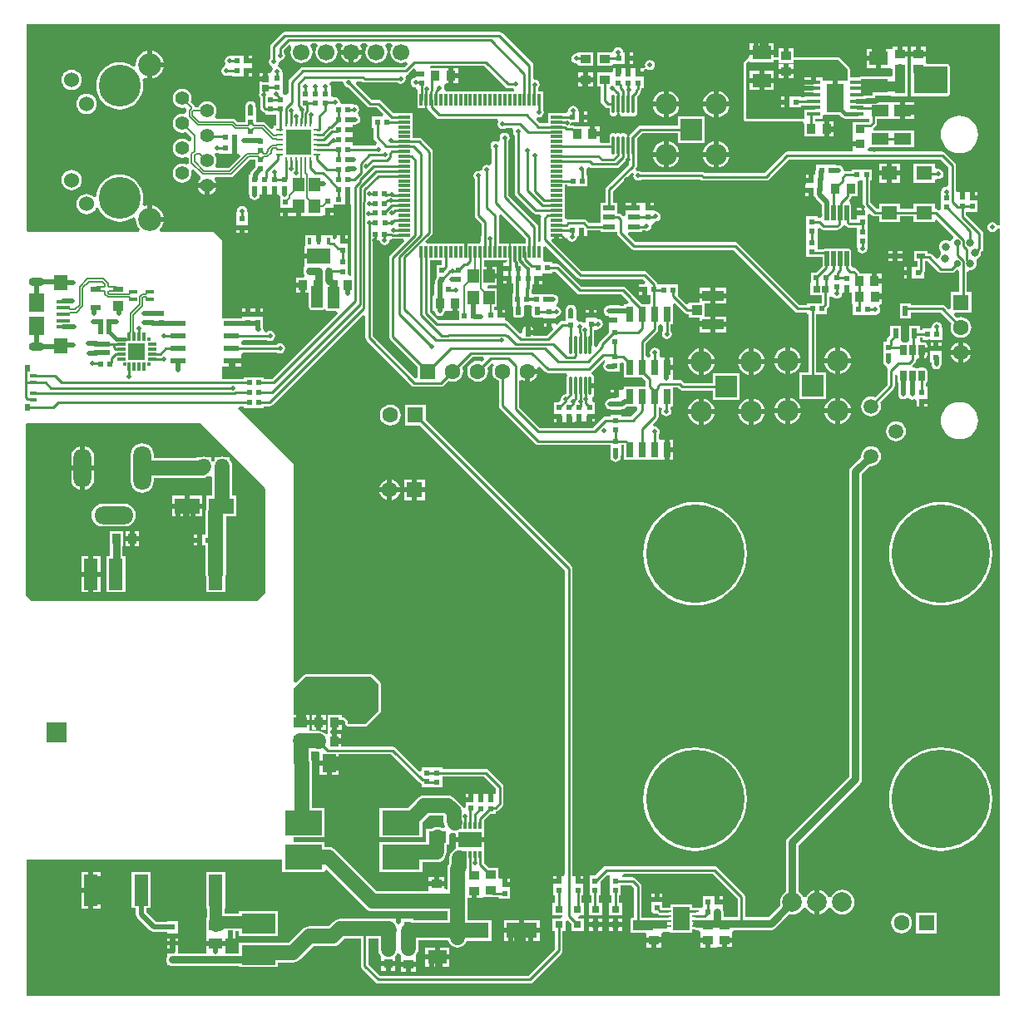
<source format=gtl>
G04*
G04 #@! TF.GenerationSoftware,Altium Limited,Altium Designer,21.2.1 (34)*
G04*
G04 Layer_Physical_Order=1*
G04 Layer_Color=255*
%FSAX24Y24*%
%MOIN*%
G70*
G04*
G04 #@! TF.SameCoordinates,274D9A25-BBB1-47C8-A32C-90C4575193A4*
G04*
G04*
G04 #@! TF.FilePolarity,Positive*
G04*
G01*
G75*
%ADD14C,0.0100*%
%ADD16C,0.0050*%
%ADD17C,0.0060*%
%ADD23R,0.0315X0.0315*%
%ADD24R,0.0244X0.0228*%
%ADD25R,0.0228X0.0244*%
%ADD26R,0.0248X0.0260*%
%ADD27R,0.0315X0.0157*%
%ADD28R,0.0866X0.0433*%
%ADD29R,0.0433X0.0394*%
%ADD30R,0.0374X0.0394*%
%ADD31R,0.0472X0.0236*%
%ADD32R,0.0244X0.0244*%
%ADD33R,0.0244X0.0244*%
%ADD34O,0.0118X0.0787*%
%ADD35R,0.0394X0.0354*%
%ADD36R,0.0256X0.0600*%
%ADD37R,0.0472X0.0118*%
%ADD38R,0.0118X0.0472*%
%ADD39R,0.0236X0.0394*%
G04:AMPARAMS|DCode=40|XSize=43.3mil|YSize=23.6mil|CornerRadius=2mil|HoleSize=0mil|Usage=FLASHONLY|Rotation=90.000|XOffset=0mil|YOffset=0mil|HoleType=Round|Shape=RoundedRectangle|*
%AMROUNDEDRECTD40*
21,1,0.0433,0.0196,0,0,90.0*
21,1,0.0393,0.0236,0,0,90.0*
1,1,0.0040,0.0098,0.0196*
1,1,0.0040,0.0098,-0.0196*
1,1,0.0040,-0.0098,-0.0196*
1,1,0.0040,-0.0098,0.0196*
%
%ADD40ROUNDEDRECTD40*%
G04:AMPARAMS|DCode=41|XSize=21.7mil|YSize=31.5mil|CornerRadius=1.9mil|HoleSize=0mil|Usage=FLASHONLY|Rotation=0.000|XOffset=0mil|YOffset=0mil|HoleType=Round|Shape=RoundedRectangle|*
%AMROUNDEDRECTD41*
21,1,0.0217,0.0276,0,0,0.0*
21,1,0.0178,0.0315,0,0,0.0*
1,1,0.0039,0.0089,-0.0138*
1,1,0.0039,-0.0089,-0.0138*
1,1,0.0039,-0.0089,0.0138*
1,1,0.0039,0.0089,0.0138*
%
%ADD41ROUNDEDRECTD41*%
%ADD42R,0.0413X0.0551*%
G04:AMPARAMS|DCode=43|XSize=17.7mil|YSize=61mil|CornerRadius=1.9mil|HoleSize=0mil|Usage=FLASHONLY|Rotation=180.000|XOffset=0mil|YOffset=0mil|HoleType=Round|Shape=RoundedRectangle|*
%AMROUNDEDRECTD43*
21,1,0.0177,0.0571,0,0,180.0*
21,1,0.0138,0.0610,0,0,180.0*
1,1,0.0039,-0.0069,0.0286*
1,1,0.0039,0.0069,0.0286*
1,1,0.0039,0.0069,-0.0286*
1,1,0.0039,-0.0069,-0.0286*
%
%ADD43ROUNDEDRECTD43*%
%ADD44R,0.0236X0.0244*%
%ADD45R,0.0280X0.0283*%
%ADD46R,0.0354X0.0197*%
%ADD47R,0.0646X0.0551*%
%ADD48R,0.0354X0.0394*%
%ADD49R,0.0709X0.0453*%
%ADD50R,0.0374X0.0374*%
%ADD51R,0.0551X0.0177*%
%ADD52R,0.0689X0.1157*%
%ADD53R,0.0748X0.0571*%
%ADD54R,0.0394X0.0374*%
%ADD55R,0.0453X0.0551*%
%ADD56R,0.0374X0.0394*%
%ADD57R,0.0244X0.0236*%
%ADD58R,0.0283X0.0280*%
%ADD59R,0.0272X0.0110*%
%ADD60R,0.0110X0.0272*%
%ADD61R,0.0984X0.0984*%
%ADD62R,0.0177X0.0295*%
%ADD63R,0.0945X0.0630*%
%ADD64R,0.0118X0.0354*%
%ADD65R,0.0354X0.0118*%
%ADD66R,0.0118X0.0118*%
%ADD67R,0.0610X0.0236*%
%ADD68R,0.0354X0.0157*%
%ADD69R,0.0394X0.0236*%
%ADD70R,0.0394X0.0394*%
%ADD71R,0.0551X0.0630*%
%ADD72R,0.0610X0.0748*%
%ADD73R,0.0531X0.0157*%
%ADD74R,0.1004X0.0630*%
%ADD75R,0.0551X0.1260*%
%ADD76R,0.0787X0.0787*%
%ADD77R,0.0394X0.0374*%
%ADD78R,0.0650X0.0937*%
%ADD79R,0.0276X0.0098*%
%ADD80R,0.0551X0.0413*%
%ADD81R,0.0571X0.0748*%
%ADD82R,0.1516X0.0984*%
%ADD83R,0.0118X0.0295*%
%ADD84R,0.0425X0.0362*%
%ADD85R,0.1240X0.0630*%
%ADD86R,0.0315X0.0709*%
%ADD87R,0.1378X0.0787*%
%ADD88R,0.0551X0.0413*%
%ADD126R,0.0709X0.0709*%
%ADD168C,0.0600*%
%ADD169C,0.0300*%
%ADD170C,0.0200*%
%ADD171C,0.0400*%
%ADD172C,0.0500*%
%ADD173C,0.0120*%
%ADD174C,0.0180*%
%ADD175C,0.0290*%
%ADD176C,0.0150*%
%ADD177R,0.0730X0.1180*%
%ADD178R,0.0810X0.0390*%
%ADD179R,0.1330X0.1090*%
%ADD180R,0.0360X0.0380*%
%ADD181R,0.0860X0.0450*%
%ADD182R,0.0450X0.0860*%
%ADD183R,0.0450X0.0690*%
%ADD184C,0.0866*%
%ADD185R,0.0866X0.0866*%
%ADD186R,0.0630X0.0630*%
%ADD187C,0.0630*%
%ADD188C,0.0591*%
%ADD189R,0.0630X0.0630*%
%ADD190C,0.0276*%
%ADD191C,0.0315*%
%ADD192C,0.0669*%
%ADD193O,0.0630X0.0354*%
%ADD194O,0.0709X0.1575*%
%ADD195O,0.1575X0.0709*%
%ADD196O,0.0709X0.1772*%
%ADD197C,0.3937*%
%ADD198C,0.0787*%
%ADD199C,0.0602*%
%ADD200C,0.0550*%
%ADD201C,0.0927*%
%ADD202C,0.1680*%
%ADD203C,0.0197*%
%ADD204C,0.0260*%
%ADD205C,0.0500*%
G36*
X048430Y052730D02*
Y052390D01*
X048427D01*
Y052250D01*
X048381Y052241D01*
X048377Y052241D01*
X048036D01*
Y051562D01*
X047836D01*
Y052241D01*
X047496D01*
X047492Y052241D01*
X047446Y052250D01*
Y052390D01*
X047170D01*
Y052202D01*
X047070D01*
Y052102D01*
X046694D01*
Y052046D01*
X047070D01*
Y051846D01*
X046694D01*
Y051790D01*
X047070D01*
Y051623D01*
X046694D01*
Y051570D01*
X046589D01*
Y051622D01*
X046105D01*
Y051400D01*
Y051178D01*
X046589D01*
Y051264D01*
X046694D01*
Y050990D01*
Y050734D01*
X046650Y050720D01*
X044380D01*
X044380Y052960D01*
X044476Y053056D01*
X044526Y053035D01*
Y052986D01*
X045474D01*
Y053080D01*
X045673D01*
Y052968D01*
X046267D01*
Y053080D01*
X048080D01*
X048430Y052730D01*
D02*
G37*
G36*
X030194Y053637D02*
X030180Y053619D01*
X030137Y053513D01*
X030122Y053400D01*
X030137Y053287D01*
X030180Y053181D01*
X030250Y053090D01*
X030341Y053020D01*
X030447Y052977D01*
X030560Y052962D01*
X030673Y052977D01*
X030751Y053009D01*
X030808Y052924D01*
X030677Y052793D01*
X026620D01*
X026561Y052781D01*
X026512Y052748D01*
X026072Y052308D01*
X026039Y052259D01*
X026027Y052200D01*
Y051742D01*
X025947Y051693D01*
X025868D01*
X025797Y051764D01*
Y052126D01*
Y052562D01*
X025797D01*
X025769Y052650D01*
X025762Y052683D01*
X025718Y052748D01*
X025653Y052792D01*
X025646Y052800D01*
X025616Y052901D01*
X025637Y052933D01*
X025644Y052967D01*
X025700Y053058D01*
X025777Y053073D01*
X025843Y053117D01*
X025887Y053183D01*
X025902Y053260D01*
X025887Y053337D01*
X025853Y053388D01*
Y053477D01*
X026060Y053683D01*
X026100Y053677D01*
X026109Y053671D01*
X026158Y053566D01*
X026137Y053513D01*
X026122Y053400D01*
X026137Y053287D01*
X026180Y053181D01*
X026250Y053090D01*
X026341Y053020D01*
X026447Y052977D01*
X026560Y052962D01*
X026673Y052977D01*
X026779Y053020D01*
X026870Y053090D01*
X026940Y053181D01*
X026983Y053287D01*
X026998Y053400D01*
X026983Y053513D01*
X026940Y053619D01*
X026926Y053637D01*
X026975Y053737D01*
X027145D01*
X027194Y053637D01*
X027180Y053619D01*
X027137Y053513D01*
X027122Y053400D01*
X027137Y053287D01*
X027180Y053181D01*
X027250Y053090D01*
X027341Y053020D01*
X027447Y052977D01*
X027560Y052962D01*
X027673Y052977D01*
X027779Y053020D01*
X027870Y053090D01*
X027940Y053181D01*
X027983Y053287D01*
X027998Y053400D01*
X027983Y053513D01*
X027940Y053619D01*
X027926Y053637D01*
X027975Y053737D01*
X028145D01*
X028194Y053637D01*
X028180Y053619D01*
X028137Y053513D01*
X028135Y053500D01*
X028985D01*
X028983Y053513D01*
X028940Y053619D01*
X028926Y053637D01*
X028975Y053737D01*
X029145D01*
X029194Y053637D01*
X029180Y053619D01*
X029137Y053513D01*
X029122Y053400D01*
X029137Y053287D01*
X029180Y053181D01*
X029250Y053090D01*
X029341Y053020D01*
X029447Y052977D01*
X029560Y052962D01*
X029673Y052977D01*
X029779Y053020D01*
X029870Y053090D01*
X029940Y053181D01*
X029983Y053287D01*
X029998Y053400D01*
X029983Y053513D01*
X029940Y053619D01*
X029926Y053637D01*
X029975Y053737D01*
X030145D01*
X030194Y053637D01*
D02*
G37*
G36*
X031158Y052700D02*
Y052617D01*
X031380D01*
Y052417D01*
X031158D01*
Y052405D01*
X031130Y052382D01*
X031053Y052367D01*
X030987Y052323D01*
X030943Y052257D01*
X030928Y052180D01*
X030943Y052103D01*
X030987Y052037D01*
X031053Y051993D01*
X031130Y051978D01*
X031158Y051955D01*
Y051941D01*
X031158D01*
X031201Y051851D01*
X031200Y051817D01*
X031199D01*
Y051145D01*
X031517D01*
Y051475D01*
X031518Y051481D01*
X031592D01*
Y051145D01*
X031614D01*
X031619Y051121D01*
X031652Y051071D01*
X031962Y050762D01*
X032011Y050729D01*
X032070Y050717D01*
X034406D01*
X034453Y050617D01*
X034433Y050587D01*
X034418Y050510D01*
X034433Y050433D01*
X034477Y050367D01*
X034543Y050323D01*
X034620Y050308D01*
X034697Y050323D01*
X034748Y050357D01*
X034979D01*
X035000Y050338D01*
X035047Y050257D01*
X035038Y050210D01*
X035053Y050133D01*
X035097Y050067D01*
X035107Y050060D01*
Y047750D01*
X035119Y047691D01*
X035152Y047642D01*
X035850Y046944D01*
X035899Y046911D01*
X035958Y046899D01*
X036117D01*
X036166Y046799D01*
X036159Y046789D01*
X036147Y046730D01*
Y046240D01*
X036157Y046190D01*
Y045870D01*
X036160Y045857D01*
X036086Y045775D01*
X036084Y045774D01*
X036038Y045786D01*
Y046395D01*
X036027Y046453D01*
X035993Y046503D01*
X034853Y047643D01*
Y049832D01*
X034887Y049883D01*
X034902Y049960D01*
X034887Y050037D01*
X034843Y050103D01*
X034777Y050147D01*
X034700Y050162D01*
X034623Y050147D01*
X034557Y050103D01*
X034513Y050037D01*
X034498Y049960D01*
X034513Y049883D01*
X034453Y049793D01*
X034447Y049790D01*
X034407Y049817D01*
X034330Y049832D01*
X034253Y049817D01*
X034187Y049773D01*
X034143Y049707D01*
X034128Y049630D01*
X034143Y049553D01*
X034177Y049502D01*
Y048904D01*
X034077Y048850D01*
X034067Y048857D01*
X033990Y048872D01*
X033913Y048857D01*
X033847Y048813D01*
X033803Y048747D01*
X033794Y048703D01*
X033754Y048657D01*
X033693Y048634D01*
X033650Y048642D01*
X033573Y048627D01*
X033507Y048583D01*
X033463Y048517D01*
X033448Y048440D01*
X033463Y048363D01*
X033497Y048312D01*
Y046840D01*
X033509Y046781D01*
X033542Y046732D01*
X033764Y046510D01*
Y046046D01*
X033755Y046002D01*
Y045837D01*
X033760Y045815D01*
X033705Y045715D01*
X033167D01*
Y045379D01*
X033092D01*
Y045715D01*
X031564D01*
X031526Y045807D01*
X031778Y046060D01*
X031811Y046109D01*
X031823Y046168D01*
Y049400D01*
X031811Y049459D01*
X031778Y049508D01*
X031370Y049916D01*
X031321Y049949D01*
X031262Y049961D01*
X031005D01*
Y050239D01*
Y050633D01*
Y050951D01*
X030333D01*
Y050951D01*
X030234Y050955D01*
X029749Y051439D01*
X029700Y051473D01*
X029641Y051484D01*
X029367D01*
X028731Y052120D01*
X028772Y052220D01*
X028981D01*
X029026Y052190D01*
X029085Y052179D01*
X030402D01*
X030453Y052145D01*
X030530Y052129D01*
X030607Y052145D01*
X030673Y052189D01*
X030717Y052254D01*
X030732Y052332D01*
X030721Y052387D01*
X030728Y052425D01*
X030780Y052495D01*
X030799Y052499D01*
X030848Y052532D01*
X031060Y052743D01*
X031158Y052700D01*
D02*
G37*
G36*
X034722Y052002D02*
X034771Y051969D01*
X034830Y051957D01*
X035028D01*
X035089Y051917D01*
X035071Y051817D01*
X032344D01*
X032284Y051917D01*
X032292Y051960D01*
X032277Y052037D01*
X032273Y052043D01*
X032327Y052143D01*
X032455D01*
Y052440D01*
Y052737D01*
X032312D01*
X032240Y052737D01*
X032168Y052737D01*
X031711D01*
X031704Y052744D01*
X031741Y052837D01*
X033887D01*
X034722Y052002D01*
D02*
G37*
G36*
X054530Y046452D02*
X054430Y046442D01*
X054427Y046457D01*
X054383Y046523D01*
X054317Y046567D01*
X054240Y046582D01*
X054163Y046567D01*
X054097Y046523D01*
X054053Y046457D01*
X054038Y046380D01*
X054053Y046303D01*
X054097Y046237D01*
X054163Y046193D01*
X054240Y046178D01*
X054317Y046193D01*
X054383Y046237D01*
X054427Y046303D01*
X054430Y046318D01*
X054530Y046308D01*
Y015560D01*
X015570D01*
X015560Y015564D01*
Y021030D01*
X025775D01*
Y020528D01*
X027491D01*
Y020568D01*
X027583Y020606D01*
X029125Y019065D01*
X029208Y019001D01*
X029306Y018960D01*
X029410Y018947D01*
X032407D01*
Y018595D01*
X031526D01*
Y018588D01*
X031052D01*
Y018654D01*
X030537D01*
Y018498D01*
X030437Y018422D01*
X030417Y018425D01*
X030371Y018485D01*
X030371Y018485D01*
X030343Y018513D01*
Y018654D01*
X029828D01*
Y018643D01*
X028120D01*
X028016Y018630D01*
X027918Y018589D01*
X027835Y018525D01*
X027655Y018345D01*
X027620Y018352D01*
X027575Y018343D01*
X027465D01*
X027420Y018352D01*
X027375Y018343D01*
X027255D01*
X027210Y018352D01*
X027165Y018343D01*
X026870D01*
X026870Y018343D01*
X026766Y018330D01*
X026668Y018289D01*
X026585Y018225D01*
X026585Y018225D01*
X026057Y017697D01*
X024924D01*
X024897Y017694D01*
X024041D01*
Y017258D01*
X023502D01*
X023494Y017354D01*
X023494Y017358D01*
Y017561D01*
X023118D01*
X022743D01*
Y017358D01*
X022743Y017354D01*
X022734Y017258D01*
X021612D01*
Y017579D01*
X021490D01*
Y017357D01*
X021390D01*
Y017258D01*
X021387Y017257D01*
X021168D01*
Y017121D01*
X021154Y017100D01*
X021135Y017003D01*
X021154Y016905D01*
X021168Y016885D01*
Y016781D01*
X021272D01*
X021292Y016767D01*
X021390Y016748D01*
X024041D01*
Y016706D01*
X025619D01*
Y016890D01*
X026224D01*
X026224Y016890D01*
X026328Y016904D01*
X026425Y016944D01*
X026509Y017009D01*
X027037Y017537D01*
X027820D01*
X027820Y017537D01*
X027924Y017550D01*
X028022Y017591D01*
X028105Y017655D01*
X028287Y017837D01*
X028930D01*
Y016767D01*
X028942Y016709D01*
X028975Y016659D01*
X029532Y016102D01*
X029581Y016069D01*
X029640Y016057D01*
X035710D01*
X035769Y016069D01*
X035818Y016102D01*
X036978Y017262D01*
X037011Y017311D01*
X037023Y017370D01*
Y018148D01*
X037127D01*
Y018540D01*
X037227Y018581D01*
X037363Y018446D01*
Y018148D01*
X037877D01*
Y018663D01*
X037655D01*
X037645Y018677D01*
X037699Y018777D01*
X037877D01*
Y019292D01*
X037783D01*
Y019571D01*
X037852D01*
Y019941D01*
Y020055D01*
X037630D01*
Y020155D01*
X037530D01*
Y020369D01*
X037423D01*
Y032690D01*
X037411Y032749D01*
X037378Y032798D01*
X031535Y038641D01*
Y039255D01*
X030705D01*
Y038425D01*
X031319D01*
X037117Y032627D01*
Y020459D01*
X037092Y020369D01*
X036970D01*
Y020155D01*
X036870D01*
Y020055D01*
X036648D01*
Y019941D01*
Y019571D01*
X036717D01*
Y019292D01*
X036613D01*
Y018777D01*
X037006D01*
X037013Y018763D01*
X036949Y018663D01*
X036613D01*
Y018148D01*
X036717D01*
Y017433D01*
X035647Y016363D01*
X029703D01*
X029236Y016831D01*
Y017837D01*
X029627D01*
Y017435D01*
X029640Y017331D01*
X029681Y017234D01*
X029697Y017213D01*
X029743Y017132D01*
Y016945D01*
X030030D01*
X030317D01*
Y017132D01*
X030363Y017213D01*
X030379Y017234D01*
X030383Y017242D01*
X030491Y017243D01*
X030527Y017195D01*
X030543Y017102D01*
X030543Y017102D01*
X030543Y017102D01*
Y016915D01*
X030840D01*
X031137D01*
Y017102D01*
X031137Y017102D01*
X031153Y017195D01*
X031189Y017243D01*
X031230Y017341D01*
X031243Y017445D01*
Y017782D01*
X032424D01*
X032461Y017693D01*
X032525Y017610D01*
X032608Y017546D01*
X032706Y017505D01*
X032810Y017492D01*
X032914Y017505D01*
X033012Y017546D01*
X033095Y017610D01*
X033159Y017693D01*
X033185Y017755D01*
X034176D01*
Y018585D01*
X033213D01*
Y019350D01*
Y019478D01*
X033390D01*
Y019765D01*
X033590D01*
Y019478D01*
X033743D01*
X033787Y019478D01*
X033877Y019503D01*
X034427D01*
X034478Y019441D01*
Y019441D01*
X034922D01*
Y019795D01*
Y019917D01*
X034700D01*
Y020017D01*
X034600D01*
Y020239D01*
X034527D01*
X034478Y020239D01*
X034427Y020318D01*
Y020687D01*
X034049D01*
X033864Y020872D01*
X033863Y020972D01*
X033863D01*
Y021395D01*
X033882D01*
Y021710D01*
X033310D01*
X032738D01*
Y021440D01*
X032688Y021419D01*
X032605Y021355D01*
X032541Y021272D01*
X032500Y021174D01*
X032487Y021070D01*
Y020876D01*
X032461Y020842D01*
X032420Y020744D01*
X032407Y020640D01*
X032407Y020640D01*
Y019843D01*
X032383Y019825D01*
X032325Y019841D01*
X032283Y019873D01*
Y019950D01*
X031657D01*
Y019769D01*
X031564Y019753D01*
X029577D01*
X027925Y021405D01*
X027842Y021469D01*
X027744Y021510D01*
X027640Y021523D01*
X027640Y021523D01*
X027491D01*
Y021712D01*
X026240D01*
Y021906D01*
X027491D01*
Y023090D01*
X026987D01*
Y024875D01*
X026987Y024875D01*
X026973Y024980D01*
X026958Y025017D01*
Y025367D01*
X027164D01*
X027240Y025357D01*
X027286Y025317D01*
Y024990D01*
X027671D01*
X028057D01*
Y025237D01*
X030157D01*
X031289Y024105D01*
X031339Y024071D01*
X031368Y024066D01*
Y023919D01*
X031768D01*
Y023916D01*
X032212D01*
Y024347D01*
X033867D01*
X034347Y023867D01*
Y023649D01*
X034230D01*
Y023435D01*
X034030D01*
Y023649D01*
X033840D01*
Y023435D01*
X033640D01*
Y023649D01*
X033450D01*
Y023427D01*
X033350D01*
Y023327D01*
X033128D01*
Y023119D01*
X033028Y023099D01*
X033011Y023140D01*
X032947Y023224D01*
X032947Y023224D01*
X032705Y023465D01*
X032622Y023529D01*
X032524Y023570D01*
X032420Y023583D01*
X032420Y023583D01*
X031470D01*
X031366Y023570D01*
X031268Y023529D01*
X031185Y023465D01*
X031185Y023465D01*
X031155Y023435D01*
X031091Y023352D01*
X031085Y023337D01*
X030837Y023090D01*
X030768D01*
X030742Y023094D01*
X030716Y023090D01*
X029692D01*
Y021906D01*
X031408D01*
Y022520D01*
X031665Y022777D01*
X032253D01*
X032258Y022771D01*
Y022554D01*
X032258Y022554D01*
X032272Y022450D01*
X032312Y022353D01*
X032304Y022333D01*
X032212Y022279D01*
X032114Y022319D01*
X032010Y022333D01*
X031906Y022319D01*
X031808Y022279D01*
X031778Y022256D01*
X031556D01*
Y021713D01*
X030740D01*
X030730Y021712D01*
X029692D01*
Y020528D01*
X031408D01*
Y020906D01*
X031970D01*
X032074Y020920D01*
X032172Y020961D01*
X032255Y021025D01*
X032258Y021029D01*
X032283D01*
Y021060D01*
X032319Y021108D01*
X032360Y021205D01*
X032373Y021310D01*
Y021603D01*
X032464D01*
Y022033D01*
X032564Y022100D01*
X032600Y022085D01*
X032704Y022072D01*
X032738Y022042D01*
Y021910D01*
X033310D01*
X033882D01*
Y022225D01*
X033863D01*
Y022395D01*
X033866Y022410D01*
Y022592D01*
X034124Y022851D01*
X034352D01*
Y022951D01*
X034389Y022959D01*
X034438Y022992D01*
X034608Y023162D01*
X034641Y023211D01*
X034653Y023270D01*
Y023930D01*
X034641Y023989D01*
X034608Y024038D01*
X034038Y024608D01*
X033988Y024641D01*
X033930Y024653D01*
X032212D01*
Y024714D01*
X031812D01*
Y024717D01*
X031368D01*
Y024589D01*
X031276Y024551D01*
X030328Y025498D01*
X030279Y025531D01*
X030220Y025543D01*
X028157D01*
Y025660D01*
X027870D01*
Y025760D01*
X027770D01*
Y026066D01*
X027712Y026079D01*
Y026183D01*
X027785Y026227D01*
Y026530D01*
X027985D01*
Y026233D01*
X028172D01*
Y026504D01*
X028251Y026540D01*
X028253Y026538D01*
X028260Y026533D01*
X028308Y026482D01*
Y026469D01*
X028310Y026464D01*
X028310Y026459D01*
X028317Y026446D01*
X028323Y026432D01*
X028326Y026428D01*
X028329Y026424D01*
X028361Y026385D01*
X028365Y026382D01*
X028367Y026378D01*
X028380Y026370D01*
X028391Y026360D01*
X028396Y026359D01*
X028400Y026356D01*
X028415Y026353D01*
X028429Y026349D01*
X028434Y026349D01*
X028439Y026348D01*
X029100D01*
X029139Y026356D01*
X029172Y026378D01*
X029722Y026928D01*
X029744Y026961D01*
X029752Y027000D01*
Y028050D01*
X029744Y028089D01*
X029722Y028122D01*
X029432Y028412D01*
X029399Y028434D01*
X029360Y028442D01*
X026700D01*
X026661Y028434D01*
X026628Y028412D01*
X026332Y028117D01*
X026240Y028155D01*
Y036890D01*
X024025Y039105D01*
X024064Y039197D01*
X024251D01*
Y039128D01*
X025049D01*
Y039197D01*
X025293D01*
X025352Y039209D01*
X025401Y039242D01*
X029025Y042865D01*
X029117Y042827D01*
Y041940D01*
X029129Y041881D01*
X029162Y041832D01*
X030970Y040023D01*
X031020Y039990D01*
X031079Y039978D01*
X032151D01*
X032210Y039990D01*
X032260Y040023D01*
X032455Y040219D01*
X032512Y040196D01*
X032620Y040181D01*
X032728Y040196D01*
X032829Y040238D01*
X032916Y040304D01*
X032982Y040391D01*
X033024Y040492D01*
X033039Y040600D01*
X033024Y040708D01*
X033001Y040765D01*
X033413Y041177D01*
X033850D01*
X033888Y041085D01*
X033785Y040981D01*
X033728Y041004D01*
X033620Y041019D01*
X033512Y041004D01*
X033411Y040962D01*
X033324Y040896D01*
X033258Y040809D01*
X033216Y040708D01*
X033201Y040600D01*
X033216Y040492D01*
X033258Y040391D01*
X033324Y040304D01*
X033411Y040238D01*
X033512Y040196D01*
X033620Y040181D01*
X033728Y040196D01*
X033829Y040238D01*
X033916Y040304D01*
X033982Y040391D01*
X034024Y040492D01*
X034039Y040600D01*
X034024Y040708D01*
X034001Y040765D01*
X034172Y040935D01*
X034174Y040936D01*
X034222Y040927D01*
X034264Y040818D01*
X034258Y040809D01*
X034216Y040708D01*
X034201Y040600D01*
X034216Y040492D01*
X034258Y040391D01*
X034324Y040304D01*
X034411Y040238D01*
X034467Y040214D01*
Y039220D01*
X034479Y039161D01*
X034512Y039112D01*
X035942Y037682D01*
X035991Y037649D01*
X036050Y037637D01*
X038928D01*
Y037206D01*
X038936D01*
Y037160D01*
X038952Y037082D01*
X038996Y037016D01*
X039062Y036972D01*
X039140Y036956D01*
X039218Y036972D01*
X039284Y037016D01*
X039328Y037082D01*
X039344Y037160D01*
Y037206D01*
X039372D01*
Y037637D01*
X039482D01*
Y037064D01*
X039938D01*
Y037064D01*
X039982D01*
Y037064D01*
X040382D01*
X040438Y037064D01*
X040538Y037064D01*
X040882D01*
X040938Y037064D01*
X041038Y037064D01*
X041110D01*
Y037465D01*
Y037865D01*
X041038D01*
X040982Y037865D01*
X040934D01*
X040863Y037935D01*
Y038062D01*
X040897Y038113D01*
X040912Y038190D01*
X040897Y038267D01*
X040853Y038333D01*
X040787Y038377D01*
X040710Y038392D01*
X040685Y038387D01*
X040636Y038480D01*
X040818Y038662D01*
X040851Y038711D01*
X040863Y038770D01*
Y039142D01*
X040886Y039153D01*
X041008Y039104D01*
X041011Y039095D01*
X040993Y039067D01*
X040978Y038990D01*
X040993Y038913D01*
X041037Y038847D01*
X041103Y038803D01*
X041180Y038788D01*
X041257Y038803D01*
X041323Y038847D01*
X041367Y038913D01*
X041382Y038990D01*
X041367Y039067D01*
X041345Y039100D01*
X041377Y039200D01*
X041438D01*
Y039947D01*
X041637D01*
X041712Y039872D01*
X041761Y039839D01*
X041820Y039827D01*
X043047D01*
Y039447D01*
X044113D01*
Y040513D01*
X043047D01*
Y040133D01*
X041883D01*
X041808Y040208D01*
X041759Y040241D01*
X041700Y040253D01*
X041430D01*
X041428Y040352D01*
X041428Y040353D01*
Y040652D01*
X041200D01*
Y040752D01*
X041100D01*
Y041152D01*
X041028D01*
X040928Y041152D01*
X040900Y041252D01*
X040907Y041263D01*
X040922Y041340D01*
X040907Y041417D01*
X040863Y041483D01*
X040797Y041527D01*
X040720Y041542D01*
X040643Y041527D01*
X040577Y041483D01*
X040533Y041417D01*
X040518Y041340D01*
X040533Y041263D01*
X040540Y041252D01*
X040531Y041228D01*
X040472Y041152D01*
X040453D01*
X040353Y041213D01*
Y041717D01*
X040808Y042172D01*
X040841Y042221D01*
X040853Y042280D01*
Y042417D01*
X040924Y042488D01*
X040976D01*
X041047Y042417D01*
Y042218D01*
X041013Y042167D01*
X040998Y042090D01*
X041013Y042013D01*
X041057Y041947D01*
X041123Y041903D01*
X041200Y041888D01*
X041277Y041903D01*
X041343Y041947D01*
X041387Y042013D01*
X041402Y042090D01*
X041387Y042167D01*
X041353Y042218D01*
Y042488D01*
X041428D01*
Y043274D01*
X041508Y043335D01*
X041903Y042941D01*
X041952Y042908D01*
X042011Y042896D01*
X042084D01*
Y042752D01*
X042497D01*
Y042578D01*
X042930D01*
Y042795D01*
X042717D01*
Y043303D01*
X042930D01*
Y043520D01*
X042497D01*
Y043346D01*
X042084D01*
Y043334D01*
X041984Y043293D01*
X041717Y043559D01*
X041654Y043628D01*
X041654D01*
X041654Y043628D01*
Y044072D01*
X040884D01*
Y044092D01*
X040825D01*
X040814Y044146D01*
X040781Y044196D01*
X040418Y044558D01*
X040369Y044591D01*
X040310Y044603D01*
X037793D01*
X036580Y045816D01*
X036618Y045909D01*
X036671D01*
Y046068D01*
X036871D01*
Y045909D01*
X037107D01*
Y045931D01*
X037207Y045941D01*
X037213Y045913D01*
X037257Y045847D01*
X037323Y045803D01*
X037400Y045788D01*
X037477Y045803D01*
X037543Y045847D01*
X037587Y045913D01*
X037602Y045990D01*
X037625Y046018D01*
X037674D01*
Y046240D01*
X037874D01*
Y046018D01*
X037996D01*
Y046231D01*
X038018Y046249D01*
X038550D01*
Y046184D01*
X039197D01*
Y046150D01*
X039209Y046091D01*
X039242Y046042D01*
X039772Y045512D01*
X039821Y045479D01*
X039880Y045467D01*
X043877D01*
X046342Y043002D01*
X046391Y042969D01*
X046450Y042957D01*
X046816D01*
Y042888D01*
X046877D01*
Y040553D01*
X046507D01*
Y039487D01*
X047573D01*
Y040553D01*
X047183D01*
Y042888D01*
X047614D01*
Y043116D01*
X047667Y043169D01*
X047700Y043218D01*
X047712Y043277D01*
Y043582D01*
X047727Y043597D01*
X047845Y043596D01*
X047860Y043578D01*
X047867Y043567D01*
X047933Y043523D01*
X048010Y043508D01*
X048087Y043523D01*
X048153Y043567D01*
X048197Y043633D01*
X048212Y043710D01*
X048246Y043751D01*
X048300D01*
Y043965D01*
X048500D01*
Y043751D01*
X048613D01*
Y043283D01*
X048651D01*
Y042848D01*
X049449D01*
Y042848D01*
X049549Y042868D01*
X049550Y042868D01*
X049627Y042883D01*
X049693Y042927D01*
X049737Y042993D01*
X049752Y043070D01*
X049737Y043147D01*
X049713Y043183D01*
X049752Y043277D01*
X049757Y043283D01*
X049817D01*
Y043480D01*
X049530D01*
Y043680D01*
X049817D01*
Y043815D01*
X049817Y043877D01*
X049812Y043975D01*
Y044110D01*
X049525D01*
Y044210D01*
X049425D01*
Y044507D01*
X049282D01*
X049210Y044507D01*
X049138Y044507D01*
X048923D01*
Y044510D01*
X048911Y044569D01*
X048878Y044618D01*
X048788Y044708D01*
X048739Y044741D01*
X048680Y044753D01*
X048662D01*
X048659Y044754D01*
X048585Y044839D01*
Y045410D01*
X048576Y045457D01*
X048549Y045496D01*
X048510Y045523D01*
X048463Y045532D01*
X048325D01*
X048278Y045523D01*
X048266Y045515D01*
X048254Y045523D01*
X048207Y045532D01*
X048069D01*
X048022Y045523D01*
X048010Y045515D01*
X047998Y045523D01*
X047951Y045532D01*
X047813D01*
X047766Y045523D01*
X047754Y045515D01*
X047742Y045523D01*
X047695Y045532D01*
X047557D01*
X047510Y045523D01*
X047471Y045496D01*
X047469Y045493D01*
X047232D01*
Y045979D01*
X047232D01*
Y046011D01*
X047232D01*
Y046310D01*
X047332Y046352D01*
X047372Y046312D01*
X047421Y046279D01*
X047480Y046267D01*
X048020D01*
X048079Y046279D01*
X048128Y046312D01*
X048208Y046392D01*
X048232Y046428D01*
X048261Y046441D01*
X048277Y046444D01*
X048345Y046450D01*
X048383Y046412D01*
X048432Y046379D01*
X048491Y046367D01*
X048808D01*
Y045961D01*
Y045683D01*
X048808Y045591D01*
X048830Y045514D01*
X048843Y045453D01*
X048855Y045435D01*
X048887Y045387D01*
X048953Y045343D01*
X049030Y045328D01*
X049107Y045343D01*
X049173Y045387D01*
X049205Y045435D01*
X049217Y045453D01*
X049230Y045514D01*
X049252Y045591D01*
X049252Y045683D01*
Y045961D01*
Y046356D01*
Y046891D01*
X049344Y046929D01*
X049425Y046849D01*
X049475Y046815D01*
X049533Y046804D01*
X049697D01*
Y046581D01*
X050543D01*
Y046804D01*
X051087D01*
Y046581D01*
X051933D01*
Y046647D01*
X052025Y046685D01*
X052675Y046035D01*
X052665Y045936D01*
X052659Y045931D01*
X052607Y045855D01*
X052606Y045853D01*
X052501Y045812D01*
X052496Y045813D01*
X052437Y045837D01*
X052370Y045846D01*
X052303Y045837D01*
X052240Y045811D01*
X052186Y045770D01*
X052145Y045716D01*
X052119Y045654D01*
X052110Y045586D01*
X052119Y045519D01*
X052145Y045457D01*
X052180Y045412D01*
X052186Y045400D01*
X052173Y045287D01*
X052173Y045286D01*
X052131Y045233D01*
X052105Y045170D01*
X052102Y045146D01*
X052000Y045106D01*
X051817Y045289D01*
X051768Y045322D01*
X051709Y045334D01*
X051659D01*
Y045418D01*
X051105D01*
Y045022D01*
X051229D01*
Y044772D01*
X051015D01*
Y044550D01*
Y044328D01*
X051499D01*
Y044528D01*
X051523Y044563D01*
X051535Y044622D01*
Y045022D01*
X051652D01*
X052082Y044592D01*
X052131Y044559D01*
X052190Y044547D01*
X052617D01*
X052676Y044559D01*
X052725Y044592D01*
X052808Y044675D01*
X052830Y044670D01*
X052838Y044672D01*
X052915Y044608D01*
Y043775D01*
X052565D01*
Y043122D01*
X052473Y043084D01*
X052338Y043218D01*
X052289Y043251D01*
X052230Y043263D01*
X050964D01*
Y043322D01*
X050528D01*
Y042729D01*
X050964D01*
Y042957D01*
X052167D01*
X052599Y042525D01*
X052576Y042468D01*
X052561Y042360D01*
X052576Y042252D01*
X052618Y042151D01*
X052684Y042064D01*
X052771Y041998D01*
X052872Y041956D01*
X052980Y041941D01*
X053088Y041956D01*
X053189Y041998D01*
X053276Y042064D01*
X053342Y042151D01*
X053384Y042252D01*
X053399Y042360D01*
X053384Y042468D01*
X053342Y042569D01*
X053276Y042656D01*
X053189Y042722D01*
X053088Y042764D01*
X052980Y042779D01*
X052872Y042764D01*
X052815Y042741D01*
X052704Y042853D01*
X052742Y042945D01*
X053395D01*
Y043775D01*
X053221D01*
Y044571D01*
X053241Y044596D01*
X053321Y044648D01*
X053353Y044644D01*
X053420Y044652D01*
X053483Y044678D01*
X053537Y044720D01*
X053578Y044773D01*
X053604Y044836D01*
X053613Y044903D01*
X053604Y044971D01*
X053598Y044985D01*
X053598Y045054D01*
X053648Y045106D01*
X053660Y045111D01*
X053714Y045153D01*
X053755Y045207D01*
X053781Y045269D01*
X053790Y045336D01*
X053785Y045375D01*
X053828Y045418D01*
X053861Y045468D01*
X053873Y045526D01*
Y046120D01*
X053861Y046179D01*
X053828Y046228D01*
X053193Y046863D01*
Y046991D01*
X053652D01*
Y047345D01*
Y047467D01*
X053430D01*
Y047567D01*
X053330D01*
Y047789D01*
X053140D01*
Y047575D01*
X052940D01*
Y047789D01*
X052818D01*
X052793Y047879D01*
Y048840D01*
X052781Y048899D01*
X052748Y048948D01*
X052338Y049358D01*
X052289Y049391D01*
X052230Y049403D01*
X049317D01*
X049266Y049417D01*
X049246Y049495D01*
X049309Y049583D01*
X050184D01*
Y049583D01*
X050206D01*
Y049583D01*
X051114D01*
Y050236D01*
X050206D01*
Y050236D01*
X050184D01*
Y050236D01*
X049493D01*
X049462Y050330D01*
X049462Y050336D01*
X049578Y050452D01*
X049611Y050501D01*
X049623Y050560D01*
Y050724D01*
X050106D01*
X050184Y050724D01*
X050284Y050724D01*
X050560D01*
Y051051D01*
Y051377D01*
X050284D01*
X050206Y051377D01*
X050106Y051377D01*
X049276D01*
Y051377D01*
X049178Y051383D01*
Y051538D01*
X049440D01*
X049479Y051546D01*
X049512Y051568D01*
X049534Y051601D01*
X049542Y051640D01*
Y051653D01*
X050154D01*
Y051653D01*
X050239Y051634D01*
X050239Y051634D01*
X050246Y051634D01*
X050853D01*
Y052386D01*
X050853D01*
Y052705D01*
X050847Y052749D01*
X050847Y053020D01*
X050847Y053092D01*
Y053235D01*
X050550D01*
Y053335D01*
X050450D01*
Y053622D01*
X050253D01*
Y053529D01*
X050154Y053527D01*
X050153Y053527D01*
X049780D01*
Y053141D01*
Y052756D01*
X050153D01*
X050154Y052756D01*
X050247Y052705D01*
Y052440D01*
X050154Y052424D01*
Y052424D01*
X049479D01*
X049440Y052432D01*
X048990D01*
X048951Y052424D01*
X048918Y052402D01*
X048910Y052390D01*
X048532D01*
Y052730D01*
X048524Y052769D01*
X048502Y052802D01*
X048152Y053152D01*
X048119Y053174D01*
X048080Y053182D01*
X046267D01*
Y053542D01*
X046070D01*
Y053255D01*
X045870D01*
Y053542D01*
X045673D01*
Y053182D01*
X045474D01*
Y053271D01*
X044526D01*
Y053250D01*
X044476Y053158D01*
X044476Y053158D01*
X044437Y053150D01*
X044404Y053128D01*
X044308Y053032D01*
X044286Y052999D01*
X044278Y052960D01*
X044278Y050720D01*
X044286Y050681D01*
X044308Y050648D01*
X044341Y050626D01*
X044380Y050618D01*
X046603D01*
X046653Y050612D01*
X046693Y050540D01*
X046698Y050527D01*
Y050013D01*
X047228D01*
X047252Y050013D01*
X047328D01*
X047352Y050013D01*
X047505D01*
Y050310D01*
Y050607D01*
X047352D01*
X047328Y050607D01*
X047252D01*
X047228Y050607D01*
X047128Y050607D01*
Y050734D01*
X047446D01*
Y050802D01*
X047492Y050883D01*
X048103D01*
X048199Y050787D01*
X048262Y050745D01*
X048336Y050730D01*
X048795D01*
X048802Y050729D01*
X048828Y050734D01*
X049178D01*
Y050734D01*
X049276Y050728D01*
Y050724D01*
X049317D01*
Y050623D01*
X049289Y050595D01*
X049077D01*
X049062Y050592D01*
X048653D01*
Y050102D01*
X048653Y050018D01*
X048653Y049918D01*
Y049815D01*
X048940D01*
Y049615D01*
X048653D01*
X048653Y049428D01*
X048563Y049403D01*
X046020D01*
X045961Y049391D01*
X045912Y049358D01*
X045107Y048553D01*
X042709D01*
X042667Y048581D01*
X042608Y048593D01*
X040188D01*
X040137Y048627D01*
X040060Y048642D01*
X039998Y048630D01*
X039963Y048665D01*
X039939Y048712D01*
X039952Y048726D01*
X039985Y048775D01*
X039997Y048834D01*
Y049217D01*
X040003Y049250D01*
X039998Y049278D01*
X040006Y049319D01*
Y049934D01*
X040219Y050147D01*
X041637D01*
Y049767D01*
X042703D01*
Y050833D01*
X041637D01*
Y050453D01*
X040156D01*
X040097Y050441D01*
X040048Y050408D01*
X039768Y050129D01*
X039745Y050113D01*
X039745Y050113D01*
X039729Y050103D01*
X039694Y050050D01*
X039682Y049988D01*
Y049653D01*
X039612D01*
Y049988D01*
X039600Y050050D01*
X039565Y050103D01*
X039548Y050113D01*
X039548Y050113D01*
X039512Y050138D01*
X039450Y050150D01*
X039388Y050138D01*
X039352Y050113D01*
X039315Y050138D01*
X039253Y050150D01*
X039191Y050138D01*
X039155Y050113D01*
X039118Y050138D01*
X039056Y050150D01*
X038994Y050138D01*
X038942Y050103D01*
X038906Y050050D01*
X038894Y049988D01*
Y049764D01*
X038592D01*
X038512Y049813D01*
X038512Y049864D01*
Y050010D01*
X038225D01*
Y050110D01*
X038125D01*
Y050407D01*
X037982D01*
X037910Y050407D01*
X037838Y050407D01*
X037514D01*
X037503Y050418D01*
X037454Y050451D01*
X037395Y050463D01*
X037330D01*
X037317Y050478D01*
X037363Y050578D01*
X037677D01*
Y050800D01*
Y051022D01*
X037657D01*
X037642Y051040D01*
X037627Y051117D01*
X037583Y051183D01*
X037517Y051227D01*
X037440Y051242D01*
X037363Y051227D01*
X037297Y051183D01*
X037253Y051117D01*
X037238Y051040D01*
X037223Y051022D01*
X037201D01*
Y050980D01*
X037107Y050951D01*
Y050951D01*
X037107Y050951D01*
X036435D01*
Y050551D01*
X036115D01*
X035968Y050699D01*
X036020Y050788D01*
X036069Y050778D01*
X036147Y050794D01*
X036212Y050838D01*
X036256Y050903D01*
X036271Y050981D01*
X036257Y051052D01*
X036241Y051145D01*
X036241Y051145D01*
X036241Y051145D01*
Y051817D01*
X036046D01*
Y051961D01*
X036087Y052023D01*
X036102Y052100D01*
X036087Y052177D01*
X036043Y052243D01*
X035977Y052287D01*
X035900Y052302D01*
X035841Y052350D01*
Y052861D01*
X035830Y052920D01*
X035797Y052970D01*
X034598Y054168D01*
X034549Y054201D01*
X034490Y054213D01*
X025890D01*
X025831Y054201D01*
X025782Y054168D01*
X025342Y053728D01*
X025309Y053679D01*
X025297Y053620D01*
Y053138D01*
X025263Y053087D01*
X025248Y053010D01*
X025263Y052933D01*
X025307Y052867D01*
X025373Y052823D01*
X025379Y052815D01*
X025409Y052714D01*
X025388Y052683D01*
X025373Y052605D01*
X025279Y052565D01*
X025225D01*
Y052325D01*
X025125D01*
Y052225D01*
X024883D01*
Y052085D01*
Y051783D01*
X024866Y051757D01*
X024851Y051680D01*
X024866Y051603D01*
X024900Y051552D01*
Y051175D01*
X024912Y051117D01*
X024945Y051067D01*
X025004Y051009D01*
X025053Y050976D01*
X025103Y050966D01*
Y050895D01*
X025551D01*
Y050439D01*
X025446D01*
Y050362D01*
X025354Y050324D01*
X025125Y050553D01*
X025082Y050582D01*
X025031Y050592D01*
X024747D01*
Y050750D01*
Y051178D01*
X024724D01*
Y051230D01*
X024708Y051308D01*
X024664Y051374D01*
X024598Y051418D01*
X024520Y051434D01*
X024442Y051418D01*
X024376Y051374D01*
X024332Y051308D01*
X024316Y051230D01*
Y051178D01*
X024303D01*
Y050750D01*
Y050592D01*
X024001D01*
X023909Y050684D01*
X023866Y050712D01*
X023816Y050723D01*
X023128D01*
X023078Y050823D01*
X023103Y050855D01*
X023141Y050946D01*
X023154Y051044D01*
X023141Y051142D01*
X023103Y051233D01*
X023043Y051312D01*
X022964Y051372D01*
X022873Y051410D01*
X022775Y051422D01*
X022677Y051410D01*
X022586Y051372D01*
X022508Y051312D01*
X022447Y051233D01*
X022428Y051186D01*
X022270D01*
X022261Y051232D01*
X022232Y051275D01*
X022117Y051389D01*
X022141Y051446D01*
X022154Y051544D01*
X022141Y051642D01*
X022103Y051733D01*
X022043Y051812D01*
X021964Y051872D01*
X021873Y051910D01*
X021775Y051922D01*
X021677Y051910D01*
X021586Y051872D01*
X021508Y051812D01*
X021447Y051733D01*
X021410Y051642D01*
X021397Y051544D01*
X021410Y051446D01*
X021447Y051355D01*
X021508Y051276D01*
X021586Y051216D01*
X021677Y051178D01*
X021775Y051166D01*
X021871Y051178D01*
X021910Y051147D01*
X021946Y051100D01*
X021938Y051064D01*
Y050979D01*
X021838Y050914D01*
X021775Y050922D01*
X021677Y050910D01*
X021586Y050872D01*
X021508Y050812D01*
X021447Y050733D01*
X021410Y050642D01*
X021397Y050544D01*
X021410Y050446D01*
X021447Y050355D01*
X021508Y050276D01*
X021586Y050216D01*
X021677Y050178D01*
X021775Y050166D01*
X021873Y050178D01*
X021930Y050202D01*
X022130Y050002D01*
Y049863D01*
X022081Y049834D01*
X022030Y049822D01*
X021964Y049872D01*
X021873Y049910D01*
X021775Y049922D01*
X021677Y049910D01*
X021586Y049872D01*
X021508Y049812D01*
X021447Y049733D01*
X021410Y049642D01*
X021397Y049544D01*
X021410Y049446D01*
X021447Y049355D01*
X021508Y049276D01*
X021586Y049216D01*
X021677Y049178D01*
X021775Y049166D01*
X021873Y049178D01*
X021927Y049201D01*
X022027Y049149D01*
Y048964D01*
X022031Y048947D01*
X021997Y048909D01*
X021951Y048878D01*
X021951Y048877D01*
X021873Y048910D01*
X021775Y048922D01*
X021677Y048910D01*
X021586Y048872D01*
X021508Y048812D01*
X021447Y048733D01*
X021410Y048642D01*
X021397Y048544D01*
X021410Y048446D01*
X021447Y048355D01*
X021508Y048276D01*
X021586Y048216D01*
X021677Y048178D01*
X021775Y048166D01*
X021873Y048178D01*
X021964Y048216D01*
X022043Y048276D01*
X022103Y048355D01*
X022141Y048446D01*
X022154Y048544D01*
X022141Y048642D01*
X022132Y048664D01*
X022216Y048721D01*
X022503Y048434D01*
X022512Y048350D01*
X022508Y048314D01*
X022504Y048307D01*
X022447Y048233D01*
X022411Y048144D01*
X022775D01*
X023140D01*
X023103Y048233D01*
X023069Y048277D01*
X023114Y048377D01*
X023730D01*
X023781Y048388D01*
X023824Y048416D01*
X024489Y049081D01*
X024703D01*
Y048783D01*
X024553Y048633D01*
X024509Y048567D01*
X024494Y048493D01*
X024453D01*
Y048057D01*
Y047695D01*
X024476D01*
Y047660D01*
X024492Y047582D01*
X024536Y047516D01*
X024602Y047472D01*
X024680Y047456D01*
X024758Y047472D01*
X024824Y047516D01*
X024868Y047582D01*
X024884Y047660D01*
Y047695D01*
X024975D01*
Y047909D01*
X025175D01*
Y047695D01*
X025375D01*
Y047917D01*
X025575D01*
Y047695D01*
X025641D01*
X025703Y047620D01*
Y047176D01*
Y047144D01*
X025925D01*
Y047044D01*
X026025D01*
Y046822D01*
X026147D01*
Y046835D01*
X026360D01*
Y047211D01*
X026560D01*
Y046835D01*
X027417D01*
Y046845D01*
X027525D01*
Y047067D01*
X027625D01*
Y047167D01*
X027847D01*
Y047272D01*
X028302D01*
Y047494D01*
X028502D01*
Y047272D01*
X028557D01*
Y044438D01*
X028522Y044416D01*
X028422Y044471D01*
Y044756D01*
Y045184D01*
X028422D01*
Y045238D01*
X028422D01*
Y045592D01*
Y045714D01*
X028200D01*
Y045814D01*
X028100D01*
Y046036D01*
X027978D01*
Y045960D01*
X027885Y045901D01*
X027823Y045936D01*
Y046058D01*
X027360D01*
Y045811D01*
X027160D01*
Y046058D01*
X026697D01*
Y045635D01*
X026688D01*
Y045320D01*
X027260D01*
Y045120D01*
X026688D01*
Y044805D01*
X026650Y044727D01*
X026631Y044629D01*
X026650Y044532D01*
X026688Y044476D01*
X026664Y044373D01*
X026608Y044357D01*
X026338D01*
Y044160D01*
X026625D01*
Y044060D01*
X026725D01*
Y043763D01*
X026858D01*
Y043170D01*
X026866Y043131D01*
X026888Y043098D01*
X026921Y043076D01*
X026960Y043068D01*
X027410D01*
X027449Y043076D01*
X027502Y043080D01*
X027538Y043048D01*
X027571Y043026D01*
X027610Y043018D01*
X027960D01*
X028002Y042918D01*
X025377Y040293D01*
X025049D01*
Y040362D01*
X024251D01*
Y040293D01*
X023390D01*
Y040792D01*
X023643D01*
Y041010D01*
X023743D01*
Y041110D01*
X024148D01*
Y041228D01*
X024148D01*
Y041257D01*
X024221Y041357D01*
X025587D01*
X025623Y041333D01*
X025700Y041318D01*
X025777Y041333D01*
X025843Y041377D01*
X025887Y041443D01*
X025902Y041520D01*
X025887Y041597D01*
X025843Y041663D01*
X025777Y041707D01*
X025700Y041722D01*
X025623Y041707D01*
X025557Y041663D01*
X025557Y041663D01*
X024221D01*
X024148Y041728D01*
Y041757D01*
X024221Y041857D01*
X025187D01*
X025223Y041833D01*
X025300Y041818D01*
X025377Y041833D01*
X025443Y041877D01*
X025487Y041943D01*
X025502Y042020D01*
X025487Y042097D01*
X025443Y042163D01*
X025377Y042207D01*
X025300Y042222D01*
X025223Y042207D01*
X025157Y042163D01*
X025072Y042212D01*
X025033Y042263D01*
X025034Y042270D01*
X025026Y042310D01*
Y042521D01*
X025022Y042540D01*
Y042797D01*
X024800D01*
Y042897D01*
X024700D01*
Y043119D01*
X024500D01*
Y042897D01*
X024400D01*
Y042797D01*
X024178D01*
Y042730D01*
X023759D01*
X023759Y042730D01*
X023748Y042728D01*
X023390D01*
Y045830D01*
X023030Y046190D01*
X020910D01*
X020876Y046290D01*
X020878Y046292D01*
X020968Y046409D01*
X021025Y046547D01*
X021031Y046594D01*
X020476D01*
Y046694D01*
X020376D01*
Y047249D01*
X020329Y047243D01*
X020262Y047215D01*
X020180Y047289D01*
X020201Y047360D01*
X020220Y047544D01*
X020201Y047728D01*
X020148Y047905D01*
X020060Y048069D01*
X019943Y048212D01*
X019800Y048329D01*
X019637Y048416D01*
X019459Y048470D01*
X019275Y048488D01*
X019091Y048470D01*
X018914Y048416D01*
X018751Y048329D01*
X018607Y048212D01*
X018490Y048069D01*
X018403Y047905D01*
X018349Y047728D01*
X018338Y047615D01*
X018234Y047585D01*
X018231Y047590D01*
X018147Y047654D01*
X018049Y047695D01*
X017944Y047709D01*
X017840Y047695D01*
X017742Y047654D01*
X017658Y047590D01*
X017594Y047506D01*
X017554Y047409D01*
X017540Y047304D01*
X017554Y047199D01*
X017594Y047102D01*
X017658Y047018D01*
X017742Y046953D01*
X017840Y046913D01*
X017944Y046899D01*
X018049Y046913D01*
X018147Y046953D01*
X018231Y047018D01*
X018295Y047102D01*
X018313Y047146D01*
X018314Y047146D01*
X018422Y047147D01*
X018490Y047019D01*
X018607Y046876D01*
X018751Y046759D01*
X018914Y046672D01*
X019091Y046618D01*
X019275Y046600D01*
X019459Y046618D01*
X019637Y046672D01*
X019800Y046759D01*
X019817Y046773D01*
X019911Y046721D01*
X019908Y046694D01*
X019927Y046547D01*
X019984Y046409D01*
X020074Y046292D01*
X020076Y046290D01*
X020042Y046190D01*
X015621D01*
X015550Y046261D01*
X015560Y054520D01*
X054530D01*
Y046452D01*
D02*
G37*
G36*
X028258Y052175D02*
X028273Y052098D01*
X028317Y052032D01*
X028383Y051988D01*
X028443Y051976D01*
X029196Y051223D01*
X029245Y051190D01*
X029304Y051178D01*
X029578D01*
X029852Y050904D01*
X029814Y050812D01*
X029386D01*
Y050368D01*
X029447D01*
Y049970D01*
X029459Y049912D01*
X029492Y049862D01*
X029564Y049789D01*
X029564Y049757D01*
X029540Y049672D01*
X029507Y049650D01*
X028624D01*
Y049794D01*
X028402D01*
Y049994D01*
X028624D01*
Y050072D01*
Y050194D01*
X028410D01*
Y050394D01*
X028624D01*
Y050493D01*
X028710D01*
X028788Y050509D01*
X028854Y050553D01*
X028898Y050619D01*
X028914Y050697D01*
X028898Y050775D01*
X028854Y050841D01*
X028840Y050851D01*
X028831Y050880D01*
X028824Y050973D01*
X028824Y050973D01*
X028853Y051017D01*
X028868Y051094D01*
X028853Y051171D01*
X028809Y051237D01*
X028743Y051281D01*
X028715Y051287D01*
X028624Y051316D01*
X028624Y051316D01*
X028624Y051316D01*
X028163D01*
X028102Y051390D01*
X028087Y051467D01*
X028043Y051533D01*
X027977Y051577D01*
X027900Y051592D01*
X027847Y051582D01*
X027772Y051624D01*
X027747Y051647D01*
Y051850D01*
X027747Y051943D01*
X027747D01*
X027727Y052021D01*
X027712Y052092D01*
X027693Y052120D01*
X027741Y052220D01*
X028220D01*
X028258Y052175D01*
D02*
G37*
G36*
X023980Y049322D02*
X024058D01*
X024099Y049222D01*
X023630Y048753D01*
X023151D01*
X023101Y048853D01*
X023103Y048855D01*
X023141Y048946D01*
X023154Y049044D01*
X023141Y049142D01*
X023103Y049233D01*
X023069Y049278D01*
X023084Y049307D01*
X023132Y049359D01*
X023190Y049348D01*
X023203Y049350D01*
X023303Y049322D01*
Y049322D01*
X023780D01*
Y049544D01*
X023980D01*
Y049322D01*
D02*
G37*
G36*
X039687Y049123D02*
X039691Y049120D01*
Y048897D01*
X038778Y047984D01*
X038744Y047934D01*
X038733Y047876D01*
Y047368D01*
X038550D01*
Y046932D01*
Y046555D01*
X038081D01*
X037988Y046648D01*
X037939Y046681D01*
X037880Y046693D01*
X037240D01*
X037207Y046686D01*
X037200Y046687D01*
X037146Y046715D01*
X037145Y046716D01*
X037107Y046752D01*
Y047287D01*
Y047680D01*
Y048079D01*
X037226D01*
Y048008D01*
X038024D01*
Y048452D01*
X037963D01*
Y048664D01*
X037961Y048673D01*
X037972Y048730D01*
X038057Y048796D01*
X038102Y048802D01*
X038104Y048801D01*
X038151Y048769D01*
X038210Y048757D01*
X039180D01*
X039239Y048769D01*
X039288Y048802D01*
X039555Y049068D01*
X039588Y049118D01*
X039591Y049133D01*
X039687Y049123D01*
D02*
G37*
G36*
X052487Y048777D02*
Y048087D01*
X052400Y048002D01*
X052323Y047987D01*
X052257Y047943D01*
X052213Y047877D01*
X052208Y047850D01*
X052178Y047759D01*
X052178Y047759D01*
X052178Y047759D01*
Y047331D01*
Y047095D01*
X052086Y047057D01*
X052078Y047065D01*
X052028Y047098D01*
X051970Y047110D01*
X051933D01*
Y047332D01*
X051087D01*
Y047110D01*
X050543D01*
Y047332D01*
X049697D01*
Y047110D01*
X049597D01*
X049348Y047358D01*
Y048248D01*
X049409D01*
Y048692D01*
X048611D01*
Y048623D01*
X048369D01*
X048355Y048627D01*
X048266Y048699D01*
X048258Y048738D01*
X048214Y048804D01*
X048148Y048848D01*
X048070Y048864D01*
X047989D01*
Y048882D01*
X047191D01*
Y048713D01*
X047174Y048687D01*
X047158Y048609D01*
Y048482D01*
X047086D01*
Y048260D01*
X046986D01*
Y048160D01*
X046764D01*
Y048072D01*
X046741D01*
Y047950D01*
X046963D01*
Y047850D01*
X047063D01*
Y047628D01*
X047122D01*
X047129Y047595D01*
X047173Y047529D01*
X047411Y047291D01*
Y046967D01*
X047426Y046889D01*
X047430Y046883D01*
X047407Y046783D01*
X047335Y046742D01*
X047305Y046748D01*
X047232D01*
Y046809D01*
X046788D01*
Y046381D01*
Y046011D01*
X046788D01*
Y045979D01*
X046788D01*
Y045551D01*
Y045181D01*
X047232D01*
Y045187D01*
X047435D01*
Y045089D01*
X047435Y045086D01*
Y044810D01*
X047191Y044566D01*
X046979D01*
Y044136D01*
X046957D01*
Y043653D01*
X047406D01*
Y043340D01*
X047398Y043332D01*
X046816D01*
Y043263D01*
X046513D01*
X044048Y045728D01*
X043999Y045761D01*
X043940Y045773D01*
X039943D01*
X039632Y046084D01*
X039674Y046184D01*
X040206D01*
Y046249D01*
X040306D01*
X040313Y046245D01*
X040390Y046229D01*
X040467Y046245D01*
X040533Y046289D01*
X040577Y046354D01*
X040592Y046432D01*
X040587Y046461D01*
X040609Y046495D01*
X040682Y046561D01*
Y046561D01*
X040762Y046610D01*
X040827Y046623D01*
X040893Y046667D01*
X040937Y046733D01*
X040952Y046810D01*
X040937Y046887D01*
X040893Y046953D01*
X040827Y046997D01*
X040750Y047012D01*
X040720Y047037D01*
X040460D01*
Y047137D01*
X040360D01*
Y047359D01*
X040238D01*
Y047359D01*
X040206Y047368D01*
X040206Y047368D01*
X040142Y047368D01*
X039970D01*
Y047150D01*
X039870D01*
Y047050D01*
X039534D01*
Y046849D01*
X039530Y046846D01*
X039434Y046813D01*
X039362Y046884D01*
X039313Y046917D01*
X039254Y046929D01*
X039222D01*
Y047368D01*
X039039D01*
Y047812D01*
X039788Y048561D01*
X039835Y048537D01*
X039870Y048502D01*
X039858Y048440D01*
X039873Y048363D01*
X039917Y048297D01*
X039983Y048253D01*
X040060Y048238D01*
X040137Y048253D01*
X040188Y048287D01*
X042547D01*
X042590Y048259D01*
X042648Y048247D01*
X045170D01*
X045229Y048259D01*
X045278Y048292D01*
X046083Y049097D01*
X052167D01*
X052487Y048777D01*
D02*
G37*
G36*
X049042Y047295D02*
X049050Y047254D01*
X049016Y047188D01*
X048988Y047154D01*
X048808D01*
Y047040D01*
X049030D01*
Y046840D01*
X048808D01*
Y046673D01*
X048585D01*
Y046917D01*
X048585Y046920D01*
Y047241D01*
X048576Y047288D01*
X048549Y047327D01*
X048529Y047341D01*
X048505Y047420D01*
X048503Y047457D01*
X048556Y047510D01*
X048589Y047559D01*
X048601Y047618D01*
Y047633D01*
X048852D01*
Y048227D01*
X048943Y048248D01*
X049042D01*
Y047295D01*
D02*
G37*
G36*
X030673Y045819D02*
X030674Y045812D01*
X030112Y045250D01*
X030079Y045201D01*
X030067Y045142D01*
Y042000D01*
X030079Y041941D01*
X030112Y041892D01*
X031205Y040799D01*
Y040363D01*
X031105Y040321D01*
X029423Y042003D01*
Y045868D01*
X029680D01*
X029681Y045867D01*
X029696Y045789D01*
X029740Y045724D01*
X029806Y045680D01*
X029883Y045664D01*
X029961Y045680D01*
X030026Y045724D01*
X030070Y045789D01*
X030079Y045834D01*
X030080Y045836D01*
X030155Y045897D01*
X030178Y045909D01*
X030629D01*
X030673Y045819D01*
D02*
G37*
G36*
X035536Y045918D02*
Y045715D01*
X034939D01*
Y045418D01*
X034937Y045410D01*
Y045379D01*
X034863D01*
Y045715D01*
X034463D01*
Y046839D01*
X034461Y046851D01*
X034553Y046900D01*
X035536Y045918D01*
D02*
G37*
G36*
X037622Y044342D02*
X037671Y044309D01*
X037730Y044297D01*
X040247D01*
X040359Y044184D01*
X040321Y044092D01*
X040086D01*
Y043970D01*
X040300D01*
Y043870D01*
X040400D01*
Y043648D01*
X040532D01*
Y043363D01*
X040472Y043288D01*
X040428D01*
Y043288D01*
X040188D01*
X039895Y043582D01*
X039891Y043599D01*
X039858Y043648D01*
X039558Y043948D01*
X039509Y043981D01*
X039450Y043993D01*
X037773D01*
X036908Y044858D01*
X036859Y044891D01*
X036800Y044903D01*
X036619D01*
Y044972D01*
X036312D01*
X036241Y045043D01*
Y045581D01*
X036341Y045622D01*
X037622Y044342D01*
D02*
G37*
G36*
X034813Y045042D02*
X034744Y044942D01*
X034651D01*
Y044820D01*
X034873D01*
Y044620D01*
X034651D01*
Y044498D01*
Y044430D01*
X034873D01*
Y044330D01*
X034973D01*
Y044108D01*
X035060D01*
Y043712D01*
X035001D01*
Y043268D01*
X035001Y043268D01*
X035051Y043168D01*
X035045Y043141D01*
Y042865D01*
X035054Y042819D01*
X035081Y042779D01*
X035120Y042753D01*
X035167Y042743D01*
X035345D01*
X035391Y042753D01*
X035431Y042779D01*
X035457Y042819D01*
X035466Y042865D01*
Y043141D01*
X035461Y043168D01*
X035498Y043237D01*
X035524Y043268D01*
X035736D01*
X035776Y043220D01*
X035784Y043208D01*
X035797Y043158D01*
X035793Y043141D01*
Y042865D01*
X035803Y042819D01*
X035829Y042779D01*
X035868Y042753D01*
X035915Y042743D01*
X036093D01*
X036139Y042753D01*
X036168Y042772D01*
X036204Y042766D01*
X036268Y042732D01*
Y042723D01*
X036490D01*
X036728D01*
X036770Y042788D01*
X036847Y042803D01*
X036913Y042847D01*
X036957Y042913D01*
X036972Y042990D01*
X036957Y043068D01*
X036913Y043133D01*
X036847Y043177D01*
X036811Y043184D01*
X036791Y043208D01*
X036800Y043335D01*
X036844Y043401D01*
X036860Y043479D01*
X036844Y043557D01*
X036800Y043623D01*
X036734Y043667D01*
X036656Y043683D01*
X036569D01*
Y043702D01*
X035799D01*
Y043712D01*
X035770D01*
Y043848D01*
X035783Y043868D01*
X035796Y043930D01*
Y044098D01*
X035887D01*
Y044320D01*
X035987D01*
Y044420D01*
X036209D01*
Y044528D01*
X036619D01*
Y044597D01*
X036737D01*
X037602Y043732D01*
X037651Y043699D01*
X037710Y043687D01*
X039387D01*
X039605Y043468D01*
X039609Y043451D01*
X039642Y043402D01*
X039663Y043380D01*
X039625Y043288D01*
X039472D01*
Y043221D01*
X039322D01*
Y043239D01*
X038878D01*
Y043224D01*
X038870D01*
X038792Y043208D01*
X038726Y043164D01*
X038682Y043098D01*
X038666Y043020D01*
X038682Y042942D01*
X038726Y042876D01*
X038792Y042832D01*
X038870Y042816D01*
X038878D01*
Y042763D01*
X039100D01*
Y042563D01*
X038878D01*
Y042441D01*
X038878D01*
Y042369D01*
X038878D01*
Y042157D01*
X038501Y041780D01*
X038467Y041730D01*
X038456Y041672D01*
Y041646D01*
X038378Y041568D01*
X038286Y041606D01*
Y041991D01*
X038280Y042020D01*
Y042261D01*
X038392D01*
Y042267D01*
X038430Y042298D01*
X038507Y042313D01*
X038573Y042357D01*
X038617Y042423D01*
X038632Y042500D01*
X038617Y042577D01*
X038573Y042643D01*
X038507Y042687D01*
X038430Y042702D01*
X038392Y042733D01*
Y042737D01*
X038170D01*
X037948D01*
Y042566D01*
X037848Y042536D01*
X037843Y042543D01*
X037777Y042587D01*
X037700Y042602D01*
X037682Y042599D01*
X037665Y042602D01*
X037584Y042670D01*
X037582Y042673D01*
Y043049D01*
X037564D01*
Y043060D01*
X037548Y043138D01*
X037504Y043204D01*
X037438Y043248D01*
X037360Y043264D01*
X037282Y043248D01*
X037216Y043204D01*
X037172Y043138D01*
X037156Y043060D01*
Y043049D01*
X037138D01*
Y042618D01*
X037025D01*
X036966Y042606D01*
X036917Y042573D01*
X036812Y042468D01*
X036712Y042510D01*
Y042523D01*
X036590D01*
Y042401D01*
X036603D01*
X036645Y042301D01*
X036376Y042033D01*
X035840D01*
Y042037D01*
X035630D01*
Y042137D01*
X035530D01*
Y042395D01*
X035494Y042388D01*
X035455Y042361D01*
X035429Y042322D01*
X035419Y042275D01*
Y042148D01*
X035319Y042107D01*
X034828Y042598D01*
X034779Y042631D01*
X034720Y042643D01*
X034719D01*
Y042740D01*
X034497D01*
Y042840D01*
X034397D01*
Y043062D01*
X034270D01*
Y043180D01*
X034390D01*
Y043931D01*
X034005D01*
X033995Y043946D01*
X034048Y044046D01*
X034390D01*
Y044322D01*
X034064D01*
Y044422D01*
X033964D01*
Y044797D01*
X033867D01*
Y045043D01*
X034813D01*
X034813Y045042D01*
D02*
G37*
G36*
X032189Y044869D02*
X031968D01*
Y044345D01*
X031936Y044298D01*
X031921Y044220D01*
Y044092D01*
X031881D01*
Y043648D01*
X031818Y043617D01*
Y043023D01*
X031893D01*
Y043020D01*
X031909Y042942D01*
X031953Y042876D01*
X032019Y042832D01*
X032097Y042816D01*
X032175Y042832D01*
X032242Y042876D01*
X032286Y042942D01*
X032299Y043007D01*
X032392Y043023D01*
X032408D01*
Y043023D01*
X032595D01*
Y043320D01*
X032795D01*
Y043023D01*
X032865D01*
Y042643D01*
X032043D01*
X031708Y042979D01*
Y045043D01*
X032189D01*
Y044869D01*
D02*
G37*
G36*
X038701Y041055D02*
X038722Y040948D01*
X038716Y040944D01*
X038672Y040878D01*
X038656Y040800D01*
X038672Y040722D01*
X038716Y040656D01*
X038782Y040612D01*
X038860Y040596D01*
X038878D01*
Y040596D01*
X039322D01*
Y040909D01*
X039417Y040956D01*
X039472Y040908D01*
Y040352D01*
X039928D01*
Y040352D01*
X039972D01*
Y040352D01*
X040212D01*
X040347Y040217D01*
Y040000D01*
X040038D01*
X039982Y040000D01*
X039882Y040000D01*
X039482D01*
Y039886D01*
X039392Y039862D01*
Y039862D01*
X039270D01*
Y039640D01*
X039170D01*
Y039540D01*
X038948D01*
Y039494D01*
X038920D01*
X038842Y039478D01*
X038776Y039434D01*
X038732Y039368D01*
X038716Y039290D01*
X038732Y039212D01*
X038776Y039146D01*
X038842Y039102D01*
X038920Y039086D01*
X038948D01*
Y039064D01*
X039392D01*
Y039086D01*
X039400D01*
X039478Y039102D01*
X039544Y039146D01*
X039594Y039196D01*
X039682D01*
X039702Y039200D01*
X039938Y039200D01*
X039986D01*
X040026Y039160D01*
Y039042D01*
X039767Y038783D01*
X039382D01*
Y038844D01*
X038938D01*
Y038783D01*
X038760D01*
X038701Y038771D01*
X038652Y038738D01*
X038247Y038333D01*
X036103D01*
X035283Y039153D01*
Y040210D01*
X035383Y040259D01*
X035411Y040238D01*
X035512Y040196D01*
X035520Y040195D01*
Y040600D01*
X035620D01*
Y040700D01*
X036025D01*
X036024Y040708D01*
X036010Y040742D01*
X036095Y040799D01*
X036322Y040572D01*
X036371Y040539D01*
X036430Y040527D01*
X037160D01*
X037172Y040512D01*
X037205Y040427D01*
X037186Y040400D01*
X037174Y040338D01*
Y039723D01*
X037130Y039679D01*
X037070Y039667D01*
X037004Y039623D01*
X036961Y039557D01*
X036945Y039480D01*
X036953Y039438D01*
X036886Y039362D01*
X036668D01*
Y038918D01*
Y038886D01*
X036890D01*
Y038786D01*
X036990D01*
Y038564D01*
X037190D01*
Y038786D01*
X037390D01*
Y038564D01*
X037512D01*
Y038571D01*
X037590D01*
Y038793D01*
X037790D01*
Y038571D01*
X038000D01*
Y038793D01*
X038100D01*
Y038893D01*
X038322D01*
Y038925D01*
Y039369D01*
X038259D01*
X038199Y039454D01*
X038219Y039541D01*
X038238Y039554D01*
X038274Y039607D01*
X038286Y039669D01*
Y039903D01*
X038124D01*
Y040103D01*
X038286D01*
Y040338D01*
X038274Y040400D01*
X038238Y040453D01*
X038209Y040472D01*
X038193Y040522D01*
X038191Y040549D01*
X038194Y040588D01*
X038668Y041062D01*
X038701Y041055D01*
D02*
G37*
G36*
X025110Y035900D02*
Y031700D01*
X024790Y031380D01*
X015730D01*
X015507Y031603D01*
Y038467D01*
X015550Y038510D01*
X022500D01*
X025110Y035900D01*
D02*
G37*
G36*
X029650Y028050D02*
Y027000D01*
X029100Y026450D01*
X028439D01*
X028408Y026489D01*
X028414Y026520D01*
X028398Y026598D01*
X028354Y026664D01*
X028288Y026708D01*
X028210Y026724D01*
X028172D01*
Y026827D01*
X027598D01*
Y026233D01*
X027598Y026233D01*
X027598D01*
X027610Y026183D01*
Y026079D01*
X027575Y026057D01*
X027533Y026056D01*
X027527Y026057D01*
D01*
X027486Y026078D01*
X027432Y026119D01*
X027334Y026160D01*
X027230Y026173D01*
X027230Y026173D01*
X026900D01*
X026871Y026211D01*
Y026418D01*
X026495D01*
Y026518D01*
X026395D01*
Y026825D01*
X026240D01*
X026240Y027880D01*
X026700Y028340D01*
X029360D01*
X029650Y028050D01*
D02*
G37*
%LPC*%
G36*
X046267Y052912D02*
X046070D01*
Y052725D01*
X046267D01*
Y052912D01*
D02*
G37*
G36*
X045870D02*
X045673D01*
Y052725D01*
X045870D01*
Y052912D01*
D02*
G37*
G36*
X045474Y052654D02*
X045100D01*
Y052369D01*
X045474D01*
Y052654D01*
D02*
G37*
G36*
X044900D02*
X044526D01*
Y052369D01*
X044900D01*
Y052654D01*
D02*
G37*
G36*
X046267Y052525D02*
X046070D01*
Y052338D01*
X046267D01*
Y052525D01*
D02*
G37*
G36*
X045870D02*
X045673D01*
Y052338D01*
X045870D01*
Y052525D01*
D02*
G37*
G36*
X046970Y052390D02*
X046694D01*
Y052302D01*
X046970D01*
Y052390D01*
D02*
G37*
G36*
X045474Y052169D02*
X045100D01*
Y051883D01*
X045474D01*
Y052169D01*
D02*
G37*
G36*
X044900D02*
X044526D01*
Y051883D01*
X044900D01*
Y052169D01*
D02*
G37*
G36*
X045905Y051622D02*
X045791D01*
Y051500D01*
X045905D01*
Y051622D01*
D02*
G37*
G36*
Y051300D02*
X045791D01*
Y051178D01*
X045905D01*
Y051300D01*
D02*
G37*
G36*
X028985Y053300D02*
X028660D01*
Y052975D01*
X028673Y052977D01*
X028779Y053020D01*
X028870Y053090D01*
X028940Y053181D01*
X028983Y053287D01*
X028985Y053300D01*
D02*
G37*
G36*
X028460D02*
X028135D01*
X028137Y053287D01*
X028180Y053181D01*
X028250Y053090D01*
X028341Y053020D01*
X028447Y052977D01*
X028460Y052975D01*
Y053300D01*
D02*
G37*
G36*
X032655Y052737D02*
Y052540D01*
X032842D01*
Y052737D01*
X032655D01*
D02*
G37*
G36*
X032842Y052340D02*
X032655D01*
Y052143D01*
X032842D01*
Y052340D01*
D02*
G37*
G36*
X045474Y053757D02*
X045100D01*
Y053471D01*
X045474D01*
Y053757D01*
D02*
G37*
G36*
X044900D02*
X044526D01*
Y053471D01*
X044900D01*
Y053757D01*
D02*
G37*
G36*
X051587Y053622D02*
X051390D01*
Y053435D01*
X051587D01*
Y053622D01*
D02*
G37*
G36*
X050847D02*
X050650D01*
Y053435D01*
X050847D01*
Y053622D01*
D02*
G37*
G36*
X051190D02*
X050993D01*
Y053435D01*
X051190D01*
Y053622D01*
D02*
G37*
G36*
X039839Y053372D02*
X039717D01*
Y053250D01*
X039839D01*
Y053372D01*
D02*
G37*
G36*
X049580Y053527D02*
X049206D01*
Y053241D01*
X049580D01*
Y053527D01*
D02*
G37*
G36*
X024574Y053266D02*
X024460D01*
Y053144D01*
X024574D01*
Y053266D01*
D02*
G37*
G36*
X020576Y053450D02*
Y052994D01*
X021031D01*
X021025Y053042D01*
X020968Y053179D01*
X020878Y053296D01*
X020760Y053387D01*
X020623Y053443D01*
X020576Y053450D01*
D02*
G37*
G36*
X039839Y053050D02*
X039717D01*
Y052928D01*
X039839D01*
Y053050D01*
D02*
G37*
G36*
X039250Y053602D02*
X039173Y053587D01*
X039107Y053543D01*
X039063Y053477D01*
X039062Y053471D01*
X038991Y053401D01*
X038397D01*
Y052846D01*
X038991D01*
Y052849D01*
X039041Y052928D01*
X039517D01*
Y053150D01*
Y053372D01*
X039475D01*
X039452Y053400D01*
X039437Y053477D01*
X039393Y053543D01*
X039327Y053587D01*
X039250Y053602D01*
D02*
G37*
G36*
X038243Y053401D02*
X037649D01*
Y053399D01*
X037580Y053342D01*
X037503Y053327D01*
X037437Y053283D01*
X037393Y053217D01*
X037378Y053140D01*
X037393Y053063D01*
X037437Y052997D01*
X037503Y052953D01*
X037580Y052938D01*
X037649Y052881D01*
Y052846D01*
X038243D01*
Y053401D01*
D02*
G37*
G36*
X020376Y053450D02*
X020329Y053443D01*
X020192Y053387D01*
X020074Y053296D01*
X019984Y053179D01*
X019927Y053042D01*
X019908Y052894D01*
X019911Y052867D01*
X019817Y052815D01*
X019800Y052829D01*
X019637Y052916D01*
X019459Y052970D01*
X019275Y052988D01*
X019091Y052970D01*
X018914Y052916D01*
X018751Y052829D01*
X018607Y052712D01*
X018490Y052569D01*
X018403Y052405D01*
X018349Y052228D01*
X018331Y052044D01*
X018349Y051860D01*
X018403Y051683D01*
X018490Y051519D01*
X018607Y051376D01*
X018751Y051259D01*
X018914Y051172D01*
X019091Y051118D01*
X019275Y051100D01*
X019459Y051118D01*
X019637Y051172D01*
X019800Y051259D01*
X019943Y051376D01*
X020060Y051519D01*
X020148Y051683D01*
X020201Y051860D01*
X020220Y052044D01*
X020201Y052228D01*
X020180Y052299D01*
X020262Y052373D01*
X020329Y052345D01*
X020376Y052339D01*
Y052894D01*
Y053450D01*
D02*
G37*
G36*
X049580Y053041D02*
X049206D01*
Y052756D01*
X049580D01*
Y053041D01*
D02*
G37*
G36*
X040520Y053082D02*
X040443Y053067D01*
X040377Y053023D01*
X040333Y052957D01*
X040318Y052882D01*
X040318Y052880D01*
X040318Y052880D01*
X040327Y052835D01*
X040300Y052776D01*
X040265Y052748D01*
X040196Y052739D01*
X040166Y052739D01*
X040140D01*
Y052617D01*
X040262D01*
Y052642D01*
X040262Y052645D01*
X040262Y052645D01*
X040262Y052659D01*
X040357Y052740D01*
X040377Y052737D01*
X040377Y052737D01*
X040396Y052724D01*
X040443Y052693D01*
X040520Y052678D01*
X040597Y052693D01*
X040663Y052737D01*
X040707Y052803D01*
X040722Y052880D01*
X040707Y052957D01*
X040663Y053023D01*
X040597Y053067D01*
X040520Y053082D01*
D02*
G37*
G36*
X039940Y052739D02*
X039750D01*
Y052517D01*
X039550D01*
Y052739D01*
X039360D01*
Y052517D01*
X039160D01*
Y052739D01*
X039038D01*
Y052654D01*
X038991Y052574D01*
X038397D01*
Y052019D01*
X038547D01*
Y051450D01*
X038559Y051391D01*
X038592Y051342D01*
X038735Y051199D01*
X038785Y051165D01*
X038843Y051154D01*
X038894D01*
Y050972D01*
X038906Y050910D01*
X038942Y050857D01*
X038994Y050822D01*
X039056Y050810D01*
X039118Y050822D01*
X039155Y050847D01*
X039155Y050847D01*
X039171Y050857D01*
X039206Y050910D01*
X039218Y050972D01*
Y051307D01*
X039288D01*
Y050972D01*
X039300Y050910D01*
X039335Y050857D01*
X039352Y050847D01*
X039352Y050847D01*
X039388Y050822D01*
X039450Y050810D01*
X039512Y050822D01*
X039548Y050847D01*
X039585Y050822D01*
X039647Y050810D01*
X039709Y050822D01*
X039745Y050847D01*
X039782Y050822D01*
X039844Y050810D01*
X039906Y050822D01*
X039958Y050857D01*
X039994Y050910D01*
X040006Y050972D01*
Y051592D01*
X040088Y051674D01*
X040121Y051724D01*
X040133Y051783D01*
Y051807D01*
X040148Y051822D01*
X040181Y051871D01*
X040193Y051930D01*
Y051941D01*
X040262D01*
Y052295D01*
Y052417D01*
X040040D01*
Y052517D01*
X039940D01*
Y052739D01*
D02*
G37*
G36*
X025025Y052565D02*
X024883D01*
Y052425D01*
X025025D01*
Y052565D01*
D02*
G37*
G36*
X024574Y052544D02*
X024460D01*
Y052422D01*
X024574D01*
Y052544D01*
D02*
G37*
G36*
X023776Y053266D02*
X023684Y053246D01*
X023607Y053231D01*
X023541Y053187D01*
X023497Y053121D01*
X023482Y053044D01*
X023497Y052967D01*
X023518Y052936D01*
X023486Y052831D01*
X023483Y052827D01*
X023417Y052783D01*
X023373Y052717D01*
X023358Y052640D01*
X023373Y052563D01*
X023417Y052497D01*
X023483Y052453D01*
X023560Y052438D01*
X023637Y052453D01*
X023676Y052479D01*
X023776Y052447D01*
Y052422D01*
X024260D01*
Y052644D01*
X024360D01*
Y052744D01*
X024574D01*
Y052822D01*
Y052944D01*
X024360D01*
Y053044D01*
X024260D01*
Y053266D01*
X023776D01*
Y053266D01*
D02*
G37*
G36*
X038243Y052574D02*
X038046D01*
Y052397D01*
X038243D01*
Y052574D01*
D02*
G37*
G36*
X037846D02*
X037649D01*
Y052397D01*
X037846D01*
Y052574D01*
D02*
G37*
G36*
X021031Y052794D02*
X020576D01*
Y052339D01*
X020623Y052345D01*
X020760Y052402D01*
X020878Y052492D01*
X020968Y052610D01*
X021025Y052747D01*
X021031Y052794D01*
D02*
G37*
G36*
X038243Y052197D02*
X038046D01*
Y052019D01*
X038243D01*
Y052197D01*
D02*
G37*
G36*
X037846D02*
X037649D01*
Y052019D01*
X037846D01*
Y052197D01*
D02*
G37*
G36*
X017346Y052689D02*
X017241Y052675D01*
X017144Y052635D01*
X017060Y052570D01*
X016996Y052486D01*
X016955Y052389D01*
X016941Y052284D01*
X016955Y052179D01*
X016996Y052082D01*
X017060Y051998D01*
X017144Y051934D01*
X017241Y051893D01*
X017346Y051880D01*
X017451Y051893D01*
X017548Y051934D01*
X017632Y051998D01*
X017696Y052082D01*
X017737Y052179D01*
X017751Y052284D01*
X017737Y052389D01*
X017696Y052486D01*
X017632Y052570D01*
X017548Y052635D01*
X017451Y052675D01*
X017346Y052689D01*
D02*
G37*
G36*
X051587Y053235D02*
X051290D01*
X050993D01*
Y053092D01*
X050993Y053020D01*
X050993Y052948D01*
Y052418D01*
X050993Y052418D01*
X050987Y052386D01*
X050987Y052386D01*
X050987Y052320D01*
Y051634D01*
X051068D01*
X051100Y051628D01*
X052430D01*
X052469Y051636D01*
X052502Y051658D01*
X052524Y051691D01*
X052532Y051730D01*
Y052820D01*
X052524Y052859D01*
X052502Y052892D01*
X052469Y052914D01*
X052430Y052922D01*
X051658D01*
X051587Y052993D01*
X051587Y053092D01*
Y053235D01*
D02*
G37*
G36*
X043274Y051828D02*
Y051404D01*
X043698D01*
X043693Y051443D01*
X043640Y051573D01*
X043554Y051684D01*
X043443Y051770D01*
X043313Y051823D01*
X043274Y051828D01*
D02*
G37*
G36*
X043074D02*
X043035Y051823D01*
X042905Y051770D01*
X042794Y051684D01*
X042708Y051573D01*
X042655Y051443D01*
X042649Y051404D01*
X043074D01*
Y051828D01*
D02*
G37*
G36*
X041266D02*
Y051404D01*
X041691D01*
X041685Y051443D01*
X041632Y051573D01*
X041546Y051684D01*
X041435Y051770D01*
X041305Y051823D01*
X041266Y051828D01*
D02*
G37*
G36*
X041066D02*
X041027Y051823D01*
X040897Y051770D01*
X040786Y051684D01*
X040700Y051573D01*
X040647Y051443D01*
X040642Y051404D01*
X041066D01*
Y051828D01*
D02*
G37*
G36*
X050760Y051377D02*
Y051151D01*
X051114D01*
Y051377D01*
X050760D01*
D02*
G37*
G36*
X017944Y051724D02*
X017840Y051710D01*
X017742Y051670D01*
X017658Y051606D01*
X017594Y051522D01*
X017554Y051424D01*
X017540Y051320D01*
X017554Y051215D01*
X017594Y051117D01*
X017658Y051033D01*
X017742Y050969D01*
X017840Y050929D01*
X017944Y050915D01*
X018049Y050929D01*
X018147Y050969D01*
X018231Y051033D01*
X018295Y051117D01*
X018335Y051215D01*
X018349Y051320D01*
X018335Y051424D01*
X018295Y051522D01*
X018231Y051606D01*
X018147Y051670D01*
X018049Y051710D01*
X017944Y051724D01*
D02*
G37*
G36*
X037999Y051022D02*
X037877D01*
Y050900D01*
X037999D01*
Y051022D01*
D02*
G37*
G36*
X041691Y051204D02*
X041266D01*
Y050779D01*
X041305Y050785D01*
X041435Y050838D01*
X041546Y050924D01*
X041632Y051035D01*
X041685Y051165D01*
X041691Y051204D01*
D02*
G37*
G36*
X043698Y051204D02*
X043274D01*
Y050779D01*
X043313Y050785D01*
X043443Y050838D01*
X043554Y050924D01*
X043640Y051035D01*
X043693Y051165D01*
X043698Y051204D01*
D02*
G37*
G36*
X043074D02*
X042649D01*
X042655Y051165D01*
X042708Y051035D01*
X042794Y050924D01*
X042905Y050838D01*
X043035Y050785D01*
X043074Y050779D01*
Y051204D01*
D02*
G37*
G36*
X041066Y051204D02*
X040642D01*
X040647Y051165D01*
X040700Y051035D01*
X040786Y050924D01*
X040897Y050838D01*
X041027Y050785D01*
X041066Y050779D01*
Y051204D01*
D02*
G37*
G36*
X051114Y050951D02*
X050760D01*
Y050724D01*
X051114D01*
Y050951D01*
D02*
G37*
G36*
X037999Y050700D02*
X037877D01*
Y050578D01*
X037999D01*
Y050700D01*
D02*
G37*
G36*
X047705Y050607D02*
Y050410D01*
X047882D01*
Y050607D01*
X047705D01*
D02*
G37*
G36*
X038325Y050407D02*
Y050210D01*
X038512D01*
Y050407D01*
X038325D01*
D02*
G37*
G36*
X047882Y050210D02*
X047705D01*
Y050013D01*
X047882D01*
Y050210D01*
D02*
G37*
G36*
X041266Y049821D02*
Y049396D01*
X041691D01*
X041685Y049435D01*
X041632Y049565D01*
X041546Y049676D01*
X041435Y049762D01*
X041305Y049815D01*
X041266Y049821D01*
D02*
G37*
G36*
X041066Y049821D02*
X041027Y049815D01*
X040897Y049762D01*
X040786Y049676D01*
X040700Y049565D01*
X040647Y049435D01*
X040642Y049396D01*
X041066D01*
Y049821D01*
D02*
G37*
G36*
X043274D02*
Y049396D01*
X043698D01*
X043693Y049435D01*
X043640Y049565D01*
X043554Y049676D01*
X043443Y049762D01*
X043313Y049815D01*
X043274Y049821D01*
D02*
G37*
G36*
X043074Y049821D02*
X043035Y049815D01*
X042905Y049762D01*
X042794Y049676D01*
X042708Y049565D01*
X042655Y049435D01*
X042649Y049396D01*
X043074D01*
Y049821D01*
D02*
G37*
G36*
X052920Y050837D02*
X052774Y050822D01*
X052634Y050780D01*
X052505Y050711D01*
X052392Y050618D01*
X052299Y050505D01*
X052230Y050376D01*
X052188Y050236D01*
X052173Y050090D01*
X052188Y049944D01*
X052230Y049804D01*
X052299Y049675D01*
X052392Y049562D01*
X052505Y049469D01*
X052634Y049400D01*
X052774Y049358D01*
X052920Y049343D01*
X053066Y049358D01*
X053206Y049400D01*
X053335Y049469D01*
X053448Y049562D01*
X053541Y049675D01*
X053610Y049804D01*
X053652Y049944D01*
X053667Y050090D01*
X053652Y050236D01*
X053610Y050376D01*
X053541Y050505D01*
X053448Y050618D01*
X053335Y050711D01*
X053206Y050780D01*
X053066Y050822D01*
X052920Y050837D01*
D02*
G37*
G36*
X041691Y049196D02*
X041266D01*
Y048772D01*
X041305Y048777D01*
X041435Y048830D01*
X041546Y048916D01*
X041632Y049027D01*
X041685Y049157D01*
X041691Y049196D01*
D02*
G37*
G36*
X043074Y049196D02*
X042649D01*
X042655Y049157D01*
X042708Y049027D01*
X042794Y048916D01*
X042905Y048830D01*
X043035Y048777D01*
X043074Y048772D01*
Y049196D01*
D02*
G37*
G36*
X043698D02*
X043274D01*
Y048772D01*
X043313Y048777D01*
X043443Y048830D01*
X043554Y048916D01*
X043640Y049027D01*
X043693Y049157D01*
X043698Y049196D01*
D02*
G37*
G36*
X041066Y049196D02*
X040642D01*
X040647Y049157D01*
X040700Y049027D01*
X040786Y048916D01*
X040897Y048830D01*
X041027Y048777D01*
X041066Y048772D01*
Y049196D01*
D02*
G37*
G36*
X017346Y048673D02*
X017241Y048659D01*
X017144Y048619D01*
X017060Y048555D01*
X016996Y048471D01*
X016955Y048373D01*
X016941Y048268D01*
X016955Y048164D01*
X016996Y048066D01*
X017060Y047982D01*
X017144Y047918D01*
X017241Y047878D01*
X017346Y047864D01*
X017451Y047878D01*
X017548Y047918D01*
X017632Y047982D01*
X017696Y048066D01*
X017737Y048164D01*
X017751Y048268D01*
X017737Y048373D01*
X017696Y048471D01*
X017632Y048555D01*
X017548Y048619D01*
X017451Y048659D01*
X017346Y048673D01*
D02*
G37*
G36*
X022675Y047944D02*
X022411D01*
X022447Y047855D01*
X022508Y047776D01*
X022586Y047716D01*
X022675Y047679D01*
Y047944D01*
D02*
G37*
G36*
X023140D02*
X022875D01*
Y047679D01*
X022964Y047716D01*
X023043Y047776D01*
X023103Y047855D01*
X023140Y047944D01*
D02*
G37*
G36*
X053530Y047789D02*
Y047667D01*
X053652D01*
Y047789D01*
X053530D01*
D02*
G37*
G36*
X024180Y047232D02*
X024103Y047217D01*
X024037Y047173D01*
X023993Y047107D01*
X023978Y047031D01*
X023958Y046939D01*
X023958D01*
Y046511D01*
Y046455D01*
X024180D01*
X024402D01*
Y046511D01*
Y046939D01*
X024402D01*
X024382Y047031D01*
X024367Y047107D01*
X024323Y047173D01*
X024257Y047217D01*
X024180Y047232D01*
D02*
G37*
G36*
X027847Y046967D02*
X027725D01*
Y046845D01*
X027847D01*
Y046967D01*
D02*
G37*
G36*
X025825Y046944D02*
X025703D01*
Y046822D01*
X025825D01*
Y046944D01*
D02*
G37*
G36*
X020576Y047249D02*
Y046794D01*
X021031D01*
X021025Y046841D01*
X020968Y046978D01*
X020878Y047096D01*
X020760Y047186D01*
X020623Y047243D01*
X020576Y047249D01*
D02*
G37*
G36*
X024402Y046255D02*
X024280D01*
Y046141D01*
X024402D01*
Y046255D01*
D02*
G37*
G36*
X024080D02*
X023958D01*
Y046141D01*
X024080D01*
Y046255D01*
D02*
G37*
G36*
X028422Y046036D02*
X028300D01*
Y045914D01*
X028422D01*
Y046036D01*
D02*
G37*
G36*
X050635Y045418D02*
X050458D01*
Y045320D01*
X050635D01*
Y045418D01*
D02*
G37*
G36*
X050258D02*
X050081D01*
Y045320D01*
X050258D01*
Y045418D01*
D02*
G37*
G36*
X050635Y045120D02*
X050458D01*
Y045022D01*
X050635D01*
Y045120D01*
D02*
G37*
G36*
X050258D02*
X050081D01*
Y045022D01*
X050258D01*
Y045120D01*
D02*
G37*
G36*
X050815Y044772D02*
X050701D01*
Y044650D01*
X050815D01*
Y044772D01*
D02*
G37*
G36*
Y044450D02*
X050701D01*
Y044328D01*
X050815D01*
Y044450D01*
D02*
G37*
G36*
X049625Y044507D02*
Y044310D01*
X049812D01*
Y044507D01*
X049625D01*
D02*
G37*
G36*
X026525Y043960D02*
X026338D01*
Y043763D01*
X026525D01*
Y043960D01*
D02*
G37*
G36*
X043563Y043937D02*
X043130D01*
Y043720D01*
X043563D01*
Y043937D01*
D02*
G37*
G36*
X042930D02*
X042497D01*
Y043720D01*
X042930D01*
Y043937D01*
D02*
G37*
G36*
X043563Y043520D02*
X043130D01*
Y043303D01*
X043563D01*
Y043520D01*
D02*
G37*
G36*
X025022Y043119D02*
X024900D01*
Y042997D01*
X025022D01*
Y043119D01*
D02*
G37*
G36*
X024300D02*
X024178D01*
Y042997D01*
X024300D01*
Y043119D01*
D02*
G37*
G36*
X043563Y042795D02*
X043130D01*
Y042578D01*
X043563D01*
Y042795D01*
D02*
G37*
G36*
X052020Y042582D02*
X051943Y042567D01*
X051877Y042523D01*
X051833Y042457D01*
X051818Y042380D01*
X051762Y042312D01*
X051441D01*
Y042243D01*
X051338D01*
Y042417D01*
X050902D01*
Y041823D01*
X050902Y041823D01*
X050897Y041810D01*
X050811Y041751D01*
X050764Y041761D01*
X050664D01*
X050590Y041823D01*
Y042417D01*
X050154D01*
Y042039D01*
X050054Y041939D01*
X050021Y041890D01*
X050009Y041831D01*
Y041789D01*
X049868D01*
Y041345D01*
Y040991D01*
X049876D01*
Y040990D01*
X049892Y040912D01*
X049936Y040846D01*
X050001Y040802D01*
X050002Y040801D01*
X050044Y040694D01*
X050043Y040691D01*
X050032Y040635D01*
Y040068D01*
X049530Y039566D01*
X049483Y039585D01*
X049380Y039599D01*
X049277Y039585D01*
X049181Y039545D01*
X049098Y039482D01*
X049035Y039399D01*
X048995Y039303D01*
X048981Y039200D01*
X048995Y039097D01*
X049035Y039001D01*
X049098Y038918D01*
X049181Y038855D01*
X049277Y038815D01*
X049380Y038801D01*
X049483Y038815D01*
X049579Y038855D01*
X049662Y038918D01*
X049725Y039001D01*
X049765Y039097D01*
X049779Y039200D01*
X049765Y039303D01*
X049746Y039350D01*
X050293Y039897D01*
X050326Y039946D01*
X050338Y040005D01*
Y040474D01*
X050346Y040479D01*
X050446Y040426D01*
Y040222D01*
X050455Y040175D01*
X050462Y040164D01*
Y039694D01*
X050478Y039616D01*
X050522Y039550D01*
X050526Y039546D01*
X050592Y039502D01*
X050670Y039486D01*
X050748Y039502D01*
X050771Y039517D01*
X050886Y039526D01*
X050952Y039482D01*
X051030Y039466D01*
X051098Y039480D01*
X051116Y039476D01*
X051198Y039421D01*
Y039181D01*
X051320D01*
Y039395D01*
X051420D01*
Y039495D01*
X051642D01*
Y039551D01*
Y039979D01*
X051570D01*
Y040116D01*
X051599Y040135D01*
X051625Y040175D01*
X051634Y040222D01*
Y040615D01*
X051625Y040662D01*
X051599Y040701D01*
X051559Y040728D01*
X051512Y040737D01*
X051316D01*
X051269Y040728D01*
X051227Y040703D01*
X051185Y040728D01*
X051138Y040737D01*
X051071D01*
X051046Y040777D01*
X051033Y040837D01*
X051148Y040952D01*
X051181Y041001D01*
X051193Y041060D01*
Y041063D01*
X051219Y041086D01*
X051293Y041128D01*
X051314Y041123D01*
Y041442D01*
X051414D01*
Y041542D01*
X051634D01*
Y041638D01*
X051625Y041685D01*
X051599Y041725D01*
X051559Y041751D01*
X051512Y041761D01*
X051412D01*
X051338Y041823D01*
Y041937D01*
X051441D01*
Y041868D01*
X052239D01*
Y042219D01*
X052239Y042312D01*
X052239D01*
X052221Y042390D01*
X052207Y042457D01*
X052195Y042475D01*
X052163Y042523D01*
X052097Y042567D01*
X052020Y042582D01*
D02*
G37*
G36*
X043563Y042378D02*
X043130D01*
Y042162D01*
X043563D01*
Y042378D01*
D02*
G37*
G36*
X042930D02*
X042497D01*
Y042162D01*
X042930D01*
Y042378D01*
D02*
G37*
G36*
X052202Y041739D02*
X052080D01*
Y041617D01*
X052202D01*
Y041739D01*
D02*
G37*
G36*
X051880D02*
X051758D01*
Y041617D01*
X051880D01*
Y041739D01*
D02*
G37*
G36*
X053080Y041765D02*
Y041460D01*
X053385D01*
X053384Y041468D01*
X053342Y041569D01*
X053276Y041656D01*
X053189Y041722D01*
X053088Y041764D01*
X053080Y041765D01*
D02*
G37*
G36*
X052880D02*
X052872Y041764D01*
X052771Y041722D01*
X052684Y041656D01*
X052618Y041569D01*
X052576Y041468D01*
X052575Y041460D01*
X052880D01*
Y041765D01*
D02*
G37*
G36*
X048144Y041548D02*
Y041124D01*
X048568D01*
X048563Y041163D01*
X048510Y041293D01*
X048424Y041404D01*
X048313Y041490D01*
X048183Y041543D01*
X048144Y041548D01*
D02*
G37*
G36*
X047944D02*
X047905Y041543D01*
X047775Y041490D01*
X047664Y041404D01*
X047578Y041293D01*
X047525Y041163D01*
X047519Y041124D01*
X047944D01*
Y041548D01*
D02*
G37*
G36*
X046136D02*
Y041124D01*
X046561D01*
X046555Y041163D01*
X046502Y041293D01*
X046416Y041404D01*
X046305Y041490D01*
X046175Y041543D01*
X046136Y041548D01*
D02*
G37*
G36*
X045936D02*
X045897Y041543D01*
X045767Y041490D01*
X045656Y041404D01*
X045570Y041293D01*
X045517Y041163D01*
X045512Y041124D01*
X045936D01*
Y041548D01*
D02*
G37*
G36*
X051634Y041342D02*
X051514D01*
Y041123D01*
X051559Y041132D01*
X051599Y041159D01*
X051625Y041199D01*
X051634Y041245D01*
Y041342D01*
D02*
G37*
G36*
X044684Y041508D02*
Y041084D01*
X045108D01*
X045103Y041123D01*
X045050Y041253D01*
X044964Y041364D01*
X044853Y041450D01*
X044723Y041503D01*
X044684Y041508D01*
D02*
G37*
G36*
X044484D02*
X044445Y041503D01*
X044315Y041450D01*
X044204Y041364D01*
X044118Y041253D01*
X044065Y041123D01*
X044059Y041084D01*
X044484D01*
Y041508D01*
D02*
G37*
G36*
X042676D02*
Y041084D01*
X043101D01*
X043095Y041123D01*
X043042Y041253D01*
X042956Y041364D01*
X042845Y041450D01*
X042715Y041503D01*
X042676Y041508D01*
D02*
G37*
G36*
X042476D02*
X042437Y041503D01*
X042307Y041450D01*
X042196Y041364D01*
X042110Y041253D01*
X042057Y041123D01*
X042052Y041084D01*
X042476D01*
Y041508D01*
D02*
G37*
G36*
X053385Y041260D02*
X053080D01*
Y040955D01*
X053088Y040956D01*
X053189Y040998D01*
X053276Y041064D01*
X053342Y041151D01*
X053384Y041252D01*
X053385Y041260D01*
D02*
G37*
G36*
X052880D02*
X052575D01*
X052576Y041252D01*
X052618Y041151D01*
X052684Y041064D01*
X052771Y040998D01*
X052872Y040956D01*
X052880Y040955D01*
Y041260D01*
D02*
G37*
G36*
X041300Y041152D02*
Y040852D01*
X041428D01*
Y041152D01*
X041300D01*
D02*
G37*
G36*
X024148Y040910D02*
X023843D01*
Y040792D01*
X024148D01*
Y040910D01*
D02*
G37*
G36*
X052202Y041417D02*
X051980D01*
X051758D01*
Y041295D01*
Y040941D01*
X051796D01*
Y040890D01*
X051812Y040812D01*
X051856Y040746D01*
X051922Y040702D01*
X052000Y040686D01*
X052078Y040702D01*
X052144Y040746D01*
X052188Y040812D01*
X052204Y040890D01*
Y041143D01*
X052202Y041152D01*
Y041295D01*
Y041417D01*
D02*
G37*
G36*
X046561Y040924D02*
X046136D01*
Y040499D01*
X046175Y040505D01*
X046305Y040558D01*
X046416Y040644D01*
X046502Y040755D01*
X046555Y040885D01*
X046561Y040924D01*
D02*
G37*
G36*
X048568Y040924D02*
X048144D01*
Y040499D01*
X048183Y040505D01*
X048313Y040558D01*
X048424Y040644D01*
X048510Y040755D01*
X048563Y040885D01*
X048568Y040924D01*
D02*
G37*
G36*
X047944D02*
X047519D01*
X047525Y040885D01*
X047578Y040755D01*
X047664Y040644D01*
X047775Y040558D01*
X047905Y040505D01*
X047944Y040499D01*
Y040924D01*
D02*
G37*
G36*
X045936Y040924D02*
X045512D01*
X045517Y040885D01*
X045570Y040755D01*
X045656Y040644D01*
X045767Y040558D01*
X045897Y040505D01*
X045936Y040499D01*
Y040924D01*
D02*
G37*
G36*
X043101Y040884D02*
X042676D01*
Y040459D01*
X042715Y040465D01*
X042845Y040518D01*
X042956Y040604D01*
X043042Y040715D01*
X043095Y040845D01*
X043101Y040884D01*
D02*
G37*
G36*
X045108Y040884D02*
X044684D01*
Y040459D01*
X044723Y040465D01*
X044853Y040518D01*
X044964Y040604D01*
X045050Y040715D01*
X045103Y040845D01*
X045108Y040884D01*
D02*
G37*
G36*
X044484D02*
X044059D01*
X044065Y040845D01*
X044118Y040715D01*
X044204Y040604D01*
X044315Y040518D01*
X044445Y040465D01*
X044484Y040459D01*
Y040884D01*
D02*
G37*
G36*
X042476Y040884D02*
X042052D01*
X042057Y040845D01*
X042110Y040715D01*
X042196Y040604D01*
X042307Y040518D01*
X042437Y040465D01*
X042476Y040459D01*
Y040884D01*
D02*
G37*
G36*
X051642Y039295D02*
X051520D01*
Y039181D01*
X051642D01*
Y039295D01*
D02*
G37*
G36*
X046136Y039541D02*
Y039116D01*
X046561D01*
X046555Y039155D01*
X046502Y039285D01*
X046416Y039396D01*
X046305Y039482D01*
X046175Y039535D01*
X046136Y039541D01*
D02*
G37*
G36*
X045936Y039541D02*
X045897Y039535D01*
X045767Y039482D01*
X045656Y039396D01*
X045570Y039285D01*
X045517Y039155D01*
X045512Y039116D01*
X045936D01*
Y039541D01*
D02*
G37*
G36*
X048144D02*
Y039116D01*
X048568D01*
X048563Y039155D01*
X048510Y039285D01*
X048424Y039396D01*
X048313Y039482D01*
X048183Y039535D01*
X048144Y039541D01*
D02*
G37*
G36*
X047944Y039541D02*
X047905Y039535D01*
X047775Y039482D01*
X047664Y039396D01*
X047578Y039285D01*
X047525Y039155D01*
X047519Y039116D01*
X047944D01*
Y039541D01*
D02*
G37*
G36*
X042676Y039501D02*
Y039076D01*
X043101D01*
X043095Y039115D01*
X043042Y039245D01*
X042956Y039356D01*
X042845Y039442D01*
X042715Y039495D01*
X042676Y039501D01*
D02*
G37*
G36*
X042476Y039501D02*
X042437Y039495D01*
X042307Y039442D01*
X042196Y039356D01*
X042110Y039245D01*
X042057Y039115D01*
X042052Y039076D01*
X042476D01*
Y039501D01*
D02*
G37*
G36*
X044684D02*
Y039076D01*
X045108D01*
X045103Y039115D01*
X045050Y039245D01*
X044964Y039356D01*
X044853Y039442D01*
X044723Y039495D01*
X044684Y039501D01*
D02*
G37*
G36*
X044484Y039501D02*
X044445Y039495D01*
X044315Y039442D01*
X044204Y039356D01*
X044118Y039245D01*
X044065Y039115D01*
X044059Y039076D01*
X044484D01*
Y039501D01*
D02*
G37*
G36*
X046561Y038916D02*
X046136D01*
Y038492D01*
X046175Y038497D01*
X046305Y038550D01*
X046416Y038636D01*
X046502Y038747D01*
X046555Y038877D01*
X046561Y038916D01*
D02*
G37*
G36*
X047944Y038916D02*
X047519D01*
X047525Y038877D01*
X047578Y038747D01*
X047664Y038636D01*
X047775Y038550D01*
X047905Y038497D01*
X047944Y038492D01*
Y038916D01*
D02*
G37*
G36*
X048568D02*
X048144D01*
Y038492D01*
X048183Y038497D01*
X048313Y038550D01*
X048424Y038636D01*
X048510Y038747D01*
X048563Y038877D01*
X048568Y038916D01*
D02*
G37*
G36*
X045936Y038916D02*
X045512D01*
X045517Y038877D01*
X045570Y038747D01*
X045656Y038636D01*
X045767Y038550D01*
X045897Y038497D01*
X045936Y038492D01*
Y038916D01*
D02*
G37*
G36*
X043101Y038876D02*
X042676D01*
Y038452D01*
X042715Y038457D01*
X042845Y038510D01*
X042956Y038596D01*
X043042Y038707D01*
X043095Y038837D01*
X043101Y038876D01*
D02*
G37*
G36*
X044484Y038876D02*
X044059D01*
X044065Y038837D01*
X044118Y038707D01*
X044204Y038596D01*
X044315Y038510D01*
X044445Y038457D01*
X044484Y038452D01*
Y038876D01*
D02*
G37*
G36*
X045108D02*
X044684D01*
Y038452D01*
X044723Y038457D01*
X044853Y038510D01*
X044964Y038596D01*
X045050Y038707D01*
X045103Y038837D01*
X045108Y038876D01*
D02*
G37*
G36*
X042476Y038876D02*
X042052D01*
X042057Y038837D01*
X042110Y038707D01*
X042196Y038596D01*
X042307Y038510D01*
X042437Y038457D01*
X042476Y038452D01*
Y038876D01*
D02*
G37*
G36*
X030120Y039259D02*
X030012Y039244D01*
X029911Y039202D01*
X029824Y039136D01*
X029758Y039049D01*
X029716Y038948D01*
X029701Y038840D01*
X029716Y038732D01*
X029758Y038631D01*
X029824Y038544D01*
X029911Y038478D01*
X030012Y038436D01*
X030120Y038421D01*
X030228Y038436D01*
X030329Y038478D01*
X030416Y038544D01*
X030482Y038631D01*
X030524Y038732D01*
X030539Y038840D01*
X030524Y038948D01*
X030482Y039049D01*
X030416Y039136D01*
X030329Y039202D01*
X030228Y039244D01*
X030120Y039259D01*
D02*
G37*
G36*
X052920Y039367D02*
X052774Y039352D01*
X052634Y039310D01*
X052505Y039241D01*
X052392Y039148D01*
X052299Y039035D01*
X052230Y038906D01*
X052188Y038766D01*
X052173Y038620D01*
X052188Y038474D01*
X052230Y038334D01*
X052299Y038205D01*
X052392Y038092D01*
X052505Y037999D01*
X052634Y037930D01*
X052774Y037888D01*
X052920Y037873D01*
X053066Y037888D01*
X053206Y037930D01*
X053335Y037999D01*
X053448Y038092D01*
X053541Y038205D01*
X053610Y038334D01*
X053652Y038474D01*
X053667Y038620D01*
X053652Y038766D01*
X053610Y038906D01*
X053541Y039035D01*
X053448Y039148D01*
X053335Y039241D01*
X053206Y039310D01*
X053066Y039352D01*
X052920Y039367D01*
D02*
G37*
G36*
X050380Y038599D02*
X050277Y038585D01*
X050181Y038545D01*
X050098Y038482D01*
X050035Y038399D01*
X049995Y038303D01*
X049981Y038200D01*
X049995Y038097D01*
X050035Y038001D01*
X050098Y037918D01*
X050181Y037855D01*
X050277Y037815D01*
X050380Y037801D01*
X050483Y037815D01*
X050579Y037855D01*
X050662Y037918D01*
X050725Y038001D01*
X050765Y038097D01*
X050779Y038200D01*
X050765Y038303D01*
X050725Y038399D01*
X050662Y038482D01*
X050579Y038545D01*
X050483Y038585D01*
X050380Y038599D01*
D02*
G37*
G36*
X041310Y037865D02*
Y037565D01*
X041438D01*
Y037865D01*
X041310D01*
D02*
G37*
G36*
X041438Y037365D02*
X041310D01*
Y037064D01*
X041438D01*
Y037365D01*
D02*
G37*
G36*
X049380Y037599D02*
X049277Y037585D01*
X049181Y037545D01*
X049098Y037482D01*
X049035Y037399D01*
X048995Y037303D01*
X048981Y037200D01*
X048986Y037166D01*
X048580Y036760D01*
X048524Y036678D01*
X048505Y036580D01*
Y024346D01*
X046045Y021885D01*
X045990Y021803D01*
X045970Y021705D01*
Y019733D01*
X045873Y019658D01*
X045794Y019555D01*
X045744Y019435D01*
X045727Y019306D01*
X045743Y019185D01*
X045263Y018705D01*
X044333D01*
Y019530D01*
X044321Y019589D01*
X044288Y019638D01*
X043218Y020708D01*
X043169Y020741D01*
X043110Y020753D01*
X038763D01*
X038704Y020741D01*
X038655Y020708D01*
X038326Y020379D01*
X038098D01*
Y019951D01*
Y019581D01*
X038167D01*
Y019292D01*
X038083D01*
Y018777D01*
X038597D01*
Y019292D01*
X038473D01*
Y019581D01*
X038542D01*
Y019951D01*
Y020163D01*
X038772Y020392D01*
X038899Y020382D01*
X038908Y020369D01*
Y019941D01*
Y019571D01*
X038977D01*
Y019292D01*
X038883D01*
Y018777D01*
X039397D01*
Y019292D01*
X039283D01*
Y019571D01*
X039352D01*
Y020002D01*
X039772D01*
X039877Y019897D01*
Y018682D01*
X039830D01*
X039791Y018674D01*
X039758Y018652D01*
X039736Y018619D01*
X039728Y018580D01*
Y018190D01*
X039736Y018151D01*
X039758Y018118D01*
X039791Y018096D01*
X039830Y018088D01*
X039948D01*
X039950Y018088D01*
X039952Y018088D01*
X040158D01*
X040160Y018088D01*
X040162Y018088D01*
X040304D01*
X040374Y018068D01*
X040381Y018044D01*
X040393Y017991D01*
Y017875D01*
X040690D01*
X040987D01*
Y018018D01*
X040987Y018062D01*
X041064Y018118D01*
X041230D01*
X041256Y018123D01*
X041270Y018119D01*
X041356Y018083D01*
X041356Y018083D01*
X041356Y018083D01*
X042206D01*
Y018207D01*
X042320D01*
X042380Y018195D01*
X042472D01*
X042543Y018124D01*
Y018088D01*
X042543Y017988D01*
Y017885D01*
X042840D01*
Y017785D01*
X042940D01*
Y017498D01*
X043107D01*
X043137Y017498D01*
X043233Y017508D01*
X043400D01*
Y017795D01*
X043500D01*
Y017895D01*
X043797D01*
Y017998D01*
X043797Y018124D01*
X043868Y018195D01*
X045369D01*
X045467Y018214D01*
X045549Y018270D01*
X046104Y018824D01*
X046225Y018808D01*
X046354Y018825D01*
X046474Y018875D01*
X046577Y018954D01*
X046656Y019057D01*
X046671Y019092D01*
X046779D01*
X046794Y019057D01*
X046873Y018954D01*
X046976Y018875D01*
X047096Y018825D01*
X047125Y018821D01*
Y019306D01*
Y019791D01*
X047096Y019787D01*
X046976Y019737D01*
X046873Y019658D01*
X046794Y019555D01*
X046779Y019520D01*
X046671D01*
X046656Y019555D01*
X046577Y019658D01*
X046480Y019733D01*
Y021600D01*
X048940Y024060D01*
X048995Y024142D01*
X049015Y024240D01*
Y036474D01*
X049346Y036806D01*
X049380Y036801D01*
X049483Y036815D01*
X049579Y036855D01*
X049662Y036918D01*
X049725Y037001D01*
X049765Y037097D01*
X049779Y037200D01*
X049765Y037303D01*
X049725Y037399D01*
X049662Y037482D01*
X049579Y037545D01*
X049483Y037585D01*
X049380Y037599D01*
D02*
G37*
G36*
X031505Y036255D02*
X031190D01*
Y035940D01*
X031505D01*
Y036255D01*
D02*
G37*
G36*
X030190Y036245D02*
Y035940D01*
X030495D01*
X030494Y035948D01*
X030452Y036049D01*
X030386Y036136D01*
X030299Y036202D01*
X030198Y036244D01*
X030190Y036245D01*
D02*
G37*
G36*
X029990D02*
X029982Y036244D01*
X029881Y036202D01*
X029794Y036136D01*
X029728Y036049D01*
X029686Y035948D01*
X029685Y035940D01*
X029990D01*
Y036245D01*
D02*
G37*
G36*
X030990Y036255D02*
X030675D01*
Y035940D01*
X030990D01*
Y036255D01*
D02*
G37*
G36*
X030495Y035740D02*
X030190D01*
Y035435D01*
X030198Y035436D01*
X030299Y035478D01*
X030386Y035544D01*
X030452Y035631D01*
X030494Y035732D01*
X030495Y035740D01*
D02*
G37*
G36*
X029990D02*
X029685D01*
X029686Y035732D01*
X029728Y035631D01*
X029794Y035544D01*
X029881Y035478D01*
X029982Y035436D01*
X029990Y035435D01*
Y035740D01*
D02*
G37*
G36*
X031505D02*
X031190D01*
Y035425D01*
X031505D01*
Y035740D01*
D02*
G37*
G36*
X030990D02*
X030675D01*
Y035425D01*
X030990D01*
Y035740D01*
D02*
G37*
G36*
X052170Y035355D02*
X051899Y035338D01*
X051633Y035285D01*
X051377Y035198D01*
X051134Y035078D01*
X050908Y034927D01*
X050704Y034748D01*
X050525Y034544D01*
X050375Y034319D01*
X050255Y034076D01*
X050168Y033819D01*
X050115Y033553D01*
X050097Y033283D01*
X050115Y033012D01*
X050168Y032746D01*
X050255Y032489D01*
X050375Y032246D01*
X050525Y032021D01*
X050704Y031817D01*
X050908Y031638D01*
X051134Y031487D01*
X051377Y031367D01*
X051633Y031280D01*
X051899Y031227D01*
X052170Y031210D01*
X052441Y031227D01*
X052707Y031280D01*
X052963Y031367D01*
X053206Y031487D01*
X053432Y031638D01*
X053636Y031817D01*
X053815Y032021D01*
X053965Y032246D01*
X054085Y032489D01*
X054172Y032746D01*
X054225Y033012D01*
X054243Y033283D01*
X054225Y033553D01*
X054172Y033819D01*
X054085Y034076D01*
X053965Y034319D01*
X053815Y034544D01*
X053636Y034748D01*
X053432Y034927D01*
X053206Y035078D01*
X052963Y035198D01*
X052707Y035285D01*
X052441Y035338D01*
X052170Y035355D01*
D02*
G37*
G36*
X042327D02*
X042057Y035338D01*
X041791Y035285D01*
X041534Y035198D01*
X041291Y035078D01*
X041066Y034927D01*
X040862Y034748D01*
X040683Y034544D01*
X040532Y034319D01*
X040412Y034076D01*
X040325Y033819D01*
X040272Y033553D01*
X040255Y033283D01*
X040272Y033012D01*
X040325Y032746D01*
X040412Y032489D01*
X040532Y032246D01*
X040683Y032021D01*
X040862Y031817D01*
X041066Y031638D01*
X041291Y031487D01*
X041534Y031367D01*
X041791Y031280D01*
X042057Y031227D01*
X042327Y031210D01*
X042598Y031227D01*
X042864Y031280D01*
X043121Y031367D01*
X043364Y031487D01*
X043589Y031638D01*
X043793Y031817D01*
X043972Y032021D01*
X044123Y032246D01*
X044243Y032489D01*
X044330Y032746D01*
X044383Y033012D01*
X044400Y033283D01*
X044383Y033553D01*
X044330Y033819D01*
X044243Y034076D01*
X044123Y034319D01*
X043972Y034544D01*
X043793Y034748D01*
X043589Y034927D01*
X043364Y035078D01*
X043121Y035198D01*
X042864Y035285D01*
X042598Y035338D01*
X042327Y035355D01*
D02*
G37*
G36*
X028157Y026057D02*
X027970D01*
Y025860D01*
X028157D01*
Y026057D01*
D02*
G37*
G36*
X028057Y024790D02*
X027771D01*
Y024416D01*
X028057D01*
Y024790D01*
D02*
G37*
G36*
X027571D02*
X027286D01*
Y024416D01*
X027571D01*
Y024790D01*
D02*
G37*
G36*
X033250Y023649D02*
X033128D01*
Y023527D01*
X033250D01*
Y023649D01*
D02*
G37*
G36*
X052170Y025513D02*
X051899Y025495D01*
X051633Y025442D01*
X051377Y025355D01*
X051134Y025235D01*
X050908Y025085D01*
X050704Y024906D01*
X050525Y024702D01*
X050375Y024476D01*
X050255Y024233D01*
X050168Y023977D01*
X050115Y023711D01*
X050097Y023440D01*
X050115Y023169D01*
X050168Y022903D01*
X050255Y022647D01*
X050375Y022404D01*
X050525Y022178D01*
X050704Y021974D01*
X050908Y021795D01*
X051134Y021645D01*
X051377Y021525D01*
X051633Y021438D01*
X051899Y021385D01*
X052170Y021367D01*
X052441Y021385D01*
X052707Y021438D01*
X052963Y021525D01*
X053206Y021645D01*
X053432Y021795D01*
X053636Y021974D01*
X053815Y022178D01*
X053965Y022404D01*
X054085Y022647D01*
X054172Y022903D01*
X054225Y023169D01*
X054243Y023440D01*
X054225Y023711D01*
X054172Y023977D01*
X054085Y024233D01*
X053965Y024476D01*
X053815Y024702D01*
X053636Y024906D01*
X053432Y025085D01*
X053206Y025235D01*
X052963Y025355D01*
X052707Y025442D01*
X052441Y025495D01*
X052170Y025513D01*
D02*
G37*
G36*
X042327D02*
X042057Y025495D01*
X041791Y025442D01*
X041534Y025355D01*
X041291Y025235D01*
X041066Y025085D01*
X040862Y024906D01*
X040683Y024702D01*
X040532Y024476D01*
X040412Y024233D01*
X040325Y023977D01*
X040272Y023711D01*
X040255Y023440D01*
X040272Y023169D01*
X040325Y022903D01*
X040412Y022647D01*
X040532Y022404D01*
X040683Y022178D01*
X040862Y021974D01*
X041066Y021795D01*
X041291Y021645D01*
X041534Y021525D01*
X041791Y021438D01*
X042057Y021385D01*
X042327Y021367D01*
X042598Y021385D01*
X042864Y021438D01*
X043121Y021525D01*
X043364Y021645D01*
X043589Y021795D01*
X043793Y021974D01*
X043972Y022178D01*
X044123Y022404D01*
X044243Y022647D01*
X044330Y022903D01*
X044383Y023169D01*
X044400Y023440D01*
X044383Y023711D01*
X044330Y023977D01*
X044243Y024233D01*
X044123Y024476D01*
X043972Y024702D01*
X043793Y024906D01*
X043589Y025085D01*
X043364Y025235D01*
X043121Y025355D01*
X042864Y025442D01*
X042598Y025495D01*
X042327Y025513D01*
D02*
G37*
G36*
X037852Y020369D02*
X037730D01*
Y020255D01*
X037852D01*
Y020369D01*
D02*
G37*
G36*
X036770D02*
X036648D01*
Y020255D01*
X036770D01*
Y020369D01*
D02*
G37*
G36*
X032283Y020331D02*
X032070D01*
Y020150D01*
X032283D01*
Y020331D01*
D02*
G37*
G36*
X031870D02*
X031657D01*
Y020150D01*
X031870D01*
Y020331D01*
D02*
G37*
G36*
X034800Y020239D02*
Y020117D01*
X034922D01*
Y020239D01*
X034800D01*
D02*
G37*
G36*
X018502Y020528D02*
X018226D01*
Y019898D01*
X018502D01*
Y020528D01*
D02*
G37*
G36*
X018026D02*
X017751D01*
Y019898D01*
X018026D01*
Y020528D01*
D02*
G37*
G36*
X048225Y019804D02*
X048096Y019787D01*
X047976Y019737D01*
X047873Y019658D01*
X047794Y019555D01*
X047779Y019520D01*
X047671D01*
X047656Y019555D01*
X047577Y019658D01*
X047474Y019737D01*
X047354Y019787D01*
X047325Y019791D01*
Y019306D01*
Y018821D01*
X047354Y018825D01*
X047474Y018875D01*
X047577Y018954D01*
X047656Y019057D01*
X047671Y019092D01*
X047779D01*
X047794Y019057D01*
X047873Y018954D01*
X047976Y018875D01*
X048096Y018825D01*
X048225Y018808D01*
X048354Y018825D01*
X048474Y018875D01*
X048577Y018954D01*
X048656Y019057D01*
X048706Y019177D01*
X048723Y019306D01*
X048706Y019435D01*
X048656Y019555D01*
X048577Y019658D01*
X048474Y019737D01*
X048354Y019787D01*
X048225Y019804D01*
D02*
G37*
G36*
X018502Y019698D02*
X018226D01*
Y019068D01*
X018502D01*
Y019698D01*
D02*
G37*
G36*
X018026D02*
X017751D01*
Y019068D01*
X018026D01*
Y019698D01*
D02*
G37*
G36*
X039397Y018663D02*
X039240D01*
Y018505D01*
X039397D01*
Y018663D01*
D02*
G37*
G36*
X039040D02*
X038883D01*
Y018505D01*
X039040D01*
Y018663D01*
D02*
G37*
G36*
X038597D02*
X038440D01*
Y018505D01*
X038597D01*
Y018663D01*
D02*
G37*
G36*
X038240D02*
X038083D01*
Y018505D01*
X038240D01*
Y018663D01*
D02*
G37*
G36*
X036105Y018585D02*
X035485D01*
Y018270D01*
X036105D01*
Y018585D01*
D02*
G37*
G36*
X035285D02*
X034664D01*
Y018270D01*
X035285D01*
Y018585D01*
D02*
G37*
G36*
X039397Y018305D02*
X039240D01*
Y018148D01*
X039397D01*
Y018305D01*
D02*
G37*
G36*
X039040D02*
X038883D01*
Y018148D01*
X039040D01*
Y018305D01*
D02*
G37*
G36*
X038597D02*
X038440D01*
Y018148D01*
X038597D01*
Y018305D01*
D02*
G37*
G36*
X038240D02*
X038083D01*
Y018148D01*
X038240D01*
Y018305D01*
D02*
G37*
G36*
X052015Y018895D02*
X051185D01*
Y018065D01*
X052015D01*
Y018895D01*
D02*
G37*
G36*
X050600Y018899D02*
X050492Y018884D01*
X050391Y018842D01*
X050304Y018776D01*
X050238Y018689D01*
X050196Y018588D01*
X050181Y018480D01*
X050196Y018372D01*
X050238Y018271D01*
X050304Y018184D01*
X050391Y018118D01*
X050492Y018076D01*
X050600Y018061D01*
X050708Y018076D01*
X050809Y018118D01*
X050896Y018184D01*
X050962Y018271D01*
X051004Y018372D01*
X051019Y018480D01*
X051004Y018588D01*
X050962Y018689D01*
X050896Y018776D01*
X050809Y018842D01*
X050708Y018884D01*
X050600Y018899D01*
D02*
G37*
G36*
X020506Y020530D02*
X019754D01*
Y019070D01*
X019926D01*
Y018830D01*
X019942Y018752D01*
X019986Y018686D01*
X020491Y018181D01*
X020557Y018137D01*
X020635Y018121D01*
X021168D01*
Y018055D01*
X021612D01*
Y018111D01*
Y018539D01*
X021168D01*
Y018529D01*
X020719D01*
X020334Y018914D01*
Y019070D01*
X020506D01*
Y020530D01*
D02*
G37*
G36*
X023502Y020528D02*
X022751D01*
Y019068D01*
X022769D01*
Y018676D01*
X022743D01*
Y018068D01*
X022743Y018063D01*
X022743D01*
Y017968D01*
X022743D01*
Y017761D01*
X023118D01*
X023494D01*
Y017859D01*
X023598D01*
Y018081D01*
X023798D01*
Y017859D01*
X023920D01*
Y018150D01*
X024041D01*
Y017966D01*
X025619D01*
Y018954D01*
X024041D01*
Y018856D01*
X023475D01*
Y019068D01*
X023502D01*
Y020528D01*
D02*
G37*
G36*
X036105Y018070D02*
X035485D01*
Y017755D01*
X036105D01*
Y018070D01*
D02*
G37*
G36*
X035285D02*
X034664D01*
Y017755D01*
X035285D01*
Y018070D01*
D02*
G37*
G36*
X021612Y017855D02*
X021490D01*
Y017741D01*
X021612D01*
Y017855D01*
D02*
G37*
G36*
X021290D02*
X021168D01*
Y017741D01*
X021290D01*
Y017855D01*
D02*
G37*
G36*
X043797Y017695D02*
X043600D01*
Y017508D01*
X043797D01*
Y017695D01*
D02*
G37*
G36*
X042740Y017685D02*
X042543D01*
Y017498D01*
X042740D01*
Y017685D01*
D02*
G37*
G36*
X040987Y017675D02*
X040790D01*
Y017488D01*
X040987D01*
Y017675D01*
D02*
G37*
G36*
X040590D02*
X040393D01*
Y017488D01*
X040590D01*
Y017675D01*
D02*
G37*
G36*
X021290Y017579D02*
X021168D01*
Y017457D01*
X021290D01*
Y017579D01*
D02*
G37*
G36*
X032474Y017493D02*
X032100D01*
Y017208D01*
X032474D01*
Y017493D01*
D02*
G37*
G36*
X031900D02*
X031526D01*
Y017208D01*
X031900D01*
Y017493D01*
D02*
G37*
G36*
X032474Y017008D02*
X032100D01*
Y016722D01*
X032474D01*
Y017008D01*
D02*
G37*
G36*
X031900D02*
X031526D01*
Y016722D01*
X031900D01*
Y017008D01*
D02*
G37*
G36*
X030317Y016745D02*
X030130D01*
Y016558D01*
X030317D01*
Y016745D01*
D02*
G37*
G36*
X029930D02*
X029743D01*
Y016558D01*
X029930D01*
Y016745D01*
D02*
G37*
G36*
X031137Y016715D02*
X030940D01*
Y016528D01*
X031137D01*
Y016715D01*
D02*
G37*
G36*
X030740D02*
X030543D01*
Y016528D01*
X030740D01*
Y016715D01*
D02*
G37*
%LPD*%
G36*
X044027Y019467D02*
Y018705D01*
X043470D01*
Y018910D01*
X043451Y019003D01*
X043439Y019098D01*
X043439Y019098D01*
X043439Y019098D01*
Y019220D01*
X043225D01*
Y019320D01*
X043125D01*
Y019542D01*
X042641D01*
Y019167D01*
X042570Y019096D01*
X042351D01*
X042332Y019100D01*
X042206D01*
Y019220D01*
X041356D01*
Y019096D01*
X041249D01*
X041230Y019100D01*
X041022D01*
Y019327D01*
X040800D01*
X040578D01*
Y019205D01*
Y018851D01*
X040806D01*
X040818Y018839D01*
X040867Y018806D01*
X040886Y018802D01*
X040876Y018702D01*
X040870D01*
X040831Y018694D01*
X040828Y018692D01*
X040393D01*
Y018692D01*
X040370Y018692D01*
X040318Y018682D01*
X040212D01*
X040183Y018688D01*
Y019960D01*
X040171Y020019D01*
X040138Y020068D01*
X039943Y020263D01*
X039893Y020296D01*
X039835Y020308D01*
X039427D01*
X039408Y020347D01*
X039471Y020447D01*
X043047D01*
X044027Y019467D01*
D02*
G37*
%LPC*%
G36*
X041022Y019649D02*
X040900D01*
Y019527D01*
X041022D01*
Y019649D01*
D02*
G37*
G36*
X040700D02*
X040578D01*
Y019527D01*
X040700D01*
Y019649D01*
D02*
G37*
G36*
X043439Y019542D02*
X043325D01*
Y019420D01*
X043439D01*
Y019542D01*
D02*
G37*
G36*
X050543Y048919D02*
X050220D01*
Y048643D01*
X050543D01*
Y048919D01*
D02*
G37*
G36*
X050020D02*
X049697D01*
Y048643D01*
X050020D01*
Y048919D01*
D02*
G37*
G36*
X046886Y048482D02*
X046764D01*
Y048360D01*
X046886D01*
Y048482D01*
D02*
G37*
G36*
X051933Y048919D02*
X051087D01*
Y048168D01*
X051933D01*
Y048249D01*
X051952Y048270D01*
X052033Y048317D01*
X052080Y048308D01*
X052157Y048323D01*
X052223Y048367D01*
X052267Y048433D01*
X052282Y048510D01*
X052267Y048587D01*
X052223Y048653D01*
X052157Y048697D01*
X052080Y048712D01*
X052033Y048703D01*
X051952Y048750D01*
X051933Y048771D01*
Y048919D01*
D02*
G37*
G36*
X050543Y048443D02*
X050220D01*
Y048168D01*
X050543D01*
Y048443D01*
D02*
G37*
G36*
X050020D02*
X049697D01*
Y048168D01*
X050020D01*
Y048443D01*
D02*
G37*
G36*
X046863Y047750D02*
X046741D01*
Y047628D01*
X046863D01*
Y047750D01*
D02*
G37*
G36*
X039770Y047368D02*
X039534D01*
Y047250D01*
X039770D01*
Y047368D01*
D02*
G37*
G36*
X040682Y047359D02*
X040560D01*
Y047237D01*
X040682D01*
Y047359D01*
D02*
G37*
G36*
X040200Y043770D02*
X040086D01*
Y043648D01*
X040200D01*
Y043770D01*
D02*
G37*
G36*
X034390Y044797D02*
X034164D01*
Y044522D01*
X034390D01*
Y044797D01*
D02*
G37*
G36*
X034773Y044230D02*
X034651D01*
Y044108D01*
X034773D01*
Y044230D01*
D02*
G37*
G36*
X036209Y044220D02*
X036087D01*
Y044098D01*
X036209D01*
Y044220D01*
D02*
G37*
G36*
X034719Y043062D02*
X034597D01*
Y042940D01*
X034719D01*
Y043062D01*
D02*
G37*
G36*
X038392Y043059D02*
X038270D01*
Y042937D01*
X038392D01*
Y043059D01*
D02*
G37*
G36*
X038070D02*
X037948D01*
Y042937D01*
X038070D01*
Y043059D01*
D02*
G37*
G36*
X036390Y042523D02*
X036268D01*
Y042401D01*
X036390D01*
Y042523D01*
D02*
G37*
G36*
X035730Y042395D02*
Y042237D01*
X035840D01*
Y042275D01*
X035831Y042322D01*
X035805Y042361D01*
X035765Y042388D01*
X035730Y042395D01*
D02*
G37*
G36*
X036025Y040500D02*
X035720D01*
Y040195D01*
X035728Y040196D01*
X035829Y040238D01*
X035916Y040304D01*
X035982Y040391D01*
X036024Y040492D01*
X036025Y040500D01*
D02*
G37*
G36*
X039070Y039862D02*
X038948D01*
Y039740D01*
X039070D01*
Y039862D01*
D02*
G37*
G36*
X038322Y038693D02*
X038200D01*
Y038571D01*
X038322D01*
Y038693D01*
D02*
G37*
G36*
X036790Y038686D02*
X036668D01*
Y038564D01*
X036790D01*
Y038686D01*
D02*
G37*
G36*
X017890Y037598D02*
Y036820D01*
X018248D01*
Y037153D01*
X018233Y037272D01*
X018187Y037382D01*
X018114Y037477D01*
X018019Y037550D01*
X017909Y037596D01*
X017890Y037598D01*
D02*
G37*
G36*
X017690D02*
X017671Y037596D01*
X017561Y037550D01*
X017466Y037477D01*
X017393Y037382D01*
X017347Y037272D01*
X017332Y037153D01*
Y036820D01*
X017690D01*
Y037598D01*
D02*
G37*
G36*
X018248Y036620D02*
X017890D01*
Y035842D01*
X017909Y035844D01*
X018019Y035890D01*
X018114Y035963D01*
X018187Y036058D01*
X018233Y036168D01*
X018248Y036287D01*
Y036620D01*
D02*
G37*
G36*
X017690D02*
X017332D01*
Y036287D01*
X017347Y036168D01*
X017393Y036058D01*
X017466Y035963D01*
X017561Y035890D01*
X017671Y035844D01*
X017690Y035842D01*
Y036620D01*
D02*
G37*
G36*
X022582Y035605D02*
X022080D01*
Y035290D01*
X022582D01*
Y035605D01*
D02*
G37*
G36*
X021880D02*
X021378D01*
Y035290D01*
X021880D01*
Y035605D01*
D02*
G37*
G36*
X022582Y035090D02*
X022080D01*
Y034775D01*
X022582D01*
Y035090D01*
D02*
G37*
G36*
X021880D02*
X021378D01*
Y034775D01*
X021880D01*
Y035090D01*
D02*
G37*
G36*
X019463Y035288D02*
X018597D01*
X018478Y035273D01*
X018368Y035227D01*
X018273Y035154D01*
X018200Y035059D01*
X018154Y034949D01*
X018139Y034830D01*
X018154Y034712D01*
X018200Y034601D01*
X018273Y034506D01*
X018368Y034433D01*
X018478Y034388D01*
X018597Y034372D01*
X019463D01*
X019582Y034388D01*
X019692Y034433D01*
X019787Y034506D01*
X019860Y034601D01*
X019906Y034712D01*
X019921Y034830D01*
X019906Y034949D01*
X019860Y035059D01*
X019787Y035154D01*
X019692Y035227D01*
X019582Y035273D01*
X019463Y035288D01*
D02*
G37*
G36*
X020052Y034177D02*
X019875D01*
Y033980D01*
X020052D01*
Y034177D01*
D02*
G37*
G36*
X019675D02*
X019498D01*
Y033980D01*
X019675D01*
Y034177D01*
D02*
G37*
G36*
X022363Y034052D02*
X022241D01*
Y033930D01*
X022363D01*
Y034052D01*
D02*
G37*
G36*
Y033730D02*
X022241D01*
Y033608D01*
X022363D01*
Y033730D01*
D02*
G37*
G36*
X020052Y033780D02*
X019875D01*
Y033583D01*
X020052D01*
Y033780D01*
D02*
G37*
G36*
X019675D02*
X019498D01*
Y033583D01*
X019675D01*
Y033780D01*
D02*
G37*
G36*
X018502Y033197D02*
X018226D01*
Y032567D01*
X018502D01*
Y033197D01*
D02*
G37*
G36*
X018026D02*
X017751D01*
Y032567D01*
X018026D01*
Y033197D01*
D02*
G37*
G36*
X020172Y037710D02*
X020053Y037694D01*
X019943Y037648D01*
X019848Y037576D01*
X019775Y037481D01*
X019729Y037370D01*
X019714Y037252D01*
Y036188D01*
X019729Y036070D01*
X019775Y035959D01*
X019848Y035864D01*
X019943Y035792D01*
X020053Y035746D01*
X020172Y035730D01*
X020290Y035746D01*
X020401Y035792D01*
X020496Y035864D01*
X020569Y035959D01*
X020615Y036070D01*
X020630Y036188D01*
Y036317D01*
X022586D01*
X022586Y036317D01*
X022690Y036330D01*
X022788Y036371D01*
X022819Y036394D01*
X022943D01*
X022981Y036365D01*
Y035605D01*
X022756D01*
Y035201D01*
X022753Y035175D01*
X022753Y035175D01*
Y035101D01*
X022736Y035063D01*
X022723Y034958D01*
X022723Y034958D01*
Y034052D01*
X022563D01*
Y033830D01*
Y033608D01*
X022723D01*
Y032467D01*
X022736Y032363D01*
X022751Y032329D01*
Y031738D01*
X023502D01*
Y032329D01*
X023516Y032363D01*
X023530Y032467D01*
Y034775D01*
X023960D01*
Y035605D01*
X023787D01*
Y036770D01*
X023774Y036874D01*
X023733Y036972D01*
X023691Y037027D01*
Y037146D01*
X023523D01*
X023488Y037160D01*
X023384Y037173D01*
X023280Y037160D01*
X023246Y037146D01*
X023077D01*
Y037027D01*
X023038Y036976D01*
X023010Y036973D01*
X022982Y036976D01*
X022943Y037027D01*
Y037146D01*
X022774D01*
X022740Y037160D01*
X022636Y037173D01*
X022532Y037160D01*
X022497Y037146D01*
X022329D01*
Y037123D01*
X020630D01*
Y037252D01*
X020615Y037370D01*
X020569Y037481D01*
X020496Y037576D01*
X020401Y037648D01*
X020290Y037694D01*
X020172Y037710D01*
D02*
G37*
G36*
X019422Y034177D02*
X018868D01*
Y033583D01*
X018881D01*
Y033197D01*
X018751D01*
Y031738D01*
X019502D01*
Y033197D01*
X019390D01*
Y033583D01*
X019422D01*
Y034177D01*
D02*
G37*
G36*
X018502Y032367D02*
X018226D01*
Y031738D01*
X018502D01*
Y032367D01*
D02*
G37*
G36*
X018026D02*
X017751D01*
Y031738D01*
X018026D01*
Y032367D01*
D02*
G37*
G36*
X027542Y026827D02*
X027355D01*
Y026630D01*
X027542D01*
Y026827D01*
D02*
G37*
G36*
X027155D02*
X026968D01*
Y026630D01*
X027155D01*
Y026827D01*
D02*
G37*
G36*
X026871Y026825D02*
X026595D01*
Y026618D01*
X026871D01*
Y026825D01*
D02*
G37*
G36*
X027542Y026430D02*
X027355D01*
Y026233D01*
X027542D01*
Y026430D01*
D02*
G37*
G36*
X027155D02*
X026968D01*
Y026233D01*
X027155D01*
Y026430D01*
D02*
G37*
%LPD*%
D14*
X031120Y038840D02*
X037270Y032690D01*
Y018755D02*
X037620Y018405D01*
X037270Y018755D02*
Y032690D01*
X029083Y016767D02*
X029640Y016210D01*
X029083Y016767D02*
Y018240D01*
X029640Y016210D02*
X035710D01*
X036870Y017370D02*
Y018405D01*
X035710Y016210D02*
X036870Y017370D01*
Y019035D02*
Y019785D01*
Y020155D02*
Y020440D01*
X037625Y020160D02*
X037630Y020155D01*
X037625Y020160D02*
Y020445D01*
X037620Y020450D02*
X037625Y020445D01*
X037620Y019035D02*
X037630Y019045D01*
Y019785D01*
X039140Y018050D02*
Y018405D01*
X038340Y018060D02*
Y018405D01*
X038320Y019055D02*
Y019795D01*
Y019055D02*
X038340Y019035D01*
X039130Y019045D02*
Y019785D01*
Y019045D02*
X039140Y019035D01*
X044180Y018450D02*
Y019530D01*
X043110Y020600D02*
X044180Y019530D01*
X038763Y020600D02*
X043110D01*
X038320Y020165D02*
X038328D01*
X038763Y020600D01*
X040030Y018530D02*
X040070Y018490D01*
X040030Y018530D02*
Y019960D01*
X040070Y018490D02*
X040160D01*
X039835Y020155D02*
X040030Y019960D01*
X039130Y020155D02*
X039835D01*
X029410Y049060D02*
X029971D01*
X030098Y049188D01*
X029160Y048810D02*
X029410Y049060D01*
X028920Y048289D02*
X029454Y048824D01*
X030669D01*
X028920Y048202D02*
Y048289D01*
X028940Y048567D02*
Y048930D01*
X029280Y049270D01*
X028410Y048294D02*
Y048302D01*
X028474Y048366D01*
X024835Y040140D02*
X025440D01*
X028900Y043270D02*
Y047970D01*
X025380Y039750D02*
X028900Y043270D01*
X029052Y043108D02*
Y047382D01*
X024835Y039350D02*
X025293D01*
X024835Y039750D02*
X025380D01*
X025293Y039350D02*
X029052Y043108D01*
X028710Y043410D02*
Y047992D01*
X025440Y040140D02*
X028710Y043410D01*
Y047992D02*
X028920Y048202D01*
X029557Y048627D02*
X030669D01*
X029080Y047880D02*
X029630Y048430D01*
X028900Y047970D02*
X029557Y048627D01*
X029080Y047411D02*
Y047880D01*
X029630Y048430D02*
X030669D01*
X029052Y047382D02*
X029080Y047411D01*
X028410Y048294D02*
X028667D01*
X028940Y048567D01*
X029280Y049270D02*
X029900D01*
X016520Y039920D02*
X023810D01*
X015811Y039722D02*
X023892D01*
X015810Y039723D02*
X015811Y039722D01*
X023892D02*
X023907Y039736D01*
X024451D01*
X016930Y040140D02*
X024465D01*
X016662Y040408D02*
X016930Y040140D01*
X016300D02*
X016520Y039920D01*
X015810Y040140D02*
X016300D01*
X015506Y040511D02*
Y040653D01*
X015504Y040510D02*
X015506Y040511D01*
X015504Y040120D02*
Y040510D01*
X015524Y040140D02*
X015810D01*
X015504Y039542D02*
Y040120D01*
X015524Y040140D01*
X015563Y039484D02*
X015781D01*
X015504Y039542D02*
X015563Y039484D01*
X015781D02*
X015810Y039455D01*
X015506Y040653D02*
X015580Y040727D01*
X016596Y039136D02*
X016810Y039350D01*
X024465D01*
X015580Y039136D02*
X016596D01*
X024451Y039736D02*
X024465Y039750D01*
X015810Y040408D02*
X016662D01*
X039350Y046150D02*
X039880Y045620D01*
X043940D02*
X046450Y043110D01*
X039880Y045620D02*
X043940D01*
X047030Y040030D02*
Y043110D01*
Y040030D02*
X047040Y040020D01*
X046450Y043110D02*
X047030D01*
X050185Y040635D02*
X050480Y040930D01*
X050185Y040005D02*
Y040635D01*
X049380Y039200D02*
X050185Y040005D01*
X042608Y048440D02*
X042648Y048400D01*
X045170D01*
X040060Y048440D02*
X042608D01*
X045170Y048400D02*
X046020Y049250D01*
X052230D01*
X039844Y049988D02*
X040156Y050300D01*
X042170D01*
X039844Y049653D02*
Y049988D01*
X041440Y043620D02*
Y043850D01*
Y043620D02*
X042011Y043049D01*
X042400D01*
X047559Y043277D02*
Y043894D01*
X047400Y043118D02*
X047559Y043277D01*
X047400Y043110D02*
Y043118D01*
X025450Y053010D02*
Y053620D01*
X025890Y054060D02*
X034490D01*
X025450Y053620D02*
X025890Y054060D01*
X025700Y053260D02*
Y053540D01*
X026050Y053890D02*
X034130D01*
X025700Y053540D02*
X026050Y053890D01*
X034130D02*
X035492Y052528D01*
X034490Y054060D02*
X035689Y052861D01*
X030740Y052640D02*
X031090Y052990D01*
X026620Y052640D02*
X030740D01*
X031090Y052990D02*
X033950D01*
X026180Y052200D02*
X026620Y052640D01*
X026430Y052130D02*
X026673Y052373D01*
X029043D01*
X026430Y051256D02*
Y052130D01*
X028460Y052175D02*
X029304Y051331D01*
X029641D02*
X030180Y050792D01*
X029304Y051331D02*
X029641D01*
X029085Y052332D02*
X030530D01*
X029043Y052373D02*
X029085Y052332D01*
X029250Y046930D02*
X029255Y046935D01*
X029515D02*
X029520Y046940D01*
X029255Y046935D02*
X029515D01*
X039844Y048834D02*
Y049243D01*
X038886Y047876D02*
X039844Y048834D01*
X036771Y046068D02*
X036948D01*
X037071Y045849D02*
Y045945D01*
X036948Y046068D02*
X037071Y045945D01*
Y045849D02*
X037090Y045830D01*
X033917Y046010D02*
Y046573D01*
X033908Y045837D02*
Y046002D01*
Y045837D02*
X033917Y045829D01*
Y045379D02*
Y045829D01*
X033908Y046002D02*
X033917Y046010D01*
X034107Y045919D02*
X034114Y045912D01*
Y045379D02*
Y045912D01*
X034500Y023270D02*
Y023930D01*
X031990Y024500D02*
X033930D01*
X034500Y023930D01*
X038179Y042491D02*
X038421D01*
X038430Y042500D01*
X038170Y042483D02*
X038179Y042491D01*
X038124Y041657D02*
X038127Y041660D01*
Y042440D01*
X038170Y042483D01*
X035160Y041690D02*
X036630D01*
X034820Y042030D02*
X035160Y041690D01*
X034748Y042030D02*
X034820D01*
X035330Y041880D02*
X036440D01*
X034720Y042490D02*
X035330Y041880D01*
X036630Y041690D02*
X037170Y041150D01*
X036300Y041530D02*
X036830Y041000D01*
X032550Y041530D02*
X036300D01*
X031620Y040600D02*
X032550Y041530D01*
X036440Y041880D02*
X037025Y042465D01*
X032620Y040600D02*
X033350Y041330D01*
X035780D02*
X036430Y040680D01*
X033350Y041330D02*
X035780D01*
X037025Y042465D02*
X037360D01*
X031980Y042490D02*
X034720D01*
X031555Y042915D02*
Y045379D01*
Y042915D02*
X031980Y042490D01*
X031358Y042862D02*
X032190Y042030D01*
X031358Y042862D02*
Y045379D01*
X032190Y042030D02*
X032430D01*
X032438Y042038D01*
X034740D02*
X034748Y042030D01*
X032438Y042038D02*
X034740D01*
X030470Y042890D02*
X031790Y041570D01*
X030680Y043100D02*
Y045178D01*
X030470Y042890D02*
Y045180D01*
X030680Y043100D02*
X031940Y041840D01*
X034590D01*
X037170Y041150D02*
X037470D01*
X037530Y041210D01*
X036830Y041000D02*
X038027D01*
X038609Y041582D01*
X037530Y041210D02*
Y041653D01*
X037533Y041657D01*
X037719Y042161D02*
X037730Y042149D01*
X037719Y042161D02*
Y042381D01*
X037700Y042400D02*
X037719Y042381D01*
X037730Y041657D02*
Y042149D01*
X037920Y042240D02*
X037923Y042237D01*
Y041660D02*
X037927Y041657D01*
X037923Y041660D02*
Y042237D01*
X030182Y047643D02*
X030669D01*
X029960D02*
X029990Y047673D01*
X029486Y045858D02*
X029505Y045876D01*
Y046072D01*
X029523Y046090D01*
X030158Y047446D02*
X030669D01*
X030260Y046260D02*
X030262Y046262D01*
X030666D01*
X030188Y047246D02*
X030279D01*
X030283Y047249D02*
X030669D01*
X029998Y047446D02*
X030158D01*
X030166Y047673D02*
X030185Y047691D01*
X030279Y047246D02*
X030283Y047249D01*
X029990Y047673D02*
X030166D01*
X029890Y046948D02*
X030188Y047246D01*
X030158Y047446D02*
X030160Y047444D01*
X029890Y047712D02*
X029960Y047643D01*
X029890Y047712D02*
Y047720D01*
X039233Y049247D02*
Y049270D01*
X039250Y049287D02*
Y049650D01*
X039056Y049070D02*
X039233Y049247D01*
Y049270D02*
X039250Y049287D01*
X038600Y049070D02*
X039056D01*
X039250Y049650D02*
X039253Y049653D01*
X038453Y049217D02*
X038600Y049070D01*
X036771Y049021D02*
X038099D01*
X038210Y048910D01*
X039180D01*
X039447Y049177D01*
Y049650D01*
X039450Y049653D01*
X036771Y049217D02*
X038453D01*
X039048Y049611D02*
X039056Y049619D01*
Y049653D01*
X036771Y049611D02*
X039048D01*
X030660Y047043D02*
X030669Y047052D01*
X030299Y047043D02*
X030660D01*
X030206Y046950D02*
X030299Y047043D01*
X030180Y046950D02*
X030206D01*
X040360Y046402D02*
X040390Y046432D01*
X039870Y046402D02*
X040360D01*
X039350Y046150D02*
Y046680D01*
X038886Y046776D02*
X039254D01*
X039350Y046680D01*
X040460Y047137D02*
Y047400D01*
X039870Y047150D02*
Y047440D01*
X040474Y046796D02*
X040736D01*
X040750Y046810D01*
X040460Y046783D02*
X040474Y046796D01*
X039870Y046776D02*
X039873Y046779D01*
X040457D01*
X040460Y046783D01*
X051410Y039160D02*
Y039385D01*
X051420Y039395D01*
X051400Y039150D02*
X051410Y039160D01*
X051417Y039768D02*
Y040415D01*
Y039768D02*
X051420Y039765D01*
X051414Y040418D02*
X051417Y040415D01*
X051702Y041517D02*
X051980D01*
X051702D02*
Y041780D01*
X051482Y041517D02*
X051702D01*
X050910Y040930D02*
X051040Y041060D01*
Y041442D01*
X050480Y040930D02*
X050910D01*
X052230Y043110D02*
X052980Y042360D01*
X050814Y043110D02*
X052230D01*
X053068Y043448D02*
Y045011D01*
X052980Y043360D02*
X053068Y043448D01*
X052830Y045249D02*
Y045760D01*
Y045249D02*
X053068Y045011D01*
Y045632D02*
X053210Y045490D01*
X053353Y044903D02*
Y044926D01*
X053210Y045069D02*
X053353Y044926D01*
X053068Y045632D02*
Y045858D01*
X053210Y045069D02*
Y045490D01*
X051298Y044538D02*
X051382Y044622D01*
Y045220D01*
X038245Y050130D02*
X038580D01*
X038225Y050110D02*
X038245Y050130D01*
X032555Y052440D02*
X032990D01*
X031751Y051812D02*
X031788Y051848D01*
X031751Y051481D02*
Y051812D01*
X031788Y051848D02*
Y052303D01*
X031925Y052440D01*
X031948Y051818D02*
X032090Y051960D01*
X031948Y051481D02*
Y051818D01*
X031751Y051481D02*
X031761Y051472D01*
Y051179D02*
Y051472D01*
Y051179D02*
X032070Y050870D01*
X035580D01*
X036051Y050399D02*
X036771D01*
X035580Y050870D02*
X036051Y050399D01*
X035320Y050510D02*
X035628Y050202D01*
X034620Y050510D02*
X035320D01*
X035628Y050202D02*
X036771D01*
X035260Y047750D02*
X035958Y047052D01*
X035260Y047750D02*
Y050190D01*
X035240Y050210D02*
X035260Y050190D01*
X037458Y050257D02*
X037595Y050120D01*
X037448Y050257D02*
X037458D01*
X037595Y050110D02*
Y050120D01*
X037395Y050310D02*
X037448Y050257D01*
X037182Y050310D02*
X037395D01*
X036771Y050399D02*
X036780Y050389D01*
X037102D01*
X037182Y050310D01*
X034064Y044422D02*
X034150Y044508D01*
Y044860D01*
X039844Y049243D02*
Y049653D01*
X039643Y049103D02*
Y049650D01*
X039640Y049100D02*
X039643Y049103D01*
Y049650D02*
X039647Y049653D01*
X039036Y051940D02*
X039176Y051800D01*
X039010Y051940D02*
X039036D01*
X039176Y051800D02*
X039210D01*
X039250Y051310D02*
X039253Y051307D01*
X039250Y051310D02*
Y051760D01*
X039210Y051800D02*
X039250Y051760D01*
X038700Y051450D02*
X038843Y051307D01*
X038700Y051450D02*
Y052291D01*
X038843Y051307D02*
X039056D01*
X038694Y052297D02*
X038700Y052291D01*
X037929Y053140D02*
X037946Y053123D01*
X037580Y053140D02*
X037929D01*
X038694Y053123D02*
X038721Y053150D01*
X039256Y053156D02*
Y053394D01*
Y053156D02*
X039263Y053150D01*
X039250Y053400D02*
X039256Y053394D01*
X038721Y053150D02*
X039263D01*
X039660Y051900D02*
X039670Y051890D01*
X039650Y052163D02*
X039660Y052153D01*
Y051900D02*
Y052153D01*
X039650Y051310D02*
Y051844D01*
X039670Y051864D02*
Y051890D01*
X039647Y051307D02*
X039650Y051310D01*
Y051844D02*
X039670Y051864D01*
X039260Y052163D02*
X039332Y052091D01*
Y051958D02*
Y052091D01*
X039450Y051307D02*
Y051840D01*
X039332Y051958D02*
X039450Y051840D01*
X039980Y051870D02*
X040040Y051930D01*
Y052163D01*
X039980Y051783D02*
Y051870D01*
X039844Y051307D02*
Y051646D01*
X039980Y051783D01*
X030470Y045180D02*
X031350Y046060D01*
X030220Y045142D02*
X031120Y046042D01*
X030220Y042000D02*
Y045142D01*
Y042000D02*
X031620Y040600D01*
X030680Y045178D02*
X031670Y046168D01*
Y049400D01*
X034140Y041120D02*
X034840D01*
X035130Y040830D01*
X033620Y040600D02*
X034140Y041120D01*
X032151Y040131D02*
X032620Y040600D01*
X031120Y046042D02*
Y049050D01*
X031350Y046060D02*
Y049320D01*
X031079Y040131D02*
X032151D01*
X029270Y041940D02*
X031079Y040131D01*
X029270Y041940D02*
Y046550D01*
X031262Y049808D02*
X031670Y049400D01*
X030669Y049808D02*
X031262D01*
X031059Y049611D02*
X031350Y049320D01*
X030669Y049611D02*
X031059D01*
X030678Y049208D02*
X030962D01*
X030669Y049217D02*
X030678Y049208D01*
X030962D02*
X031120Y049050D01*
X039750Y043510D02*
Y043540D01*
X040200Y042888D02*
Y043060D01*
X039750Y043510D02*
X040200Y043060D01*
X039450Y043840D02*
X039750Y043540D01*
X037710Y043840D02*
X039450D01*
X036405Y044750D02*
X036800D01*
X037710Y043840D01*
X035630Y042137D02*
X035636Y042143D01*
Y042436D01*
X035641Y042441D01*
X038070Y040680D02*
X038630Y041240D01*
X036430Y040680D02*
X038070D01*
X038609Y041582D02*
Y041672D01*
X039092Y042155D01*
X039100D01*
X039040Y041240D02*
X039100Y041180D01*
X038630Y041240D02*
X039040D01*
X034620Y039220D02*
X036050Y037790D01*
X034620Y039220D02*
Y040600D01*
X035130Y039090D02*
X036040Y038180D01*
X035130Y039090D02*
Y040830D01*
X036050Y037790D02*
X039150D01*
X036040Y038180D02*
X038310D01*
X038760Y038630D02*
X039160D01*
X038310Y038180D02*
X038760Y038630D01*
X037340Y041660D02*
Y042445D01*
X037336Y041657D02*
X037340Y041660D01*
Y042445D02*
X037360Y042465D01*
X037934Y042834D02*
X038166D01*
X037930Y042830D02*
X037934Y042834D01*
X038166D02*
X038170Y042837D01*
X040859Y039921D02*
Y040019D01*
X040710Y039772D02*
X040859Y039921D01*
Y040019D02*
X040940Y040100D01*
X041700D01*
X041820Y039980D02*
X043580D01*
X041700Y040100D02*
X041820Y039980D01*
X041200Y042090D02*
Y042888D01*
X040700Y040752D02*
X040710Y040762D01*
Y041330D01*
X040720Y041340D01*
X041180Y038990D02*
Y039640D01*
X041210Y039600D02*
Y039610D01*
X041180Y039640D02*
X041210Y039610D01*
X040710Y037465D02*
Y038190D01*
X037927Y039470D02*
Y040003D01*
X037290Y039140D02*
X037431Y039281D01*
Y039371D01*
X037450Y039390D01*
Y039410D02*
X037533Y039493D01*
Y040003D01*
X037450Y039390D02*
Y039410D01*
X037147Y039397D02*
Y039480D01*
X037727Y039400D02*
Y040000D01*
Y039184D02*
Y039400D01*
X037960Y039455D02*
Y039481D01*
X037927Y039423D02*
X037960Y039455D01*
X037927Y039320D02*
Y039423D01*
Y039320D02*
X038100Y039147D01*
X037690D02*
X037727Y039184D01*
Y040000D02*
X037730Y040003D01*
X036890Y039140D02*
X037147Y039397D01*
X037336Y039669D02*
Y040003D01*
X037147Y039480D02*
X037336Y039669D01*
X039100Y041180D02*
Y041785D01*
X040035Y042155D02*
X040200Y042320D01*
Y042888D01*
X039100Y042155D02*
X040035D01*
X039444Y041180D02*
X039700Y040925D01*
Y040752D02*
Y040925D01*
X039100Y041180D02*
X039444D01*
X039830Y038630D02*
X040210Y039010D01*
Y039600D01*
X039160Y038630D02*
X039830D01*
X039150Y037790D02*
X039557D01*
X039710Y037637D01*
Y037465D02*
Y037637D01*
X039155Y037795D02*
Y038255D01*
X039150Y037790D02*
X039155Y037795D01*
Y038255D02*
X039160Y038260D01*
X040210Y037465D02*
Y038270D01*
X040710Y038770D01*
Y039600D01*
X040500Y039982D02*
X040710Y039772D01*
Y039600D02*
Y039772D01*
X040200Y040580D02*
Y040752D01*
Y040580D02*
X040500Y040280D01*
Y039982D02*
Y040280D01*
X040200Y040752D02*
Y041780D01*
X040700Y042280D02*
Y042888D01*
X040200Y041780D02*
X040700Y042280D01*
X040672Y043872D02*
X040685Y043860D01*
X040685Y042903D02*
Y043855D01*
Y042903D02*
X040700Y042888D01*
X040670Y043870D02*
X040685Y043855D01*
X040672Y043872D02*
Y044088D01*
X037730Y044450D02*
X040310D01*
X040672Y044088D01*
X036310Y045870D02*
X037730Y044450D01*
X036310Y045870D02*
Y046230D01*
X036300Y046240D02*
X036310Y046230D01*
X036300Y046240D02*
Y046730D01*
X036425Y046855D02*
X036771D01*
X036300Y046730D02*
X036425Y046855D01*
X038018Y046402D02*
X038886D01*
X037880Y046540D02*
X038018Y046402D01*
X037240Y046540D02*
X037880D01*
X036771Y046462D02*
X037162D01*
X037240Y046540D01*
X039844Y049243D02*
X039850Y049250D01*
X038886Y047150D02*
Y047876D01*
X029600Y049970D02*
X029959Y049611D01*
X029600Y049970D02*
Y050590D01*
X029959Y049611D02*
X030669D01*
X030140Y049848D02*
X030166D01*
X030207Y049808D01*
X029973Y050593D02*
X030666D01*
X030669Y050595D01*
X029970Y050590D02*
X029973Y050593D01*
X032472Y043855D02*
X032722D01*
X032457Y043870D02*
X032472Y043855D01*
X032722D02*
X032737Y043840D01*
X029270Y046550D02*
X029525D01*
X030098Y049188D02*
Y049328D01*
X030184Y049414D01*
X030669D01*
X035771Y044819D02*
X035971D01*
X036035Y044750D02*
Y044755D01*
X035971Y044819D02*
X036035Y044755D01*
X035501Y045089D02*
X035771Y044819D01*
X035492Y045379D02*
X035501Y045370D01*
Y045089D02*
Y045370D01*
X033650Y046840D02*
Y048440D01*
Y046840D02*
X033917Y046573D01*
X033990Y047160D02*
Y048670D01*
Y047160D02*
X034311Y046839D01*
Y045379D02*
Y046839D01*
X034700Y047580D02*
Y049960D01*
Y047580D02*
X035885Y046395D01*
Y045379D02*
Y046395D01*
X034330Y047340D02*
Y049630D01*
Y047340D02*
X035689Y045981D01*
Y045379D02*
Y045981D01*
X035910Y047820D02*
Y049240D01*
X035610Y047850D02*
Y049452D01*
X029637Y049497D02*
X029640Y049500D01*
X028410Y049494D02*
X028413Y049497D01*
X029637D01*
X030207Y049808D02*
X030669D01*
X027604Y049694D02*
X027776Y049866D01*
X027178Y049694D02*
X027604D01*
X035958Y047052D02*
X036771D01*
X035610Y047850D02*
X036211Y047249D01*
X036771D01*
X035910Y047820D02*
X036284Y047446D01*
X036771D01*
Y048233D02*
X036773Y048232D01*
X037438D01*
X037440Y048230D01*
X037770Y048704D02*
X037810Y048664D01*
X037770Y048704D02*
Y048730D01*
X037810Y048230D02*
Y048664D01*
X036069Y050981D02*
X036082Y050994D01*
Y051481D01*
X031371Y052171D02*
X031380Y052163D01*
X031139Y052171D02*
X031371D01*
X031130Y052180D02*
X031139Y052171D01*
X030180Y050792D02*
X030669D01*
X033950Y052990D02*
X034830Y052110D01*
X035160D01*
X035893Y051488D02*
Y052093D01*
X035885Y051481D02*
X035893Y051488D01*
Y052093D02*
X035900Y052100D01*
X035689Y051481D02*
Y052861D01*
X035492Y051481D02*
Y052528D01*
X029895Y046550D02*
X030180D01*
X030288Y046658D01*
X030669D01*
X029877Y046090D02*
X029890Y046077D01*
X029880Y045870D02*
Y046087D01*
X029877Y046090D02*
X029880Y046087D01*
Y045870D02*
X029883Y045867D01*
X027776Y049866D02*
X027840D01*
X028410Y051094D02*
X028666D01*
X027541Y051374D02*
X027884D01*
X027525Y051359D02*
X027541Y051374D01*
X027884D02*
X027900Y051390D01*
X031369Y052529D02*
X031380Y052517D01*
X031131Y052529D02*
X031369D01*
X031120Y052540D02*
X031131Y052529D01*
X032524Y044611D02*
X032581D01*
X032600Y044630D01*
X032198Y044285D02*
X032524Y044611D01*
X032198Y044655D02*
X032342Y044799D01*
X032190Y044655D02*
X032198D01*
X032342Y044799D02*
Y045379D01*
X029275Y047325D02*
X029515D01*
X029520Y047330D01*
X029280Y047720D02*
X029520D01*
X029890Y046940D02*
Y046948D01*
Y047338D02*
X029998Y047446D01*
X029890Y047330D02*
Y047338D01*
X030163Y046077D02*
X030178Y046062D01*
X030663D01*
X030666Y046262D02*
X030669Y046265D01*
X029890Y046077D02*
X030163D01*
X030663Y046062D02*
X030669Y046068D01*
X031555Y051481D02*
X031560Y051487D01*
Y051901D01*
X031566Y051907D01*
X031367Y051490D02*
Y052150D01*
X031380Y052163D01*
X031358Y051481D02*
X031367Y051490D01*
X037774Y050804D02*
Y051046D01*
Y050804D02*
X037777Y050800D01*
X037770Y051050D02*
X037774Y051046D01*
X037431Y050809D02*
Y051031D01*
X037423Y050800D02*
X037431Y050809D01*
Y051031D02*
X037440Y051040D01*
X037157Y050589D02*
X037190Y050556D01*
X037216D01*
X036771Y050595D02*
X036778Y050589D01*
X037157D01*
X036771Y050792D02*
X036775Y050796D01*
X037419D01*
X037423Y050800D01*
X037770Y045950D02*
X037772Y045952D01*
Y046238D02*
X037774Y046240D01*
X037772Y045952D02*
Y046238D01*
X037410Y046230D02*
X037420Y046240D01*
X037410Y046000D02*
Y046230D01*
X037400Y045990D02*
X037410Y046000D01*
X036771Y046265D02*
X036780Y046256D01*
X037404D01*
X037420Y046240D01*
X033130Y045379D02*
Y045820D01*
X033129Y045379D02*
X033130Y045379D01*
Y045820D02*
X033130Y045820D01*
X032600Y044630D02*
X032604Y044634D01*
X032826D02*
X032830Y044637D01*
X032604Y044634D02*
X032826D01*
X033073Y044880D02*
X033180D01*
X032830Y044637D02*
X033073Y044880D01*
X033180D02*
X033326Y045026D01*
Y045379D01*
X027840Y049866D02*
X028020D01*
X053720Y045526D02*
Y046120D01*
X053530Y045336D02*
X053720Y045526D01*
X053040Y046800D02*
X053720Y046120D01*
X053353Y045769D02*
Y046230D01*
X052408Y047175D02*
X053353Y046230D01*
X052400Y047175D02*
X052408D01*
X051970Y046957D02*
X053068Y045858D01*
X051510Y046957D02*
X051970D01*
X051382Y045220D02*
X051421Y045181D01*
X051709D02*
X052190Y044700D01*
X051421Y045181D02*
X051709D01*
X052190Y044700D02*
X052617D01*
X052830Y044913D01*
X050746Y043042D02*
X050814Y043110D01*
X050746Y043026D02*
Y043042D01*
X052020Y042095D02*
X052025Y042090D01*
X052020Y042095D02*
Y042380D01*
X051414Y041449D02*
X051482Y041517D01*
X051414Y041442D02*
Y041449D01*
X051150Y042090D02*
X051655D01*
X051120Y042120D02*
X051150Y042090D01*
X051080Y042080D02*
X051120Y042120D01*
X051080Y041482D02*
Y042080D01*
X051040Y041442D02*
X051080Y041482D01*
X050666Y041442D02*
Y041499D01*
X050598Y041567D02*
X050666Y041499D01*
X050090Y041567D02*
X050598D01*
X050090D02*
X050162Y041639D01*
Y041831D01*
X050372Y042041D01*
Y042120D01*
X051285Y044550D02*
X051315Y044580D01*
X047193Y044352D02*
X047588Y044747D01*
Y045086D01*
X047882Y044671D02*
Y045125D01*
X047563Y044352D02*
X047882Y044671D01*
X050070Y048040D02*
Y048493D01*
X050120Y048543D01*
X051510D02*
X051543Y048510D01*
X052080D01*
X052400Y047545D02*
Y047800D01*
X042450Y042579D02*
X042929D01*
X043030Y042478D01*
X042430Y043629D02*
X043021D01*
X043030Y043620D01*
X040295Y043600D02*
Y043870D01*
Y043600D02*
X040305Y043590D01*
X040685Y043860D02*
X041060D01*
X041070Y043850D01*
X053430Y047567D02*
Y047860D01*
X053045Y047825D02*
X053050Y047830D01*
X053045Y047580D02*
Y047825D01*
X053040Y047575D02*
X053045Y047580D01*
X053040Y046800D02*
Y047205D01*
X053044Y047209D01*
X053426D01*
X053430Y047213D01*
X052859Y047181D02*
X053016D01*
X053040Y047205D01*
X052640Y047400D02*
X052859Y047181D01*
X052640Y047400D02*
Y048840D01*
X052230Y049250D02*
X052640Y048840D01*
X049030Y045530D02*
Y045805D01*
X048010Y043710D02*
Y043970D01*
X049030Y046940D02*
Y047170D01*
X048432Y046579D02*
X048491Y046520D01*
X048980D01*
X049030Y046570D01*
X048432Y046579D02*
Y046917D01*
X048394Y046955D02*
X048432Y046917D01*
X049030Y046175D02*
Y046570D01*
X048400Y044730D02*
Y045118D01*
X048530Y044600D02*
X048680D01*
X048400Y044730D02*
X048530Y044600D01*
X048394Y045125D02*
X048400Y045118D01*
X048680Y044600D02*
X048770Y044510D01*
Y044335D02*
Y044510D01*
Y044335D02*
X048895Y044210D01*
X048405Y043725D02*
X048410Y043720D01*
X048405Y043725D02*
Y043960D01*
X048400Y043965D02*
X048405Y043960D01*
X048138Y044668D02*
Y045125D01*
X048030Y044560D02*
X048138Y044668D01*
X048030Y044360D02*
Y044560D01*
X048010Y044340D02*
X048030Y044360D01*
X048010Y044340D02*
X048012Y044338D01*
X048398D01*
X048400Y044335D01*
X050120Y046957D02*
X051510D01*
X049533D02*
X050120D01*
X049195Y047295D02*
X049533Y046957D01*
X049195Y047295D02*
Y048470D01*
X047881Y047866D02*
X047882Y047866D01*
X048230Y048235D02*
Y048340D01*
X047945Y047950D02*
X048230Y048235D01*
X047945Y047930D02*
Y047950D01*
X048230Y048340D02*
X048360Y048470D01*
X048825D01*
X048501Y047856D02*
X048575Y047930D01*
X048177Y047347D02*
X048448Y047618D01*
Y047783D01*
X048575Y047910D01*
X048177Y046994D02*
Y047347D01*
X048138Y046955D02*
X048177Y046994D01*
X047882Y046955D02*
Y047866D01*
X048100Y046500D02*
Y046917D01*
X048138Y046955D01*
X048020Y046420D02*
X048100Y046500D01*
X047480Y046420D02*
X048020D01*
X047305Y046595D02*
X047480Y046420D01*
X047010Y046595D02*
X047305D01*
X047010Y045765D02*
Y046225D01*
X047065Y045340D02*
X047588D01*
X047010Y045395D02*
X047065Y045340D01*
X047626Y045125D02*
Y045301D01*
X047588Y045340D02*
X047626Y045301D01*
X047588Y045086D02*
X047626Y045125D01*
X047193Y044344D02*
Y044352D01*
Y044344D02*
X047195Y044342D01*
Y043896D02*
Y044342D01*
Y043896D02*
X047197Y043894D01*
X047559D02*
X047561Y043896D01*
Y044342D01*
X047563Y044344D01*
Y044352D01*
X023743Y041510D02*
X025700D01*
X023743Y042010D02*
X025300D01*
X026180Y051380D02*
Y052200D01*
X026430Y051256D02*
X026569Y051117D01*
Y051091D02*
Y051117D01*
Y050779D02*
Y051091D01*
X026533Y050743D02*
X026569Y050779D01*
X026533Y050545D02*
Y050743D01*
X026528Y050540D02*
X026533Y050545D01*
X026700Y051754D02*
Y052030D01*
Y051754D02*
X026725Y051729D01*
X025725Y051471D02*
Y051525D01*
X025540Y051710D02*
X025725Y051525D01*
X025053Y051175D02*
Y051680D01*
Y051891D01*
X025125Y051963D01*
X025053Y051175D02*
X025112Y051117D01*
X026768Y051008D02*
Y051316D01*
X026725Y051359D02*
X026768Y051316D01*
X026725Y050966D02*
X026768Y051008D01*
X026725Y050540D02*
Y050966D01*
X026140Y051050D02*
X026150Y051060D01*
X025947Y051147D02*
X026180Y051380D01*
X025947Y050550D02*
Y051147D01*
X026140Y050545D02*
Y051050D01*
X036761Y042642D02*
X036780Y042660D01*
X036508Y042642D02*
X036761D01*
X036490Y042623D02*
X036508Y042642D01*
X036763Y042984D02*
X036770Y042990D01*
X036496Y042984D02*
X036763D01*
X036490Y042977D02*
X036496Y042984D01*
X036477Y042990D02*
X036490Y042977D01*
X036017Y042990D02*
X036477D01*
X036004Y043003D02*
X036017Y042990D01*
X034873Y044057D02*
Y044330D01*
Y044720D01*
X034894Y044741D01*
Y045402D01*
X036300Y044314D02*
X036306Y044309D01*
X035987Y044320D02*
X035993Y044314D01*
X020050Y042310D02*
Y042350D01*
Y042310D02*
X020052Y042308D01*
Y042002D02*
Y042308D01*
Y042002D02*
X020054Y042000D01*
X040570Y018830D02*
X040740D01*
X040819Y018751D01*
X041229D01*
X041230Y018750D01*
X042056Y018947D02*
X042332D01*
X041781Y018672D02*
X042056Y018947D01*
X027525Y051075D02*
Y051359D01*
X027264Y050814D02*
X027525Y051075D01*
X027264Y050289D02*
Y050814D01*
X027259Y050284D02*
X027264Y050289D01*
X027837Y045713D02*
X028018Y045532D01*
X028128D01*
X028200Y045460D01*
X027673Y045713D02*
X027837D01*
X027673D02*
Y045750D01*
X027634Y045789D02*
X027673Y045750D01*
X027634Y045789D02*
Y045811D01*
Y044629D02*
X027649Y044615D01*
X028185D01*
X028200Y044600D01*
Y044970D02*
Y045460D01*
X026926Y050886D02*
X026930Y050890D01*
X026926Y050544D02*
Y050886D01*
X026922Y050540D02*
X026926Y050544D01*
X026336Y050826D02*
X026340Y050830D01*
X026336Y050544D02*
Y050826D01*
X026332Y050540D02*
X026336Y050544D01*
X026135Y050540D02*
X026140Y050545D01*
X025938Y050540D02*
X025947Y050550D01*
X042698Y018750D02*
X042850Y018902D01*
X042332Y018750D02*
X042698D01*
X042850Y018902D02*
Y018910D01*
X027525Y051729D02*
Y052015D01*
X027125Y051729D02*
Y052005D01*
X026725Y051359D02*
X027125D01*
X027178Y050284D02*
X027259D01*
X028040Y050694D02*
Y051094D01*
X027402Y050092D02*
X027686Y050376D01*
X027730D01*
X028040Y050686D01*
Y050694D01*
X027183Y050092D02*
X027402D01*
X027178Y050087D02*
X027183Y050092D01*
X027446Y049896D02*
X027776Y050226D01*
X027976D01*
X028040Y050290D01*
Y050294D01*
X027183Y049896D02*
X027446D01*
X027178Y049890D02*
X027183Y049896D01*
X028040Y049094D02*
Y049494D01*
X028039Y049495D02*
X028040Y049494D01*
X027179Y049495D02*
X028039D01*
X027178Y049497D02*
X027179Y049495D01*
X027178Y049095D02*
X027579Y048694D01*
X028040D01*
X027178Y049095D02*
Y049300D01*
X028040Y048294D02*
Y048694D01*
X028048Y047494D02*
Y047894D01*
X027700Y048242D02*
Y048270D01*
Y048242D02*
X028048Y047894D01*
X027410Y048560D02*
X027700Y048270D01*
X027120Y048560D02*
X027410D01*
X026922Y048758D02*
X027120Y048560D01*
X026922Y048758D02*
Y049044D01*
X024180Y046050D02*
Y046355D01*
Y046725D02*
Y047030D01*
X023564Y052644D02*
X023990D01*
X023560Y052640D02*
X023564Y052644D01*
X024360D02*
X024634D01*
X024360Y053044D02*
X024646D01*
X023684D02*
X023990D01*
X026338Y048562D02*
X026340Y048560D01*
X026338Y048562D02*
Y048802D01*
X026337Y048804D02*
X026338Y048802D01*
X026337Y048804D02*
Y049039D01*
X026332Y049044D02*
X026337Y049039D01*
X026140Y048720D02*
Y049039D01*
X026135Y049044D02*
X026140Y049039D01*
X025325Y051471D02*
X025725D01*
X025125Y052325D02*
Y052595D01*
X025575Y052344D02*
Y052605D01*
X025566Y051972D02*
X025575Y051982D01*
X025135Y051972D02*
X025566D01*
X025125Y051963D02*
X025135Y051972D01*
X025112Y051117D02*
X025325D01*
X025725D01*
X025704Y051095D02*
X025725Y051117D01*
X025704Y050289D02*
Y051095D01*
X025698Y050284D02*
X025704Y050289D01*
X025682Y050284D02*
X025698D01*
X025475Y048271D02*
Y048575D01*
X025875Y048271D02*
X025933Y048329D01*
Y049039D01*
X025938Y049044D01*
X025475Y048271D02*
X025875D01*
X025147Y048627D02*
X025615Y049095D01*
Y049295D01*
X025620Y049300D01*
X025682D01*
X025147Y048343D02*
Y048627D01*
X025083Y048279D02*
X025147Y048343D01*
X025075Y048279D02*
X025083D01*
X023190Y049550D02*
X023193Y049547D01*
X023522D01*
X023525Y049544D01*
X023500Y050019D02*
X023525Y049994D01*
X022800Y050019D02*
X023500D01*
X022775Y050044D02*
X022800Y050019D01*
X031397Y024213D02*
X031518D01*
X031590Y024141D01*
X030220Y025390D02*
X031397Y024213D01*
X027600Y025390D02*
X030220D01*
X027240Y025750D02*
X027600Y025390D01*
X027240Y025750D02*
Y025760D01*
X041096Y019424D02*
X041100Y019420D01*
X040804Y019424D02*
X041096D01*
X040800Y019427D02*
X040804Y019424D01*
X040800Y019073D02*
X040926Y018947D01*
X041230D01*
X042850Y018910D02*
X042852Y018912D01*
Y019318D01*
X042855Y019320D01*
X043545Y019315D02*
X043550Y019310D01*
X043230Y019315D02*
X043545D01*
X043225Y019320D02*
X043230Y019315D01*
X033480Y020395D02*
X033490D01*
X033302Y020574D02*
X033480Y020395D01*
X033302Y020574D02*
Y021211D01*
X033310Y021219D01*
X033500Y020870D02*
Y021213D01*
X033507Y021219D01*
X034705Y020345D02*
X034710Y020350D01*
X034705Y020022D02*
Y020345D01*
X034700Y020017D02*
X034705Y020022D01*
X033704Y020817D02*
Y021219D01*
Y020817D02*
X034110Y020410D01*
X034130D01*
Y019780D02*
X034247Y019663D01*
X034700D01*
X034120Y023750D02*
X034125Y023745D01*
Y023440D02*
Y023745D01*
Y023440D02*
X034130Y023435D01*
X033745Y023745D02*
X033750Y023750D01*
X033745Y023440D02*
Y023745D01*
X033740Y023435D02*
X033745Y023440D01*
X033340Y023730D02*
X033345Y023725D01*
Y023432D02*
Y023725D01*
Y023432D02*
X033350Y023427D01*
X033110Y022404D02*
Y022740D01*
Y022404D02*
X033113Y022401D01*
X033310D02*
X033319Y022410D01*
Y023042D01*
X033350Y023073D01*
X033507Y022401D02*
Y022840D01*
X033732Y023065D01*
X033740D01*
X033704Y022401D02*
X033713Y022410D01*
Y022656D01*
X034122Y023065D01*
X034130D01*
X034165Y023100D02*
X034330D01*
X034130Y023065D02*
X034165Y023100D01*
X034330D02*
X034500Y023270D01*
X031985Y024135D02*
X031990Y024130D01*
X031595Y024135D02*
X031985D01*
X031590Y024141D02*
X031595Y024135D01*
X031590Y024495D02*
X031593Y024498D01*
X031987D01*
X031990Y024500D01*
X049730Y049909D02*
X050660D01*
X048575Y047910D02*
Y047930D01*
X049231Y043070D02*
X049550D01*
X048869D02*
X048900Y043101D01*
Y043580D01*
X048895Y043585D02*
X048900Y043580D01*
X048895Y043585D02*
Y044210D01*
X021120Y041510D02*
X021617D01*
X020908Y041298D02*
X021120Y041510D01*
X020573Y041298D02*
X020908D01*
X020566Y041094D02*
X021054D01*
X021060Y041100D01*
X020566Y041291D02*
X020573Y041298D01*
X021050Y042020D02*
X021055Y042015D01*
X021612D01*
X021617Y042010D01*
X019058Y041691D02*
X019339D01*
X018776D02*
X019058D01*
X019050Y041684D02*
X019058Y041691D01*
X019050Y041560D02*
Y041684D01*
Y041560D02*
X019113Y041497D01*
X019336D01*
X019345Y041488D01*
X019339Y041691D02*
X019345Y041685D01*
X018770Y041697D02*
X018776Y041691D01*
X018854Y042580D02*
X018856Y042579D01*
X018190Y040910D02*
X018195Y040905D01*
X018515D01*
X018520Y040900D01*
X018954Y041128D02*
X019109Y041282D01*
X018954Y040964D02*
Y041128D01*
X018890Y040900D02*
X018954Y040964D01*
X019109Y041282D02*
X019336D01*
X019345Y041291D01*
X019660Y040370D02*
Y040780D01*
X046975Y050884D02*
X047014Y050922D01*
X047070D01*
X046975Y050310D02*
Y050884D01*
X049470Y050560D02*
Y050874D01*
X049646Y051051D01*
X049730D01*
X049352Y050442D02*
X049470Y050560D01*
X049077Y050442D02*
X049352D01*
X048940Y050305D02*
X049077Y050442D01*
X048802Y051178D02*
X048820Y051160D01*
X049621D01*
X049730Y051051D01*
X046375Y051400D02*
X046392Y051417D01*
X047053D01*
X047070Y051434D01*
X048951Y052202D02*
X048990Y052240D01*
X048802Y052202D02*
X048951D01*
D16*
X033523Y044511D02*
Y045379D01*
X033434Y044422D02*
X033523Y044511D01*
X033740Y043929D02*
Y045359D01*
X033720Y045379D02*
X033740Y045359D01*
X033087Y042822D02*
Y044025D01*
X033434Y044372D01*
Y044422D01*
X034143Y042840D02*
Y043327D01*
X027415Y047211D02*
X027625Y047421D01*
X027090Y047211D02*
X027415D01*
X026789Y047562D02*
X027090Y047260D01*
Y047211D02*
Y047260D01*
X026789Y047562D02*
Y048501D01*
X026725Y048565D02*
X026789Y048501D01*
X026725Y048565D02*
Y049044D01*
X026093Y047566D02*
Y047661D01*
X026460Y048028D01*
Y048077D01*
X025925Y047398D02*
X026093Y047566D01*
X026460Y048077D02*
X026528Y048145D01*
Y049044D01*
X033740Y043929D02*
X034064Y043605D01*
Y043555D02*
Y043605D01*
D17*
X022414Y050480D02*
X023770D01*
X022071Y050824D02*
Y051064D01*
Y050824D02*
X022414Y050480D01*
X022460Y050590D02*
X023816D01*
X022181Y050869D02*
X022460Y050590D01*
X022181Y050869D02*
Y051018D01*
X023770Y050480D02*
X023901Y050349D01*
X023816Y050590D02*
X023947Y050459D01*
X024398D01*
X023901Y050349D02*
X024398D01*
X025558Y049540D02*
X025601Y049497D01*
X025682D01*
X025421Y049540D02*
X025558D01*
X025328Y049447D02*
X025421Y049540D01*
X025328Y049359D02*
Y049447D01*
X025183Y049214D02*
X025328Y049359D01*
X025052Y049214D02*
X025183D01*
X025017Y049179D02*
X025052Y049214D01*
X025017Y049163D02*
Y049179D01*
X024933Y049079D02*
X025017Y049163D01*
X024925Y049079D02*
X024933D01*
X024833Y049163D02*
X024917Y049079D01*
X024833Y049163D02*
Y049179D01*
X024917Y049079D02*
X024925D01*
X024434Y049214D02*
X024798D01*
X024833Y049179D01*
X023730Y048510D02*
X024434Y049214D01*
X022614Y048510D02*
X023730D01*
X025601Y049694D02*
X025682D01*
X025558Y049650D02*
X025601Y049694D01*
X025376Y049650D02*
X025558D01*
X025218Y049492D02*
X025376Y049650D01*
X024925Y049459D02*
X024933D01*
X025218Y049404D02*
Y049492D01*
X025137Y049324D02*
X025218Y049404D01*
X025052Y049324D02*
X025137D01*
X025017Y049359D02*
Y049375D01*
X024933Y049459D02*
X025017Y049375D01*
Y049359D02*
X025052Y049324D01*
X024917Y049459D02*
X024925D01*
X024833Y049375D02*
X024917Y049459D01*
X024833Y049359D02*
Y049375D01*
X024798Y049324D02*
X024833Y049359D01*
X024388Y049324D02*
X024798D01*
X023684Y048620D02*
X024388Y049324D01*
X022660Y048620D02*
X023684D01*
X022340Y049330D02*
X022489D01*
X022775Y049044D01*
X022262Y049408D02*
Y050057D01*
X021775Y050544D02*
X022262Y050057D01*
X022160Y049306D02*
X022262Y049408D01*
X022270Y049260D02*
X022340Y049330D01*
X022270Y049010D02*
Y049260D01*
Y049010D02*
X022660Y048620D01*
X022160Y048964D02*
Y049306D01*
Y048964D02*
X022614Y048510D01*
X024985Y050349D02*
X025401Y049934D01*
X025558D01*
X024652Y050349D02*
X024985D01*
X024617Y050298D02*
Y050314D01*
X025601Y049890D02*
X025682D01*
X025558Y049934D02*
X025601Y049890D01*
X024617Y050314D02*
X024652Y050349D01*
X024533Y050214D02*
X024617Y050298D01*
X024525Y050214D02*
X024533D01*
X025558Y050044D02*
X025601Y050087D01*
X025682D01*
X024617Y050494D02*
Y050510D01*
X024652Y050459D02*
X025031D01*
X025446Y050044D02*
X025558D01*
X025031Y050459D02*
X025446Y050044D01*
X024525Y050594D02*
X024533D01*
X024617Y050494D02*
X024652Y050459D01*
X024533Y050594D02*
X024617Y050510D01*
X022766Y051054D02*
X022775Y051044D01*
X022216Y051054D02*
X022766D01*
X022181Y051018D02*
X022216Y051054D01*
X024398Y050459D02*
X024433Y050494D01*
Y050510D01*
X024517Y050594D01*
X024525D01*
X021775Y051544D02*
X022138Y051181D01*
Y051131D02*
Y051181D01*
X022071Y051064D02*
X022138Y051131D01*
X024398Y050349D02*
X024433Y050314D01*
Y050298D02*
Y050314D01*
Y050298D02*
X024517Y050214D01*
X024525D01*
X018611Y044310D02*
X018802Y044119D01*
X017670Y043996D02*
X017984Y044310D01*
X018611D01*
X018565Y044200D02*
X018692Y044073D01*
X018030Y044200D02*
X018565D01*
X017780Y043950D02*
X018030Y044200D01*
X017670Y043250D02*
Y043996D01*
X017780Y043204D02*
Y043950D01*
X019703Y042182D02*
Y042908D01*
X019813Y042862D02*
X020183Y043231D01*
X019813Y042182D02*
Y042862D01*
X019703Y042908D02*
X020073Y043277D01*
X019660Y042000D02*
X019689Y042029D01*
Y042168D01*
X019703Y042182D01*
X019828Y042029D02*
X019857Y042000D01*
X019828Y042029D02*
Y042168D01*
X019813Y042182D02*
X019828Y042168D01*
X020073Y043277D02*
Y043585D01*
X020172Y043685D01*
X020302D01*
X020337Y043720D01*
Y043739D01*
X020386Y043787D01*
X020485D01*
X020183Y043231D02*
Y043540D01*
X020218Y043575D01*
X020302D01*
X020337Y043540D01*
Y043521D02*
Y043540D01*
Y043521D02*
X020386Y043473D01*
X020485D01*
X018692Y044023D02*
Y044073D01*
X018657Y043988D02*
X018692Y044023D01*
X018383Y043988D02*
X018657D01*
X018294Y043900D02*
X018383Y043988D01*
X017538Y042963D02*
X017780Y043204D01*
X017269Y042963D02*
X017538D01*
X017196Y042890D02*
X017269Y042963D01*
X017009Y042890D02*
X017196D01*
X018802Y044023D02*
Y044119D01*
X018837Y043988D02*
X019112D01*
X019200Y043900D01*
X018802Y044023D02*
X018837Y043988D01*
X017009Y043146D02*
X017196D01*
X017493Y043073D02*
X017670Y043250D01*
X017269Y043073D02*
X017493D01*
X017196Y043146D02*
X017269Y043073D01*
X019112Y043812D02*
X019200Y043900D01*
X018837Y043812D02*
X019112D01*
X018802Y043777D02*
X018837Y043812D01*
X018802Y043727D02*
Y043777D01*
Y043727D02*
X018844Y043685D01*
X019633D01*
X019668Y043720D01*
Y043739D01*
X019717Y043787D01*
X019815D01*
X018294Y043900D02*
X018383Y043812D01*
X018657D01*
X018692Y043777D01*
Y043681D02*
Y043777D01*
Y043681D02*
X018799Y043575D01*
X019633D01*
X019668Y043540D01*
Y043521D02*
Y043540D01*
Y043521D02*
X019717Y043473D01*
X019815D01*
D23*
X038340Y019035D02*
D03*
Y018405D02*
D03*
X039140Y019035D02*
D03*
Y018405D02*
D03*
X037620Y019035D02*
D03*
Y018405D02*
D03*
X036870Y019035D02*
D03*
Y018405D02*
D03*
D24*
X038320Y020165D02*
D03*
Y019795D02*
D03*
X039130Y020155D02*
D03*
Y019785D02*
D03*
X037630Y020155D02*
D03*
Y019785D02*
D03*
X036870Y020155D02*
D03*
Y019785D02*
D03*
X032190Y044285D02*
D03*
Y044655D02*
D03*
X051420Y039395D02*
D03*
Y039765D02*
D03*
X039150Y037790D02*
D03*
Y037420D02*
D03*
X037360Y042465D02*
D03*
Y042835D02*
D03*
X039160Y038630D02*
D03*
Y038260D02*
D03*
X052400Y047545D02*
D03*
Y047175D02*
D03*
X053040Y047205D02*
D03*
Y047575D02*
D03*
X049030Y046175D02*
D03*
Y045805D02*
D03*
X047010Y045765D02*
D03*
Y045395D02*
D03*
X049030Y046570D02*
D03*
Y046940D02*
D03*
X047010Y046595D02*
D03*
Y046225D02*
D03*
X048400Y044335D02*
D03*
Y043965D02*
D03*
X048010Y044340D02*
D03*
Y043970D02*
D03*
X039100Y042155D02*
D03*
Y041785D02*
D03*
X024525Y050964D02*
D03*
Y050594D02*
D03*
Y049844D02*
D03*
Y050214D02*
D03*
X024925Y049459D02*
D03*
Y049829D02*
D03*
Y049079D02*
D03*
Y048709D02*
D03*
X025075Y047909D02*
D03*
Y048279D02*
D03*
X024180Y046725D02*
D03*
Y046355D02*
D03*
X027525Y051359D02*
D03*
Y051729D02*
D03*
X027125Y051359D02*
D03*
Y051729D02*
D03*
X026725Y051359D02*
D03*
Y051729D02*
D03*
X039100Y040810D02*
D03*
Y041180D02*
D03*
X028200Y044970D02*
D03*
Y044600D02*
D03*
X033740Y023065D02*
D03*
Y023435D02*
D03*
X034130Y023065D02*
D03*
Y023435D02*
D03*
X031990Y024130D02*
D03*
Y024500D02*
D03*
X021390Y017955D02*
D03*
Y018325D02*
D03*
D25*
X024835Y040140D02*
D03*
X024465D02*
D03*
X024835Y039750D02*
D03*
X024465D02*
D03*
X024835Y039350D02*
D03*
X024465D02*
D03*
X047030Y043110D02*
D03*
X047400D02*
D03*
X037440Y048230D02*
D03*
X037810D02*
D03*
X029970Y050590D02*
D03*
X029600D02*
D03*
X029895Y046550D02*
D03*
X029525D02*
D03*
X036035Y044750D02*
D03*
X036405D02*
D03*
X029890Y047330D02*
D03*
X029520D02*
D03*
Y046940D02*
D03*
X029890D02*
D03*
X052025Y042090D02*
D03*
X051655D02*
D03*
X051285Y044550D02*
D03*
X050915D02*
D03*
X049195Y048470D02*
D03*
X048825D02*
D03*
X041440Y043850D02*
D03*
X041070D02*
D03*
X040670Y043870D02*
D03*
X040300D02*
D03*
X047193Y044344D02*
D03*
X047563D02*
D03*
X046375Y051400D02*
D03*
X046005D02*
D03*
X023990Y053044D02*
D03*
X024360D02*
D03*
X023990Y052644D02*
D03*
X024360D02*
D03*
X028040Y051094D02*
D03*
X028410D02*
D03*
Y050694D02*
D03*
X028040D02*
D03*
Y050294D02*
D03*
X028410D02*
D03*
X028040Y049494D02*
D03*
X028410D02*
D03*
Y049094D02*
D03*
X028040D02*
D03*
X028410Y048694D02*
D03*
X028040D02*
D03*
Y048294D02*
D03*
X028410D02*
D03*
X029520Y047720D02*
D03*
X029890D02*
D03*
X018890Y040900D02*
D03*
X018520D02*
D03*
X042855Y019320D02*
D03*
X043225D02*
D03*
X043220Y018910D02*
D03*
X042850D02*
D03*
D26*
X015580Y040727D02*
D03*
Y039136D02*
D03*
D27*
X015810Y040408D02*
D03*
Y040140D02*
D03*
Y039723D02*
D03*
Y039455D02*
D03*
D28*
X043030Y043620D02*
D03*
Y042478D02*
D03*
D29*
X042400Y043049D02*
D03*
D30*
X038225Y050110D02*
D03*
X037595D02*
D03*
X032555Y052440D02*
D03*
X031925D02*
D03*
X048895Y044210D02*
D03*
X049525D02*
D03*
X048900Y043580D02*
D03*
X049530D02*
D03*
X027255Y026530D02*
D03*
X027885D02*
D03*
X027240Y025760D02*
D03*
X027870D02*
D03*
D31*
X038886Y046402D02*
D03*
Y046776D02*
D03*
Y047150D02*
D03*
X039870D02*
D03*
Y046776D02*
D03*
Y046402D02*
D03*
D32*
X039617Y053150D02*
D03*
X039263D02*
D03*
X032457Y043870D02*
D03*
X032103D02*
D03*
X037774Y046240D02*
D03*
X037420D02*
D03*
X029523Y046090D02*
D03*
X029877D02*
D03*
X037777Y050800D02*
D03*
X037423D02*
D03*
X047340Y048260D02*
D03*
X046986D02*
D03*
X047317Y047850D02*
D03*
X046963D02*
D03*
X035633Y044320D02*
D03*
X035987D02*
D03*
X034143Y042840D02*
D03*
X034497D02*
D03*
X033087Y042822D02*
D03*
X033441D02*
D03*
X034873Y044330D02*
D03*
X035227D02*
D03*
X023525Y049994D02*
D03*
X023880D02*
D03*
X023525Y049544D02*
D03*
X023880D02*
D03*
X028048Y049894D02*
D03*
X028402D02*
D03*
X028048Y047894D02*
D03*
X028402D02*
D03*
X028048Y047494D02*
D03*
X028402D02*
D03*
X018854Y042580D02*
D03*
X018500D02*
D03*
X018857Y042180D02*
D03*
X018503D02*
D03*
X022817Y033830D02*
D03*
X022463D02*
D03*
X034873Y044720D02*
D03*
X035227D02*
D03*
D33*
X039650Y052517D02*
D03*
Y052163D02*
D03*
X040040D02*
D03*
Y052517D02*
D03*
X039260D02*
D03*
Y052163D02*
D03*
X039170Y039640D02*
D03*
Y039286D02*
D03*
X039100Y042663D02*
D03*
Y043017D02*
D03*
X038170Y042837D02*
D03*
Y042483D02*
D03*
X040460Y047137D02*
D03*
Y046783D02*
D03*
X032830Y044283D02*
D03*
Y044637D02*
D03*
X031380Y052517D02*
D03*
Y052163D02*
D03*
X036890Y038786D02*
D03*
Y039140D02*
D03*
X037690Y038793D02*
D03*
Y039147D02*
D03*
X038100Y038793D02*
D03*
Y039147D02*
D03*
X050090Y041567D02*
D03*
Y041213D02*
D03*
X051980Y041163D02*
D03*
Y041517D02*
D03*
X036490Y042977D02*
D03*
Y042623D02*
D03*
X053430Y047213D02*
D03*
Y047567D02*
D03*
X037290Y039140D02*
D03*
Y038786D02*
D03*
X025325Y051117D02*
D03*
Y051471D02*
D03*
X025725Y051117D02*
D03*
Y051471D02*
D03*
X025875Y048271D02*
D03*
Y047917D02*
D03*
X025475Y048271D02*
D03*
Y047917D02*
D03*
X025925Y047398D02*
D03*
Y047044D02*
D03*
X027625Y047421D02*
D03*
Y047067D02*
D03*
X028200Y045460D02*
D03*
Y045814D02*
D03*
X024800Y042543D02*
D03*
Y042897D02*
D03*
X024400Y042543D02*
D03*
Y042897D02*
D03*
X018770Y041343D02*
D03*
Y041697D02*
D03*
X018360Y041343D02*
D03*
Y041697D02*
D03*
X020540Y042550D02*
D03*
Y042904D02*
D03*
X020950Y042553D02*
D03*
Y042907D02*
D03*
X040800Y019073D02*
D03*
Y019427D02*
D03*
X033350Y023073D02*
D03*
Y023427D02*
D03*
X031590Y024141D02*
D03*
Y024495D02*
D03*
X034700Y019663D02*
D03*
Y020017D02*
D03*
X021390Y017003D02*
D03*
Y017357D02*
D03*
X023698Y018435D02*
D03*
Y018081D02*
D03*
D34*
X039056Y049653D02*
D03*
X039253D02*
D03*
X039450D02*
D03*
X039647D02*
D03*
X039844D02*
D03*
X039056Y051307D02*
D03*
X039253D02*
D03*
X039450D02*
D03*
X039647D02*
D03*
X039844D02*
D03*
X038124Y041657D02*
D03*
X037927D02*
D03*
X037730D02*
D03*
X037533D02*
D03*
X037336D02*
D03*
X038124Y040003D02*
D03*
X037927D02*
D03*
X037730D02*
D03*
X037533D02*
D03*
X037336D02*
D03*
D35*
X038694Y053123D02*
D03*
Y052297D02*
D03*
X037946Y053123D02*
D03*
X037946Y052297D02*
D03*
X034130Y020410D02*
D03*
Y019780D02*
D03*
D36*
X039700Y040752D02*
D03*
X040200D02*
D03*
X040700D02*
D03*
X041200D02*
D03*
Y042888D02*
D03*
X040700D02*
D03*
X040200D02*
D03*
X039700D02*
D03*
X039710Y039600D02*
D03*
X040210D02*
D03*
X040710D02*
D03*
X041210D02*
D03*
Y037465D02*
D03*
X040710D02*
D03*
X040210D02*
D03*
X039710D02*
D03*
D37*
X030669Y046068D02*
D03*
Y046265D02*
D03*
Y046462D02*
D03*
Y046658D02*
D03*
Y046855D02*
D03*
Y047052D02*
D03*
Y047249D02*
D03*
Y047446D02*
D03*
Y047643D02*
D03*
Y047839D02*
D03*
Y048036D02*
D03*
Y048233D02*
D03*
Y048430D02*
D03*
Y048627D02*
D03*
Y048824D02*
D03*
Y049021D02*
D03*
Y049217D02*
D03*
Y049414D02*
D03*
Y049611D02*
D03*
Y049808D02*
D03*
Y050005D02*
D03*
Y050202D02*
D03*
Y050399D02*
D03*
Y050595D02*
D03*
Y050792D02*
D03*
X036771D02*
D03*
Y050595D02*
D03*
Y050399D02*
D03*
Y050202D02*
D03*
Y050005D02*
D03*
Y049808D02*
D03*
Y049611D02*
D03*
Y049414D02*
D03*
Y049217D02*
D03*
Y049021D02*
D03*
Y048824D02*
D03*
Y048627D02*
D03*
Y048430D02*
D03*
Y048233D02*
D03*
Y048036D02*
D03*
Y047839D02*
D03*
Y047643D02*
D03*
Y047446D02*
D03*
Y047249D02*
D03*
Y047052D02*
D03*
Y046855D02*
D03*
Y046658D02*
D03*
Y046462D02*
D03*
Y046265D02*
D03*
Y046068D02*
D03*
D38*
X031358Y051481D02*
D03*
X031555D02*
D03*
X031751D02*
D03*
X031948D02*
D03*
X032145D02*
D03*
X032342D02*
D03*
X032539D02*
D03*
X032736D02*
D03*
X032933D02*
D03*
X033129D02*
D03*
X033326D02*
D03*
X033523D02*
D03*
X033720D02*
D03*
X033917D02*
D03*
X034114D02*
D03*
X034311D02*
D03*
X034507D02*
D03*
X034704D02*
D03*
X034901D02*
D03*
X035098D02*
D03*
X035295D02*
D03*
X035492D02*
D03*
X035689D02*
D03*
X035885D02*
D03*
X036082D02*
D03*
Y045379D02*
D03*
X035885D02*
D03*
X035689D02*
D03*
X035492D02*
D03*
X035295D02*
D03*
X035098D02*
D03*
X034901D02*
D03*
X034704D02*
D03*
X034507D02*
D03*
X034311D02*
D03*
X034114D02*
D03*
X033917D02*
D03*
X033720D02*
D03*
X033523D02*
D03*
X033326D02*
D03*
X033129D02*
D03*
X032933D02*
D03*
X032736D02*
D03*
X032539D02*
D03*
X032342D02*
D03*
X032145D02*
D03*
X031948D02*
D03*
X031751D02*
D03*
X031555D02*
D03*
X031358D02*
D03*
D39*
X050372Y042120D02*
D03*
X051120D02*
D03*
X050746Y043026D02*
D03*
D40*
X050666Y041442D02*
D03*
X051040D02*
D03*
X051414D02*
D03*
Y040418D02*
D03*
X051040D02*
D03*
X050666D02*
D03*
D41*
X035630Y042137D02*
D03*
X035256Y043003D02*
D03*
X036004D02*
D03*
D42*
X051294Y052010D02*
D03*
X050546D02*
D03*
X023384Y036770D02*
D03*
X022636D02*
D03*
D43*
X047626Y045125D02*
D03*
X047882D02*
D03*
X048138D02*
D03*
X048394D02*
D03*
X047626Y046955D02*
D03*
X047882D02*
D03*
X048138D02*
D03*
X048394D02*
D03*
D44*
X049231Y043070D02*
D03*
X048869D02*
D03*
X047771Y048660D02*
D03*
X047409D02*
D03*
X036351Y043480D02*
D03*
X035989D02*
D03*
X035219Y043490D02*
D03*
X035581D02*
D03*
D45*
X047559Y043894D02*
D03*
X047197D02*
D03*
D46*
X050358Y045220D02*
D03*
X051382D02*
D03*
D47*
X051510Y048543D02*
D03*
Y046957D02*
D03*
X050120Y048543D02*
D03*
Y046957D02*
D03*
D48*
X047945Y047930D02*
D03*
X048575D02*
D03*
X046975Y050310D02*
D03*
X047605D02*
D03*
X019145Y033880D02*
D03*
X019775D02*
D03*
D49*
X050660Y049909D02*
D03*
Y051051D02*
D03*
X049730D02*
D03*
Y049909D02*
D03*
X032010Y021929D02*
D03*
Y023111D02*
D03*
D50*
X048940Y049715D02*
D03*
Y050305D02*
D03*
X030030Y016845D02*
D03*
Y017435D02*
D03*
D51*
X047070Y052202D02*
D03*
Y051946D02*
D03*
Y051690D02*
D03*
Y051434D02*
D03*
Y051178D02*
D03*
Y050922D02*
D03*
X048802D02*
D03*
Y051178D02*
D03*
Y051434D02*
D03*
Y051690D02*
D03*
Y051946D02*
D03*
Y052202D02*
D03*
D52*
X047936Y051562D02*
D03*
D53*
X045000Y053371D02*
D03*
Y052269D02*
D03*
X049680Y053141D02*
D03*
Y052039D02*
D03*
X032000Y017108D02*
D03*
Y018210D02*
D03*
D54*
X045970Y052625D02*
D03*
Y053255D02*
D03*
X050550Y052705D02*
D03*
Y053335D02*
D03*
X051290Y052705D02*
D03*
Y053335D02*
D03*
X040690Y018405D02*
D03*
Y017775D02*
D03*
X033490Y020395D02*
D03*
Y019765D02*
D03*
X030840Y017445D02*
D03*
Y016815D02*
D03*
D55*
X033434Y044422D02*
D03*
Y043555D02*
D03*
X034064D02*
D03*
Y044422D02*
D03*
X026460Y048077D02*
D03*
Y047211D02*
D03*
X027090D02*
D03*
Y048077D02*
D03*
D56*
X032105Y043320D02*
D03*
X032695D02*
D03*
X027830Y044060D02*
D03*
X028421D02*
D03*
X027215D02*
D03*
X026625D02*
D03*
D57*
X025575Y051982D02*
D03*
Y052344D02*
D03*
X024675Y047913D02*
D03*
Y048275D02*
D03*
D58*
X025125Y052325D02*
D03*
Y051963D02*
D03*
D59*
X025682Y049497D02*
D03*
Y049694D02*
D03*
X027178Y049300D02*
D03*
Y049497D02*
D03*
Y049694D02*
D03*
Y049890D02*
D03*
Y050087D02*
D03*
Y050284D02*
D03*
X025682D02*
D03*
Y049300D02*
D03*
Y049890D02*
D03*
Y050087D02*
D03*
D60*
X025938Y049044D02*
D03*
X026135D02*
D03*
X026332D02*
D03*
X026528D02*
D03*
X026725D02*
D03*
X026922D02*
D03*
Y050540D02*
D03*
X026725D02*
D03*
X026528D02*
D03*
X026332D02*
D03*
X026135D02*
D03*
X025938D02*
D03*
D61*
X026430Y049792D02*
D03*
D62*
X027634Y045811D02*
D03*
X027260D02*
D03*
X026886D02*
D03*
Y044629D02*
D03*
X027260D02*
D03*
X027634D02*
D03*
D63*
X027260Y045220D02*
D03*
X033310Y021810D02*
D03*
D64*
X020251Y042000D02*
D03*
X020054D02*
D03*
X019857D02*
D03*
X019660D02*
D03*
Y040780D02*
D03*
X019857D02*
D03*
X020054D02*
D03*
X020251D02*
D03*
D65*
X019345Y041685D02*
D03*
Y041488D02*
D03*
Y041291D02*
D03*
Y041094D02*
D03*
X020566D02*
D03*
Y041291D02*
D03*
Y041488D02*
D03*
Y041685D02*
D03*
D66*
X020447Y041882D02*
D03*
Y040898D02*
D03*
X019463Y041882D02*
D03*
Y040898D02*
D03*
D67*
X021617Y042510D02*
D03*
Y042010D02*
D03*
Y041510D02*
D03*
Y041010D02*
D03*
X023743Y042510D02*
D03*
Y042010D02*
D03*
Y041510D02*
D03*
Y041010D02*
D03*
D68*
X020485Y043473D02*
D03*
Y043787D02*
D03*
X019815Y043473D02*
D03*
Y043787D02*
D03*
D69*
X018294Y043900D02*
D03*
X019200D02*
D03*
X018294Y043152D02*
D03*
D70*
X019200Y043231D02*
D03*
D71*
X016920Y044150D02*
D03*
Y041630D02*
D03*
D72*
X015955Y042417D02*
D03*
Y043362D02*
D03*
D73*
X017009Y042378D02*
D03*
Y042634D02*
D03*
Y043402D02*
D03*
Y043146D02*
D03*
Y042890D02*
D03*
D74*
X023358Y035190D02*
D03*
X021980D02*
D03*
D75*
X023126Y032467D02*
D03*
X019126D02*
D03*
X018126D02*
D03*
X023126Y019798D02*
D03*
X020130Y019800D02*
D03*
X018126Y019798D02*
D03*
D76*
X016732Y026133D02*
D03*
D77*
X043500Y018385D02*
D03*
Y017795D02*
D03*
X042840Y018375D02*
D03*
Y017785D02*
D03*
D78*
X041781Y018652D02*
D03*
D79*
X041230Y018947D02*
D03*
Y018750D02*
D03*
Y018553D02*
D03*
Y018356D02*
D03*
X042332Y018947D02*
D03*
Y018750D02*
D03*
Y018553D02*
D03*
Y018356D02*
D03*
D80*
X026495Y026518D02*
D03*
Y025770D02*
D03*
D81*
X027671Y024890D02*
D03*
X026569D02*
D03*
D82*
X026633Y022498D02*
D03*
Y021120D02*
D03*
X030550D02*
D03*
Y022498D02*
D03*
D83*
X032916Y022401D02*
D03*
X033113D02*
D03*
X033310D02*
D03*
X033507D02*
D03*
X033704D02*
D03*
Y021219D02*
D03*
X033507D02*
D03*
X033310D02*
D03*
X033113D02*
D03*
X032916D02*
D03*
D84*
X031970Y021310D02*
D03*
Y020050D02*
D03*
D85*
X033455Y018170D02*
D03*
X035385D02*
D03*
D86*
X030794Y018200D02*
D03*
X030086D02*
D03*
D87*
X024830Y018460D02*
D03*
Y017200D02*
D03*
D88*
X023118Y017661D02*
D03*
Y018370D02*
D03*
D126*
X019955Y041390D02*
D03*
D168*
X029083Y018240D02*
X030046D01*
X028120D02*
X029083D01*
X027210Y017940D02*
X027420D01*
X027620D01*
X027820D01*
X028120Y018240D01*
X026870Y017940D02*
X027210D01*
X032810Y020640D02*
X032890Y020720D01*
X032810Y019350D02*
Y020640D01*
X030871Y018185D02*
X032810D01*
Y017895D02*
Y019350D01*
X032890Y020720D02*
Y021070D01*
X030550Y021120D02*
X030740Y021310D01*
X031970D01*
X026224Y017294D02*
X026870Y017940D01*
X024924Y017294D02*
X026224D01*
X024830Y017200D02*
X024924Y017294D01*
X030046Y018240D02*
X030086Y018200D01*
X030031Y017857D02*
Y018146D01*
X030030Y017855D02*
X030031Y017857D01*
Y018146D02*
X030086Y018200D01*
X030030Y017435D02*
Y017855D01*
X031970Y021310D02*
Y021889D01*
X032010Y021929D01*
X027230Y025770D02*
X027240Y025760D01*
X026495Y025770D02*
X027230D01*
X026495D02*
X026554Y025711D01*
Y024905D02*
Y025711D01*
Y024905D02*
X026569Y024890D01*
X026583Y024875D01*
Y022547D02*
Y024875D01*
Y022547D02*
X026633Y022498D01*
X023126Y032467D02*
Y034958D01*
X023156Y034988D01*
Y035175D01*
X023171Y035190D01*
X023358D01*
X023369D01*
X023384Y035205D01*
Y036770D01*
X020172Y036720D02*
X022586D01*
X022636Y036770D01*
X031470Y023180D02*
X032420D01*
X031440Y023122D02*
Y023150D01*
X030816Y022498D02*
X031440Y023122D01*
X030550Y022498D02*
X030816D01*
X031440Y023150D02*
X031470Y023180D01*
X032420D02*
X032662Y022938D01*
Y022554D02*
Y022938D01*
Y022554D02*
X032704Y022512D01*
Y022475D02*
Y022512D01*
X030550Y022498D02*
X030742Y022690D01*
X030840Y018154D02*
X030871Y018185D01*
X029410Y019350D02*
X032810D01*
X027640Y021120D02*
X029410Y019350D01*
X026633Y021120D02*
X027640D01*
X030840Y017445D02*
Y018154D01*
D169*
X024830Y017200D02*
Y017348D01*
X024759Y017296D02*
X024830Y017348D01*
X024680Y017237D02*
X024759Y017296D01*
X044180Y018450D02*
X045369D01*
X043200D02*
X044180D01*
X048760Y036580D02*
X049380Y037200D01*
X048760Y024240D02*
Y036580D01*
X046225Y019306D02*
Y021705D01*
X048760Y024240D01*
X021390Y017003D02*
X024363D01*
X045369Y018450D02*
X046225Y019306D01*
X042380Y018450D02*
X043200D01*
X019136Y033871D02*
X019145Y033880D01*
X019136Y032477D02*
Y033871D01*
X019126Y032467D02*
X019136Y032477D01*
X026886Y044629D02*
X027260D01*
X027215Y044060D02*
X027252Y044097D01*
Y044622D01*
X027634Y044266D02*
X027830Y044070D01*
Y044060D02*
Y044070D01*
X027634Y044266D02*
Y044629D01*
D170*
X028421Y043721D02*
Y044060D01*
X028424Y049072D02*
X028640D01*
X028410Y047240D02*
Y047486D01*
X028402Y047494D02*
X028410Y047486D01*
X020130Y018830D02*
Y019800D01*
Y018830D02*
X020635Y018325D01*
X021390D01*
X033441Y042822D02*
X033463Y042800D01*
X033438Y042825D02*
X033441Y042822D01*
X033463Y042800D02*
X033740D01*
X032104Y043321D02*
Y043869D01*
X032103Y043870D02*
X032104Y043869D01*
Y043321D02*
X032105Y043320D01*
X032193Y044280D02*
X032198Y044285D01*
X032177Y044280D02*
X032193D01*
X032177D02*
X032182Y044285D01*
X032168Y044271D02*
X032177Y044280D01*
X032125Y044220D02*
X032168Y044263D01*
X032125Y043892D02*
Y044220D01*
X032182Y044285D02*
X032190D01*
X032168Y044263D02*
Y044271D01*
X032103Y043870D02*
X032125Y043892D01*
X037920Y051930D02*
Y052271D01*
X037946Y052297D01*
X039617Y053150D02*
X039620Y053153D01*
Y053410D01*
X039260Y052517D02*
X039280Y052537D01*
Y052770D01*
X040040Y052517D02*
Y052790D01*
X039660Y052527D02*
Y052790D01*
X039650Y052517D02*
X039660Y052527D01*
X032097Y043020D02*
Y043313D01*
X032695Y042995D02*
Y043320D01*
X037360Y042835D02*
Y043060D01*
X038920Y039620D02*
X039150D01*
X039170Y039640D01*
X038840Y042650D02*
X039087D01*
X039100Y042663D01*
X039097Y043020D02*
X039100Y043017D01*
X038870Y043020D02*
X039097D01*
X039100Y043017D02*
X039672D01*
X039700Y042989D01*
Y042888D02*
Y042989D01*
X038860Y040800D02*
X039090D01*
X039100Y040810D01*
X038920Y039290D02*
X039400D01*
X039510Y039400D02*
X039682D01*
X039710Y039428D02*
Y039600D01*
X039682Y039400D02*
X039710Y039428D01*
X039400Y039290D02*
X039510Y039400D01*
X039140Y037410D02*
X039150Y037420D01*
X039140Y037160D02*
Y037410D01*
X041200Y037455D02*
X041210Y037465D01*
X041200Y036980D02*
Y037455D01*
X041170Y040310D02*
X041172Y040312D01*
Y040724D02*
X041200Y040752D01*
X041172Y040312D02*
Y040724D01*
X038090Y038783D02*
X038100Y038793D01*
X038090Y038570D02*
Y038783D01*
X037690Y038580D02*
Y038793D01*
X037290Y038786D02*
X037310Y038766D01*
Y038560D02*
Y038766D01*
X036900Y038550D02*
Y038776D01*
X036890Y038786D02*
X036900Y038776D01*
X028409Y049900D02*
X028680D01*
X028402Y049894D02*
X028409Y049900D01*
X023759Y042526D02*
X024784D01*
X028410Y049086D02*
Y049094D01*
Y049086D02*
X028424Y049072D01*
X028410Y050694D02*
X028413Y050697D01*
X028710D01*
X032827Y044280D02*
X032830Y044283D01*
X032590Y044280D02*
X032827D01*
X023098Y017303D02*
Y017641D01*
X028402Y047494D02*
Y047894D01*
X050080Y040990D02*
Y041203D01*
X050090Y041213D01*
X050666Y039694D02*
X050670Y039690D01*
X050666Y039694D02*
Y040418D01*
X051030Y039670D02*
X051040Y039680D01*
Y040418D01*
X052000Y040890D02*
Y041143D01*
X051980Y041163D02*
X052000Y041143D01*
X050895Y044810D02*
X050901Y044804D01*
Y044564D02*
Y044804D01*
Y044564D02*
X050915Y044550D01*
X047317Y047673D02*
Y047850D01*
Y047673D02*
X047615Y047375D01*
Y046967D02*
Y047375D01*
X035993Y044314D02*
X036300D01*
X032097Y043313D02*
X032105Y043320D01*
X051290Y053335D02*
Y053650D01*
X050550Y053335D02*
Y053640D01*
X049500Y053225D02*
Y053580D01*
X049880Y053235D02*
Y053590D01*
X045980Y053225D02*
Y053580D01*
X027824Y026520D02*
X028210D01*
X027854Y025770D02*
X028240D01*
X047771Y048660D02*
X048070D01*
X046710Y048260D02*
X046986D01*
X046720Y047850D02*
X046963D01*
X047409Y048656D02*
Y048660D01*
X047362Y048609D02*
X047409Y048656D01*
X047362Y048282D02*
Y048609D01*
X047340Y048260D02*
X047362Y048282D01*
X047329Y048249D02*
X047340Y048260D01*
X047329Y047861D02*
Y048249D01*
X047317Y047850D02*
X047329Y047861D01*
X034497Y042840D02*
X034777D01*
X045170Y053485D02*
Y053840D01*
X044790Y053475D02*
Y053830D01*
X035730Y017660D02*
Y018015D01*
X035450Y017650D02*
Y018005D01*
X035190Y017660D02*
Y018015D01*
X034940Y017650D02*
Y018005D01*
X031780Y016640D02*
Y016995D01*
X032110Y016660D02*
Y017015D01*
X030505Y016815D02*
X030840D01*
X029675Y016845D02*
X030030D01*
X027260Y045811D02*
Y046150D01*
X028200Y045814D02*
Y046100D01*
X026250Y044060D02*
X026625D01*
X023880Y049544D02*
Y049770D01*
X023880Y049544D02*
X023880Y049544D01*
Y049770D02*
Y049994D01*
X023880Y049994D02*
X023880Y049994D01*
X027764Y025050D02*
X028150D01*
X027774Y024680D02*
X028160D01*
X024697Y048293D02*
Y048489D01*
X024679Y048275D02*
X024697Y048293D01*
X024675Y048275D02*
X024679D01*
X024520Y050969D02*
Y051230D01*
Y050969D02*
X024525Y050964D01*
X024260Y049850D02*
X024519D01*
X024525Y049844D01*
X024533Y049837D01*
X024918D01*
X024925Y049829D01*
X024917Y048709D02*
X024925D01*
X024697Y048489D02*
X024917Y048709D01*
X024680Y047660D02*
Y047908D01*
X024675Y047913D02*
X024680Y047908D01*
X025070Y047670D02*
Y047904D01*
X025075Y047909D01*
X025470Y047660D02*
Y047912D01*
X025475Y047917D01*
X025880Y047680D02*
Y047912D01*
X025875Y047917D02*
X025880Y047912D01*
X027632Y047060D02*
X027960D01*
X027625Y047067D02*
X027632Y047060D01*
X025670Y047040D02*
X025921D01*
X025925Y047044D01*
X025947Y047066D01*
X026334D01*
X026460Y047192D01*
Y047211D01*
X027123Y048110D02*
X027440D01*
X027090Y048077D02*
X027123Y048110D01*
X028424Y048710D02*
X028680D01*
X028410Y048696D02*
X028424Y048710D01*
X028410Y048694D02*
Y048696D01*
X028416Y050300D02*
X028690D01*
X028410Y050294D02*
X028416Y050300D01*
X033438Y042825D02*
Y043552D01*
X033434Y043555D02*
X033438Y043552D01*
X036352Y043479D02*
X036656D01*
X036351Y043480D02*
X036352Y043479D01*
X022210Y034660D02*
Y034983D01*
X021910Y034650D02*
Y034973D01*
X021620Y034670D02*
Y034993D01*
X022140Y033830D02*
X022463D01*
X023098Y017641D02*
X023118Y017661D01*
X021400Y017367D02*
Y017670D01*
X021390Y017357D02*
X021400Y017367D01*
X023708Y017805D02*
Y018071D01*
X023698Y018081D02*
X023708Y018071D01*
X021400Y017670D02*
Y017945D01*
X021390Y017955D02*
X021400Y017945D01*
X033490Y019440D02*
Y019765D01*
X031980Y020060D02*
Y020370D01*
X031970Y020050D02*
X031980Y020060D01*
X040725Y017810D02*
X041070D01*
X040690Y017775D02*
X040725Y017810D01*
X043510Y017450D02*
Y017785D01*
X043500Y017795D02*
X043510Y017785D01*
X042850Y017450D02*
Y017775D01*
X042840Y017785D02*
X042850Y017775D01*
X049980Y045220D02*
X050358D01*
X049570Y043620D02*
X049870D01*
X049530Y043580D02*
X049570Y043620D01*
X049535Y044220D02*
X049880D01*
X049525Y044210D02*
X049535Y044220D01*
X024400Y042897D02*
X024800D01*
X024810Y042907D02*
Y043210D01*
X024800Y042897D02*
X024810Y042907D01*
X024822Y042278D02*
X024830Y042270D01*
X024822Y042278D02*
Y042521D01*
X024800Y042543D02*
X024822Y042521D01*
X024784Y042526D02*
X024800Y042543D01*
X023743Y042510D02*
X023759Y042526D01*
X023810Y040680D02*
Y040992D01*
X023792Y041010D02*
X023810Y040992D01*
X023743Y041010D02*
X023792D01*
X021620Y040650D02*
Y041007D01*
X021617Y041010D02*
X021620Y041007D01*
X018010Y041720D02*
X018011Y041719D01*
X018338D01*
X018360Y041697D01*
X018060Y041330D02*
X018347D01*
X018240Y042910D02*
Y043134D01*
X018258Y043152D01*
X018294D01*
X017017Y043410D02*
X017390D01*
X016930Y044160D02*
X017410D01*
X016920Y044150D02*
X016930Y044160D01*
X016881Y041591D02*
X016920Y041630D01*
X015955Y041591D02*
X016881D01*
Y044189D02*
X016920Y044150D01*
X015955Y044189D02*
X016881D01*
X015955Y041591D02*
Y042417D01*
Y043362D02*
Y044189D01*
X016940Y041650D02*
X017400D01*
X016920Y041630D02*
X016940Y041650D01*
X017011Y042380D02*
X017430D01*
X017009Y042378D02*
X017011Y042380D01*
X018220Y042570D02*
X018490D01*
X018500Y042580D01*
X018501Y042181D02*
X018503Y042180D01*
X018501Y042181D02*
Y042579D01*
X018500Y042580D02*
X018501Y042579D01*
X018347Y041330D02*
X018360Y041343D01*
X018770D01*
X018360Y041697D02*
X018770D01*
X019230Y042930D02*
Y043201D01*
X019200Y043231D02*
X019230Y043201D01*
X020260Y042910D02*
X020534D01*
X020540Y042904D01*
X020541Y042906D01*
X020949D01*
X020950Y042907D01*
X020562Y042528D02*
X021599D01*
X020250Y042560D02*
X020530D01*
X020540Y042550D01*
X020562Y042528D01*
X021599D02*
X021617Y042510D01*
X018854Y042580D02*
X019150D01*
X018856Y042181D02*
Y042579D01*
X047615Y050300D02*
X047990D01*
X047605Y050310D02*
X047615Y050300D01*
X048570Y049710D02*
X048935D01*
X048940Y049715D01*
X049574Y051434D02*
X049620Y051480D01*
X048802Y051434D02*
X049574D01*
D171*
X026530Y026525D02*
Y027100D01*
X026523Y026518D02*
X026530Y026525D01*
X026495Y026518D02*
X026523D01*
X049634Y051992D02*
X049680Y052039D01*
X051323Y051100D02*
X051350D01*
X051300Y051077D02*
X051323Y051100D01*
X050686Y051077D02*
X051300D01*
X050660Y051051D02*
X050686Y051077D01*
X049675Y053146D02*
X049680Y053141D01*
X050550Y052014D02*
Y052705D01*
X050546Y052010D02*
X050550Y052014D01*
X049680Y052039D02*
X049694Y052024D01*
X050539D01*
X050546Y052018D01*
Y052010D02*
Y052018D01*
D172*
X024108Y018510D02*
X025070D01*
X023319Y018503D02*
X024115D01*
X023122Y018391D02*
Y019794D01*
Y018373D02*
Y018391D01*
X023144Y018413D01*
X023118Y018370D02*
X023122Y018373D01*
Y019794D02*
X023126Y019798D01*
X024108Y018510D02*
X024115Y018503D01*
X023229Y018413D02*
X023319Y018503D01*
X023144Y018413D02*
X023229D01*
X023101Y018386D02*
X023118Y018370D01*
D173*
X035237Y043022D02*
X035256Y043003D01*
X035237Y043022D02*
Y043472D01*
X035219Y043490D02*
X035237Y043472D01*
X035984Y043485D02*
X035989Y043480D01*
X035586Y043485D02*
X035984D01*
X035581Y043490D02*
X035586Y043485D01*
X035581Y043490D02*
X035607Y043516D01*
Y043904D01*
X035633Y043930D01*
Y044320D01*
X035629Y044324D02*
X035633Y044320D01*
X035629Y044324D02*
Y044717D01*
X035626Y044720D02*
X035629Y044717D01*
X035219Y043490D02*
X035223Y043494D01*
Y044326D01*
X035227Y044330D01*
Y044720D01*
X035165Y044782D02*
X035227Y044720D01*
X035165Y044782D02*
Y044955D01*
X035100Y045019D02*
X035165Y044955D01*
X035100Y045019D02*
Y045410D01*
X035297Y045063D02*
X035459Y044901D01*
Y044887D02*
Y044901D01*
Y044887D02*
X035626Y044720D01*
X035297Y045063D02*
Y045410D01*
D174*
X046670Y051180D02*
X047069D01*
X047070Y051178D01*
X048230Y051030D02*
X048336Y050924D01*
X048801D01*
X048802Y050922D01*
D175*
X043200Y018450D02*
X043220Y018470D01*
Y018910D01*
D176*
X018856Y042181D02*
X018857Y042180D01*
X019155Y041882D01*
X019463D01*
D177*
X018535Y019800D02*
D03*
D178*
X040235Y018385D02*
D03*
D179*
X051765Y052275D02*
D03*
D180*
X041050Y018410D02*
D03*
D181*
X027300Y017925D02*
D03*
D182*
X027835Y043550D02*
D03*
X027185Y043600D02*
D03*
D183*
X049215Y051985D02*
D03*
D184*
X046036Y041024D02*
D03*
X048044D02*
D03*
Y039016D02*
D03*
X046036D02*
D03*
X043174Y051304D02*
D03*
X041166D02*
D03*
Y049296D02*
D03*
X043174D02*
D03*
X044584Y038976D02*
D03*
X042576D02*
D03*
Y040984D02*
D03*
X044584D02*
D03*
D185*
X047040Y040020D02*
D03*
X042170Y050300D02*
D03*
X043580Y039980D02*
D03*
D186*
X052980Y043360D02*
D03*
D187*
Y042360D02*
D03*
Y041360D02*
D03*
X033620Y040600D02*
D03*
X032620D02*
D03*
X034620D02*
D03*
X035620D02*
D03*
X050600Y018480D02*
D03*
X030120Y038840D02*
D03*
X030090Y035840D02*
D03*
D188*
X049380Y039200D02*
D03*
X050380Y038200D02*
D03*
X049380Y037200D02*
D03*
D189*
X031620Y040600D02*
D03*
X051600Y018480D02*
D03*
X031120Y038840D02*
D03*
X031090Y035840D02*
D03*
D190*
X052830Y044913D02*
D03*
Y045760D02*
D03*
D191*
X053353Y044903D02*
D03*
X053530Y045336D02*
D03*
X052370Y045586D02*
D03*
X053353Y045769D02*
D03*
X052356Y045103D02*
D03*
D192*
X029560Y053400D02*
D03*
X026560D02*
D03*
X027560D02*
D03*
X028560D02*
D03*
X030560D02*
D03*
D193*
X015955Y044189D02*
D03*
Y041591D02*
D03*
D194*
X017790Y036720D02*
D03*
D195*
X019030Y034830D02*
D03*
D196*
X020172Y036720D02*
D03*
D197*
X052170Y023440D02*
D03*
Y033283D02*
D03*
X042327D02*
D03*
Y023440D02*
D03*
D198*
X046225Y019306D02*
D03*
X047225D02*
D03*
X048225D02*
D03*
D199*
X017346Y048268D02*
D03*
X017944Y051320D02*
D03*
Y047304D02*
D03*
X017346Y052284D02*
D03*
D200*
X021775Y049544D02*
D03*
X022775Y050044D02*
D03*
Y049044D02*
D03*
X021775Y050544D02*
D03*
Y048544D02*
D03*
X022775Y051044D02*
D03*
Y048044D02*
D03*
X021775Y051544D02*
D03*
D201*
X020476Y046694D02*
D03*
Y052894D02*
D03*
D202*
X019275Y047544D02*
D03*
Y052044D02*
D03*
D203*
X027630Y017740D02*
D03*
X027210Y017940D02*
D03*
X027420D02*
D03*
Y018150D02*
D03*
X027730Y043240D02*
D03*
Y043440D02*
D03*
X027950Y043240D02*
D03*
Y043650D02*
D03*
Y043440D02*
D03*
X027220Y017740D02*
D03*
X027430D02*
D03*
X036870Y020440D02*
D03*
X037620Y020450D02*
D03*
X039140Y018050D02*
D03*
X038340Y018060D02*
D03*
X039950Y018484D02*
D03*
X029160Y048810D02*
D03*
X029270Y046550D02*
D03*
X028421Y043721D02*
D03*
X028640Y049072D02*
D03*
X028410Y047240D02*
D03*
X023810Y039920D02*
D03*
X038570Y047660D02*
D03*
X038940Y048290D02*
D03*
X039250Y048640D02*
D03*
X039150Y047650D02*
D03*
X039590Y048270D02*
D03*
X040230Y048890D02*
D03*
X040200Y049530D02*
D03*
X039760Y050310D02*
D03*
X040490Y050020D02*
D03*
X040480Y050540D02*
D03*
X046520Y041880D02*
D03*
X047410Y041640D02*
D03*
X047390Y042400D02*
D03*
X046520Y042810D02*
D03*
X046020Y043180D02*
D03*
X045380Y043730D02*
D03*
X044030Y045040D02*
D03*
X043130Y045280D02*
D03*
X042350Y045300D02*
D03*
X041630Y045280D02*
D03*
X040670Y045270D02*
D03*
X039700Y045310D02*
D03*
X039100Y045890D02*
D03*
X038260Y046140D02*
D03*
X038340Y046710D02*
D03*
X037880Y046810D02*
D03*
X037360Y046800D02*
D03*
X046620Y043440D02*
D03*
X046090Y043930D02*
D03*
X045551Y044454D02*
D03*
X044920Y045100D02*
D03*
X044290Y045770D02*
D03*
X043540Y045920D02*
D03*
X042820Y045910D02*
D03*
X041950Y045920D02*
D03*
X041161Y045896D02*
D03*
X040230Y045880D02*
D03*
X040520Y052880D02*
D03*
X040060Y048440D02*
D03*
X030530Y052332D02*
D03*
X028460Y052175D02*
D03*
X029250Y046930D02*
D03*
X037090Y045830D02*
D03*
X034107Y045919D02*
D03*
X038430Y042500D02*
D03*
X031790Y041570D02*
D03*
X033740Y042800D02*
D03*
X037920Y042240D02*
D03*
X029486Y045858D02*
D03*
X037700Y042400D02*
D03*
X030260Y046260D02*
D03*
X030160Y047444D02*
D03*
X030185Y047691D02*
D03*
X038670Y038220D02*
D03*
X030180Y046950D02*
D03*
X040390Y046432D02*
D03*
X040460Y047400D02*
D03*
X039870Y047440D02*
D03*
X040750Y046810D02*
D03*
X051400Y039150D02*
D03*
X051702Y041780D02*
D03*
X038580Y050130D02*
D03*
X032990Y052440D02*
D03*
X032090Y051960D02*
D03*
X034620Y050510D02*
D03*
X035240Y050210D02*
D03*
X034150Y044860D02*
D03*
X039640Y049100D02*
D03*
X039010Y051940D02*
D03*
X037580Y053140D02*
D03*
X037920Y051930D02*
D03*
X039620Y053410D02*
D03*
X039250Y053400D02*
D03*
X039280Y052770D02*
D03*
X040040Y052790D02*
D03*
X039660D02*
D03*
X039670Y051890D02*
D03*
X034590Y041840D02*
D03*
X032097Y043020D02*
D03*
X032695Y042995D02*
D03*
X035641Y042441D02*
D03*
X037360Y043060D02*
D03*
X037930Y042830D02*
D03*
X038920Y039620D02*
D03*
X038840Y042650D02*
D03*
X038870Y043020D02*
D03*
X038860Y040800D02*
D03*
X038920Y039290D02*
D03*
X039140Y037160D02*
D03*
X041200Y036980D02*
D03*
X041170Y040310D02*
D03*
X040710Y038190D02*
D03*
X041180Y038990D02*
D03*
X040720Y041340D02*
D03*
X041200Y042090D02*
D03*
X038090Y038570D02*
D03*
X037690Y038580D02*
D03*
X037310Y038560D02*
D03*
X036900Y038550D02*
D03*
X037147Y039480D02*
D03*
X037450Y039390D02*
D03*
X037727Y039400D02*
D03*
X037960Y039481D02*
D03*
X030140Y049848D02*
D03*
X032737Y043840D02*
D03*
X033650Y048440D02*
D03*
X033990Y048670D02*
D03*
X034700Y049960D02*
D03*
X034330Y049630D02*
D03*
X035900Y049240D02*
D03*
X029900Y049270D02*
D03*
X035600Y049452D02*
D03*
X029640Y049500D02*
D03*
X027840Y049866D02*
D03*
X028680Y049900D02*
D03*
X037770Y048730D02*
D03*
X036069Y050981D02*
D03*
X031130Y052180D02*
D03*
X035160Y052110D02*
D03*
X035900Y052100D02*
D03*
X030180Y046550D02*
D03*
X029883Y045867D02*
D03*
X028710Y050697D02*
D03*
X028666Y051094D02*
D03*
X027900Y051390D02*
D03*
X031120Y052540D02*
D03*
X029270Y047320D02*
D03*
X029280Y047720D02*
D03*
X031566Y051907D02*
D03*
X037770Y051050D02*
D03*
X037440Y051040D02*
D03*
X037216Y050556D02*
D03*
X037770Y045950D02*
D03*
X037400Y045990D02*
D03*
X033130Y045820D02*
D03*
X032590Y044280D02*
D03*
X032600Y044630D02*
D03*
X023098Y017303D02*
D03*
X018510Y020260D02*
D03*
Y020020D02*
D03*
Y019800D02*
D03*
Y019580D02*
D03*
Y019340D02*
D03*
X018760Y019350D02*
D03*
Y019590D02*
D03*
Y019810D02*
D03*
Y020030D02*
D03*
Y020270D02*
D03*
X044760Y044340D02*
D03*
X047940Y045930D02*
D03*
X047820Y043190D02*
D03*
X050720Y041930D02*
D03*
X052120Y042730D02*
D03*
X053420Y046860D02*
D03*
X052270Y046230D02*
D03*
X051880Y045530D02*
D03*
X051740Y044690D02*
D03*
X053630Y044450D02*
D03*
X053800Y046620D02*
D03*
X054400Y044800D02*
D03*
X024590Y048950D02*
D03*
X023730Y049100D02*
D03*
X048650Y052660D02*
D03*
X049760Y050450D02*
D03*
X049500Y049490D02*
D03*
X048030Y049580D02*
D03*
X046140Y049570D02*
D03*
X045150Y048950D02*
D03*
X044220Y048020D02*
D03*
X047180Y043510D02*
D03*
X050080Y040990D02*
D03*
X050670Y039690D02*
D03*
X051030Y039670D02*
D03*
X052000Y040890D02*
D03*
X052020Y042380D02*
D03*
X050895Y044810D02*
D03*
X040370Y018490D02*
D03*
Y018290D02*
D03*
X040160Y018490D02*
D03*
Y018290D02*
D03*
X041600Y018550D02*
D03*
Y019010D02*
D03*
X041920D02*
D03*
X041600Y018300D02*
D03*
X041920Y018550D02*
D03*
X041600Y018780D02*
D03*
X041920Y018300D02*
D03*
X050070Y048040D02*
D03*
X054240Y046380D02*
D03*
X052400Y047800D02*
D03*
X042450Y042579D02*
D03*
X042430Y043629D02*
D03*
X040305Y043590D02*
D03*
X053430Y047860D02*
D03*
X053050Y047830D02*
D03*
X049030Y045530D02*
D03*
Y047170D02*
D03*
X048410Y043720D02*
D03*
X048010Y043710D02*
D03*
X052080Y048510D02*
D03*
X025700Y041520D02*
D03*
X025300Y042020D02*
D03*
X025450Y053010D02*
D03*
X025700Y053260D02*
D03*
X026700Y052030D02*
D03*
X025540Y051710D02*
D03*
X025053Y051680D02*
D03*
X026569Y051091D02*
D03*
X026150Y051060D02*
D03*
X036780Y042660D02*
D03*
X036770Y042990D02*
D03*
X034873Y044057D02*
D03*
X036306Y044309D02*
D03*
X020050Y042310D02*
D03*
X039950Y018290D02*
D03*
X040570Y018830D02*
D03*
X041920Y018780D02*
D03*
X027620Y018150D02*
D03*
X027210D02*
D03*
X027620Y017940D02*
D03*
X051290Y053650D02*
D03*
X050550Y053640D02*
D03*
X049500Y053580D02*
D03*
X049880Y053590D02*
D03*
X048070Y048660D02*
D03*
X046710Y048260D02*
D03*
X046720Y047850D02*
D03*
X034777Y042840D02*
D03*
X026930Y050890D02*
D03*
X026340Y050830D02*
D03*
X045170Y053840D02*
D03*
X044790Y053830D02*
D03*
X045980Y053580D02*
D03*
X047950Y051450D02*
D03*
Y051200D02*
D03*
X048170D02*
D03*
X045190Y051680D02*
D03*
Y051450D02*
D03*
Y051220D02*
D03*
Y050970D02*
D03*
X045510Y051680D02*
D03*
Y051450D02*
D03*
Y051220D02*
D03*
Y050970D02*
D03*
X044540Y051680D02*
D03*
Y051450D02*
D03*
Y051220D02*
D03*
X044860Y051680D02*
D03*
Y051450D02*
D03*
Y051220D02*
D03*
Y050970D02*
D03*
X028470Y027950D02*
D03*
Y027720D02*
D03*
Y027490D02*
D03*
Y027240D02*
D03*
X028790Y027950D02*
D03*
Y027720D02*
D03*
Y027490D02*
D03*
Y027240D02*
D03*
X029070Y027950D02*
D03*
Y027720D02*
D03*
Y027490D02*
D03*
Y027240D02*
D03*
X029390Y027950D02*
D03*
Y027720D02*
D03*
Y027490D02*
D03*
Y027240D02*
D03*
X051630Y052220D02*
D03*
Y051990D02*
D03*
X051860Y052220D02*
D03*
Y051990D02*
D03*
X051620Y052680D02*
D03*
Y052450D02*
D03*
X051850Y052680D02*
D03*
Y052450D02*
D03*
X052070Y052210D02*
D03*
Y051980D02*
D03*
X052300Y052210D02*
D03*
Y051980D02*
D03*
X052070Y052680D02*
D03*
Y052450D02*
D03*
X052300Y052680D02*
D03*
Y052450D02*
D03*
X035730Y017660D02*
D03*
X035450Y017650D02*
D03*
X035190Y017660D02*
D03*
X034940Y017650D02*
D03*
X031780Y016640D02*
D03*
X032110Y016660D02*
D03*
X030505Y016815D02*
D03*
X029675Y016845D02*
D03*
X048170Y051450D02*
D03*
Y051680D02*
D03*
Y051910D02*
D03*
X047950Y051680D02*
D03*
Y051910D02*
D03*
X047720Y051200D02*
D03*
Y051450D02*
D03*
Y051680D02*
D03*
Y051910D02*
D03*
X026900Y045030D02*
D03*
X027150D02*
D03*
X027380D02*
D03*
X027610D02*
D03*
X027620Y045390D02*
D03*
X027390D02*
D03*
X027160D02*
D03*
X026910D02*
D03*
X027260Y046150D02*
D03*
X028200Y046100D02*
D03*
X026250Y044060D02*
D03*
X027730Y043650D02*
D03*
X027525Y052015D02*
D03*
X027125Y052005D02*
D03*
X024180Y046050D02*
D03*
Y047030D02*
D03*
X023560Y052640D02*
D03*
X024634Y052644D02*
D03*
X024646Y053044D02*
D03*
X023684D02*
D03*
X026340Y048560D02*
D03*
X026140Y048720D02*
D03*
X025125Y052595D02*
D03*
X025575Y052605D02*
D03*
X025475Y048575D02*
D03*
X023880Y049770D02*
D03*
X023190Y049550D02*
D03*
X028210Y026520D02*
D03*
X028240Y025770D02*
D03*
X028150Y025050D02*
D03*
X028160Y024680D02*
D03*
X027300Y043290D02*
D03*
X027080D02*
D03*
X027300Y043490D02*
D03*
X027080D02*
D03*
Y043700D02*
D03*
X027300D02*
D03*
X024520Y051230D02*
D03*
X024697Y048489D02*
D03*
X024260Y049850D02*
D03*
X024680Y047660D02*
D03*
X025070Y047670D02*
D03*
X025470Y047660D02*
D03*
X025880Y047680D02*
D03*
X027960Y047060D02*
D03*
X025670Y047040D02*
D03*
X027440Y048110D02*
D03*
X028680Y048710D02*
D03*
X028690Y050300D02*
D03*
X036656Y043479D02*
D03*
X022210Y034660D02*
D03*
X021910Y034650D02*
D03*
X021620Y034670D02*
D03*
X022140Y033830D02*
D03*
X023708Y017805D02*
D03*
X021400Y017670D02*
D03*
X033640Y021660D02*
D03*
X033310Y021650D02*
D03*
X032950Y021660D02*
D03*
X033640Y021990D02*
D03*
X033310D02*
D03*
X032950D02*
D03*
X033490Y019440D02*
D03*
X031980Y020370D02*
D03*
X041070Y017810D02*
D03*
X043510Y017450D02*
D03*
X042850D02*
D03*
X041100Y019420D02*
D03*
X043550Y019310D02*
D03*
X033500Y020870D02*
D03*
X034710Y020350D02*
D03*
X034120Y023750D02*
D03*
X033750D02*
D03*
X033340Y023730D02*
D03*
X033110Y022740D02*
D03*
X049980Y045220D02*
D03*
X049550Y043070D02*
D03*
X049870Y043620D02*
D03*
X049880Y044220D02*
D03*
X017390Y043410D02*
D03*
X021060Y041100D02*
D03*
X021050Y042020D02*
D03*
X024810Y043210D02*
D03*
X024830Y042270D02*
D03*
X023810Y040680D02*
D03*
X021620Y040650D02*
D03*
X018060Y041330D02*
D03*
X018010Y041720D02*
D03*
X018240Y042910D02*
D03*
X017410Y044160D02*
D03*
X017400Y041650D02*
D03*
X017430Y042380D02*
D03*
X018220Y042570D02*
D03*
X019230Y042930D02*
D03*
X020260Y042910D02*
D03*
X020250Y042560D02*
D03*
X019150Y042580D02*
D03*
X018190Y040910D02*
D03*
X019790Y041550D02*
D03*
X020100Y041560D02*
D03*
X020110Y041220D02*
D03*
X019780Y041230D02*
D03*
X019660Y040370D02*
D03*
X047990Y050300D02*
D03*
X048570Y049710D02*
D03*
X049620Y051480D02*
D03*
D204*
X026194Y049556D02*
D03*
Y050028D02*
D03*
X026666Y049556D02*
D03*
X026666Y050028D02*
D03*
X026430Y049792D02*
D03*
D205*
X051350Y051100D02*
D03*
M02*

</source>
